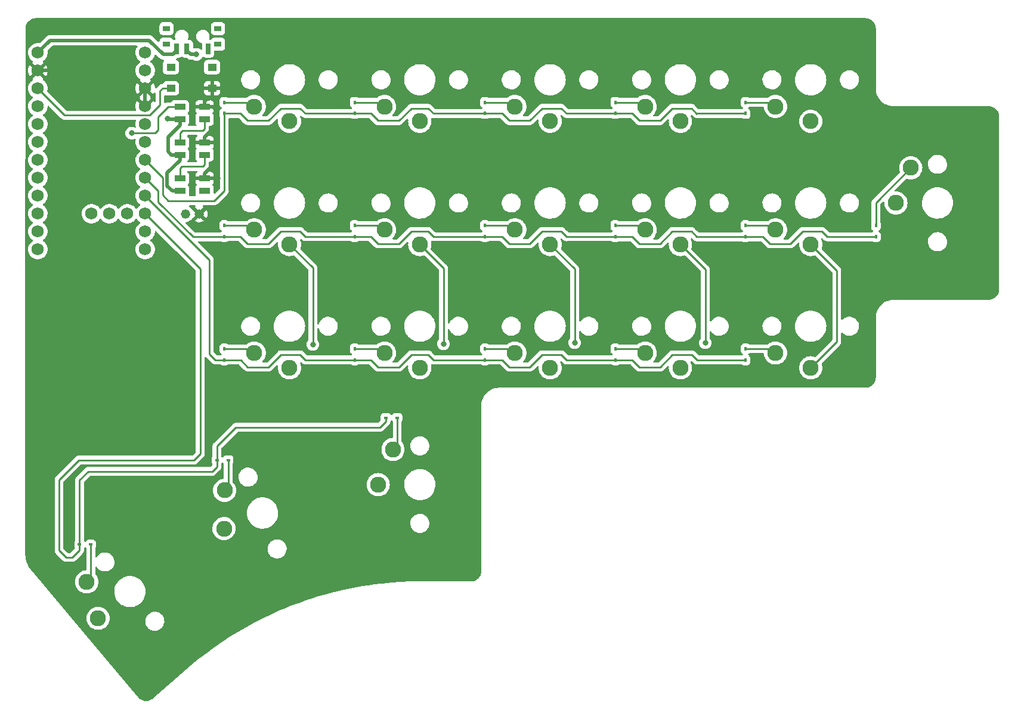
<source format=gbr>
%TF.GenerationSoftware,KiCad,Pcbnew,(6.0.7-1)-1*%
%TF.CreationDate,2022-09-19T22:00:20-07:00*%
%TF.ProjectId,karn-right,6b61726e-2d72-4696-9768-742e6b696361,rev?*%
%TF.SameCoordinates,Original*%
%TF.FileFunction,Copper,L1,Top*%
%TF.FilePolarity,Positive*%
%FSLAX46Y46*%
G04 Gerber Fmt 4.6, Leading zero omitted, Abs format (unit mm)*
G04 Created by KiCad (PCBNEW (6.0.7-1)-1) date 2022-09-19 22:00:20*
%MOMM*%
%LPD*%
G01*
G04 APERTURE LIST*
%TA.AperFunction,ComponentPad*%
%ADD10C,1.320800*%
%TD*%
%TA.AperFunction,SMDPad,CuDef*%
%ADD11R,1.256900X1.041400*%
%TD*%
%TA.AperFunction,ComponentPad*%
%ADD12C,2.282000*%
%TD*%
%TA.AperFunction,SMDPad,CuDef*%
%ADD13R,0.355600X0.504800*%
%TD*%
%TA.AperFunction,SMDPad,CuDef*%
%ADD14R,0.504800X0.355600*%
%TD*%
%TA.AperFunction,SMDPad,CuDef*%
%ADD15R,1.600000X0.850000*%
%TD*%
%TA.AperFunction,SMDPad,CuDef*%
%ADD16R,0.700000X1.500000*%
%TD*%
%TA.AperFunction,SMDPad,CuDef*%
%ADD17R,1.000000X0.800000*%
%TD*%
%TA.AperFunction,ComponentPad*%
%ADD18C,1.752600*%
%TD*%
%TA.AperFunction,ViaPad*%
%ADD19C,0.800000*%
%TD*%
%TA.AperFunction,Conductor*%
%ADD20C,0.500000*%
%TD*%
%TA.AperFunction,Conductor*%
%ADD21C,0.250000*%
%TD*%
G04 APERTURE END LIST*
D10*
%TO.P,J1,2,2*%
%TO.N,GND*%
X79200001Y-59052700D03*
%TO.P,J1,1,1*%
%TO.N,BT+*%
X77199999Y-59052700D03*
%TD*%
D11*
%TO.P,RSW1,4,4*%
%TO.N,unconnected-(RSW1-Pad4)*%
X81027149Y-38200000D03*
%TO.P,RSW1,3,3*%
%TO.N,GND*%
X81027149Y-41200000D03*
%TO.P,RSW1,2,2*%
%TO.N,reset*%
X75172851Y-41200000D03*
%TO.P,RSW1,1,1*%
%TO.N,unconnected-(RSW1-Pad1)*%
X75172851Y-38200000D03*
%TD*%
D12*
%TO.P,SW22,1,1*%
%TO.N,col2*%
X110500000Y-63400000D03*
%TO.P,SW22,2,2*%
%TO.N,Net-(D22-Pad2)*%
X105500000Y-61300000D03*
%TD*%
%TO.P,SW15,1,1*%
%TO.N,col5*%
X166000000Y-45900000D03*
%TO.P,SW15,2,2*%
%TO.N,Net-(D15-Pad2)*%
X161000000Y-43800000D03*
%TD*%
%TO.P,SW13,1,1*%
%TO.N,col3*%
X129000000Y-45900000D03*
%TO.P,SW13,2,2*%
%TO.N,Net-(D13-Pad2)*%
X124000000Y-43800000D03*
%TD*%
%TO.P,SW42,1,1*%
%TO.N,col2*%
X82713683Y-103733229D03*
%TO.P,SW42,2,2*%
%TO.N,Net-(D42-Pad2)*%
X82787736Y-98310636D03*
%TD*%
%TO.P,SW31,1,1*%
%TO.N,col1*%
X92000000Y-80900000D03*
%TO.P,SW31,2,2*%
%TO.N,Net-(D31-Pad2)*%
X87000000Y-78800000D03*
%TD*%
%TO.P,SW26,1,1*%
%TO.N,col6*%
X178100000Y-57500000D03*
%TO.P,SW26,2,2*%
%TO.N,Net-(D26-Pad2)*%
X180200000Y-52500000D03*
%TD*%
%TO.P,SW33,1,1*%
%TO.N,col3*%
X129000000Y-80900000D03*
%TO.P,SW33,2,2*%
%TO.N,Net-(D33-Pad2)*%
X124000000Y-78800000D03*
%TD*%
%TO.P,SW25,1,1*%
%TO.N,col5*%
X166000000Y-63400000D03*
%TO.P,SW25,2,2*%
%TO.N,Net-(D25-Pad2)*%
X161000000Y-61300000D03*
%TD*%
%TO.P,SW32,1,1*%
%TO.N,col2*%
X110500000Y-80900000D03*
%TO.P,SW32,2,2*%
%TO.N,Net-(D32-Pad2)*%
X105500000Y-78800000D03*
%TD*%
%TO.P,SW21,1,1*%
%TO.N,col1*%
X92000000Y-63400000D03*
%TO.P,SW21,2,2*%
%TO.N,Net-(D21-Pad2)*%
X87000000Y-61300000D03*
%TD*%
%TO.P,SW41,1,1*%
%TO.N,col1*%
X64829498Y-116475681D03*
%TO.P,SW41,2,2*%
%TO.N,Net-(D41-Pad2)*%
X63224253Y-111295605D03*
%TD*%
%TO.P,SW12,1,1*%
%TO.N,col2*%
X110500000Y-45900000D03*
%TO.P,SW12,2,2*%
%TO.N,Net-(D12-Pad2)*%
X105500000Y-43800000D03*
%TD*%
%TO.P,SW35,1,1*%
%TO.N,col5*%
X166000000Y-80900000D03*
%TO.P,SW35,2,2*%
%TO.N,Net-(D35-Pad2)*%
X161000000Y-78800000D03*
%TD*%
%TO.P,SW11,1,1*%
%TO.N,col1*%
X92000000Y-45900000D03*
%TO.P,SW11,2,2*%
%TO.N,Net-(D11-Pad2)*%
X87000000Y-43800000D03*
%TD*%
%TO.P,SW23,1,1*%
%TO.N,col3*%
X129000000Y-63400000D03*
%TO.P,SW23,2,2*%
%TO.N,Net-(D23-Pad2)*%
X124000000Y-61300000D03*
%TD*%
%TO.P,SW34,1,1*%
%TO.N,col4*%
X147500000Y-80900000D03*
%TO.P,SW34,2,2*%
%TO.N,Net-(D34-Pad2)*%
X142500000Y-78800000D03*
%TD*%
%TO.P,SW43,1,1*%
%TO.N,col3*%
X104600000Y-97500000D03*
%TO.P,SW43,2,2*%
%TO.N,Net-(D43-Pad2)*%
X106700000Y-92500000D03*
%TD*%
%TO.P,SW14,1,1*%
%TO.N,col4*%
X147500000Y-45900000D03*
%TO.P,SW14,2,2*%
%TO.N,Net-(D14-Pad2)*%
X142500000Y-43800000D03*
%TD*%
%TO.P,SW24,1,1*%
%TO.N,col4*%
X147500000Y-63400000D03*
%TO.P,SW24,2,2*%
%TO.N,Net-(D24-Pad2)*%
X142500000Y-61300000D03*
%TD*%
D13*
%TO.P,D24,1,K*%
%TO.N,row2*%
X138250000Y-62298500D03*
%TO.P,D24,2,A*%
%TO.N,Net-(D24-Pad2)*%
X138250000Y-60701500D03*
%TD*%
%TO.P,D22,1,K*%
%TO.N,row2*%
X101250000Y-62298500D03*
%TO.P,D22,2,A*%
%TO.N,Net-(D22-Pad2)*%
X101250000Y-60701500D03*
%TD*%
D14*
%TO.P,D41,1,K*%
%TO.N,row4*%
X62201500Y-106000000D03*
%TO.P,D41,2,A*%
%TO.N,Net-(D41-Pad2)*%
X63798500Y-106000000D03*
%TD*%
D13*
%TO.P,D11,1,K*%
%TO.N,row1*%
X82750000Y-44798500D03*
%TO.P,D11,2,A*%
%TO.N,Net-(D11-Pad2)*%
X82750000Y-43201500D03*
%TD*%
%TO.P,D31,1,K*%
%TO.N,row3*%
X82750000Y-79798500D03*
%TO.P,D31,2,A*%
%TO.N,Net-(D31-Pad2)*%
X82750000Y-78201500D03*
%TD*%
%TO.P,D13,1,K*%
%TO.N,row1*%
X119750000Y-44798500D03*
%TO.P,D13,2,A*%
%TO.N,Net-(D13-Pad2)*%
X119750000Y-43201500D03*
%TD*%
%TO.P,D33,1,K*%
%TO.N,row3*%
X119750000Y-79798500D03*
%TO.P,D33,2,A*%
%TO.N,Net-(D33-Pad2)*%
X119750000Y-78201500D03*
%TD*%
%TO.P,D14,1,K*%
%TO.N,row1*%
X138250000Y-44798500D03*
%TO.P,D14,2,A*%
%TO.N,Net-(D14-Pad2)*%
X138250000Y-43201500D03*
%TD*%
%TO.P,D21,1,K*%
%TO.N,row2*%
X82750000Y-62298500D03*
%TO.P,D21,2,A*%
%TO.N,Net-(D21-Pad2)*%
X82750000Y-60701500D03*
%TD*%
%TO.P,D32,1,K*%
%TO.N,row3*%
X101250000Y-79798500D03*
%TO.P,D32,2,A*%
%TO.N,Net-(D32-Pad2)*%
X101250000Y-78201500D03*
%TD*%
%TO.P,D23,1,K*%
%TO.N,row2*%
X119750000Y-62298500D03*
%TO.P,D23,2,A*%
%TO.N,Net-(D23-Pad2)*%
X119750000Y-60701500D03*
%TD*%
%TO.P,D12,1,K*%
%TO.N,row1*%
X101250000Y-44798500D03*
%TO.P,D12,2,A*%
%TO.N,Net-(D12-Pad2)*%
X101250000Y-43201500D03*
%TD*%
%TO.P,D26,1,K*%
%TO.N,row2*%
X175250000Y-62298500D03*
%TO.P,D26,2,A*%
%TO.N,Net-(D26-Pad2)*%
X175250000Y-60701500D03*
%TD*%
%TO.P,D34,1,K*%
%TO.N,row3*%
X138250000Y-79798500D03*
%TO.P,D34,2,A*%
%TO.N,Net-(D34-Pad2)*%
X138250000Y-78201500D03*
%TD*%
%TO.P,D35,1,K*%
%TO.N,row3*%
X156750000Y-79798500D03*
%TO.P,D35,2,A*%
%TO.N,Net-(D35-Pad2)*%
X156750000Y-78201500D03*
%TD*%
%TO.P,D15,1,K*%
%TO.N,row1*%
X156750000Y-44798500D03*
%TO.P,D15,2,A*%
%TO.N,Net-(D15-Pad2)*%
X156750000Y-43201500D03*
%TD*%
D14*
%TO.P,D42,1,K*%
%TO.N,row4*%
X81701500Y-94000000D03*
%TO.P,D42,2,A*%
%TO.N,Net-(D42-Pad2)*%
X83298500Y-94000000D03*
%TD*%
D13*
%TO.P,D25,1,K*%
%TO.N,row2*%
X156750000Y-62298500D03*
%TO.P,D25,2,A*%
%TO.N,Net-(D25-Pad2)*%
X156750000Y-60701500D03*
%TD*%
D14*
%TO.P,D43,1,K*%
%TO.N,row4*%
X105701500Y-88000000D03*
%TO.P,D43,2,A*%
%TO.N,Net-(D43-Pad2)*%
X107298500Y-88000000D03*
%TD*%
D15*
%TO.P,L3,4,VDD*%
%TO.N,VCC*%
X76450000Y-45587847D03*
%TO.P,L3,3,DIN*%
%TO.N,led*%
X76450000Y-43837847D03*
%TO.P,L3,2,VSS*%
%TO.N,GND*%
X79950000Y-43837847D03*
%TO.P,L3,1,DOUT*%
%TO.N,Net-(L2-Pad3)*%
X79950000Y-45587847D03*
%TD*%
D16*
%TO.P,SW_POWER1,3,C*%
%TO.N,raw*%
X75950000Y-35594914D03*
%TO.P,SW_POWER1,2,B*%
%TO.N,BT+*%
X77450000Y-35594914D03*
%TO.P,SW_POWER1,1,A*%
%TO.N,unconnected-(SW_POWER1-Pad1)*%
X80450000Y-35594914D03*
D17*
%TO.P,SW_POWER1,*%
%TO.N,*%
X74550000Y-32734914D03*
X81850000Y-34944914D03*
X74550000Y-34944914D03*
X81850000Y-32734914D03*
%TD*%
D15*
%TO.P,L2,4,VDD*%
%TO.N,VCC*%
X76450000Y-50653294D03*
%TO.P,L2,3,DIN*%
%TO.N,Net-(L2-Pad3)*%
X76450000Y-48903294D03*
%TO.P,L2,2,VSS*%
%TO.N,GND*%
X79950000Y-48903294D03*
%TO.P,L2,1,DOUT*%
%TO.N,Net-(L1-Pad3)*%
X79950000Y-50653294D03*
%TD*%
%TO.P,L1,4,VDD*%
%TO.N,VCC*%
X76450000Y-55762036D03*
%TO.P,L1,3,DIN*%
%TO.N,Net-(L1-Pad3)*%
X76450000Y-54012036D03*
%TO.P,L1,2,VSS*%
%TO.N,GND*%
X79950000Y-54012036D03*
%TO.P,L1,1,DOUT*%
%TO.N,unconnected-(L1-Pad1)*%
X79950000Y-55762036D03*
%TD*%
D18*
%TO.P,U1,33,P1.07*%
%TO.N,unconnected-(U1-Pad33)*%
X63900000Y-59019750D03*
%TO.P,U1,32,P1.02*%
%TO.N,unconnected-(U1-Pad32)*%
X66440000Y-59019750D03*
%TO.P,U1,31,P1.01*%
%TO.N,unconnected-(U1-Pad31)*%
X68980000Y-59019750D03*
%TO.P,U1,24,BATIN/P0.04*%
%TO.N,raw*%
X56280000Y-36159750D03*
%TO.P,U1,23,GND*%
%TO.N,GND*%
X56280000Y-38699750D03*
%TO.P,U1,22,RST*%
%TO.N,reset*%
X56280000Y-41239750D03*
%TO.P,U1,21,VCC*%
%TO.N,VCC*%
X56280000Y-43779750D03*
%TO.P,U1,20,AIN7/P0.31*%
%TO.N,col1*%
X56280000Y-46319750D03*
%TO.P,U1,19,AIN5/P0.29*%
%TO.N,col2*%
X56280000Y-48859750D03*
%TO.P,U1,18,AIN0/P0.02*%
%TO.N,col3*%
X56280000Y-51399750D03*
%TO.P,U1,17,P1.15*%
%TO.N,col4*%
X56280000Y-53939750D03*
%TO.P,U1,16,P1.13*%
%TO.N,col5*%
X56280000Y-56479750D03*
%TO.P,U1,15,P1.11*%
%TO.N,col6*%
X56280000Y-59019750D03*
%TO.P,U1,14,NFC2/P0.10*%
%TO.N,unconnected-(U1-Pad14)*%
X56280000Y-61559750D03*
%TO.P,U1,13,NFC1/P0.09*%
%TO.N,unconnected-(U1-Pad13)*%
X56280000Y-64099750D03*
%TO.P,U1,12,P1.06*%
%TO.N,unconnected-(U1-Pad12)*%
X71520000Y-64099750D03*
%TO.P,U1,11,P1.04*%
%TO.N,unconnected-(U1-Pad11)*%
X71520000Y-61559750D03*
%TO.P,U1,10,P0.11*%
%TO.N,row4*%
X71520000Y-59019750D03*
%TO.P,U1,9,P1.00*%
%TO.N,row3*%
X71520000Y-56479750D03*
%TO.P,U1,8,P0.24*%
%TO.N,row2*%
X71520000Y-53939750D03*
%TO.P,U1,7,P0.22*%
%TO.N,row1*%
X71520000Y-51399750D03*
%TO.P,U1,6,P0.20*%
%TO.N,unconnected-(U1-Pad6)*%
X71520000Y-48859750D03*
%TO.P,U1,5,P0.17*%
%TO.N,unconnected-(U1-Pad5)*%
X71520000Y-46319750D03*
%TO.P,U1,4,GND*%
%TO.N,GND*%
X71520000Y-43779750D03*
%TO.P,U1,3,GND*%
X71520000Y-41239750D03*
%TO.P,U1,2,RX1/P0.08*%
%TO.N,unconnected-(U1-Pad2)*%
X71520000Y-38699750D03*
%TO.P,U1,1,TX0/P0.06*%
%TO.N,led*%
X71520000Y-36159750D03*
%TD*%
D19*
%TO.N,led*%
X69599982Y-47579037D03*
%TO.N,GND*%
X81808804Y-54029687D03*
%TO.N,BT+*%
X78800000Y-36400000D03*
%TO.N,col4*%
X151029261Y-77346357D03*
%TO.N,col3*%
X132498087Y-77335002D03*
%TO.N,col2*%
X113860737Y-77507039D03*
%TO.N,col1*%
X95322303Y-77592999D03*
%TO.N,VCC*%
X74704102Y-45564598D03*
%TD*%
D20*
%TO.N,BT+*%
X77450000Y-35594914D02*
X77450000Y-35833845D01*
X77450000Y-35833845D02*
X78016155Y-36400000D01*
X78016155Y-36400000D02*
X78800000Y-36400000D01*
%TO.N,raw*%
X56280000Y-36159750D02*
X58039750Y-34400000D01*
X74080118Y-36380118D02*
X75478755Y-36380118D01*
X75478755Y-36380118D02*
X75950000Y-35908873D01*
X58039750Y-34400000D02*
X72100000Y-34400000D01*
X72100000Y-34400000D02*
X74080118Y-36380118D01*
X75950000Y-35908873D02*
X75950000Y-35594914D01*
D21*
%TO.N,row1*%
X81324282Y-57179078D02*
X74817846Y-57179078D01*
X82750000Y-44798500D02*
X82750000Y-55753360D01*
X74817846Y-57179078D02*
X73987238Y-56348470D01*
X82750000Y-55753360D02*
X81324282Y-57179078D01*
X73987238Y-53866988D02*
X71520000Y-51399750D01*
X73987238Y-56348470D02*
X73987238Y-53866988D01*
D20*
%TO.N,GND*%
X81791153Y-54012036D02*
X81808804Y-54029687D01*
X79950000Y-54012036D02*
X81791153Y-54012036D01*
D21*
%TO.N,led*%
X72926426Y-47579037D02*
X69599982Y-47579037D01*
X74770137Y-43837847D02*
X73465216Y-45142768D01*
X73465216Y-45142768D02*
X73348088Y-45259896D01*
X73348088Y-45259896D02*
X73348088Y-47157375D01*
X73348088Y-47157375D02*
X72926426Y-47579037D01*
X76450000Y-43837847D02*
X74770137Y-43837847D01*
D20*
%TO.N,GND*%
X79950000Y-43837847D02*
X79950000Y-43046783D01*
X81027149Y-42300872D02*
X81027149Y-41200000D01*
X79950000Y-43046783D02*
X80294500Y-42702283D01*
X80294500Y-42702283D02*
X80625738Y-42702283D01*
X80625738Y-42702283D02*
X81027149Y-42300872D01*
D21*
%TO.N,reset*%
X56280000Y-41239750D02*
X60078477Y-45038227D01*
X60078477Y-45038227D02*
X72161773Y-45038227D01*
X73979546Y-41200000D02*
X75172851Y-41200000D01*
X73606314Y-41573232D02*
X73979546Y-41200000D01*
X72161773Y-45038227D02*
X73606314Y-43593686D01*
X73606314Y-43593686D02*
X73606314Y-41573232D01*
%TO.N,row2*%
X82750000Y-62298500D02*
X78298500Y-62298500D01*
X78298500Y-62298500D02*
X73338323Y-57338323D01*
X73338323Y-57338323D02*
X73338323Y-55758073D01*
X73338323Y-55758073D02*
X71520000Y-53939750D01*
D20*
%TO.N,GND*%
X71520000Y-41239750D02*
X71520000Y-43779750D01*
X56280000Y-38699750D02*
X68980000Y-38699750D01*
X68980000Y-38699750D02*
X71520000Y-41239750D01*
X79950000Y-48903294D02*
X79950000Y-48190023D01*
X79950000Y-48190023D02*
X81561617Y-46578406D01*
X81561617Y-46578406D02*
X81561617Y-44302617D01*
X81561617Y-44302617D02*
X81096847Y-43837847D01*
X81096847Y-43837847D02*
X79950000Y-43837847D01*
X79950000Y-54012036D02*
X79950000Y-53327448D01*
X79950000Y-53327448D02*
X81516551Y-51760897D01*
X81516551Y-51760897D02*
X81516551Y-49192183D01*
X81516551Y-49192183D02*
X81227662Y-48903294D01*
X81227662Y-48903294D02*
X79950000Y-48903294D01*
D21*
%TO.N,col5*%
X166000000Y-63400000D02*
X169694428Y-67094428D01*
X169694428Y-77205572D02*
X166000000Y-80900000D01*
X169694428Y-67094428D02*
X169694428Y-77205572D01*
%TO.N,col4*%
X151029261Y-77346357D02*
X151029261Y-66929261D01*
X151029261Y-66929261D02*
X147500000Y-63400000D01*
%TO.N,col3*%
X132498087Y-77335002D02*
X132498087Y-66898087D01*
X132498087Y-66898087D02*
X129000000Y-63400000D01*
%TO.N,col2*%
X113860737Y-77507039D02*
X113860737Y-66760737D01*
X113860737Y-66760737D02*
X110500000Y-63400000D01*
%TO.N,col1*%
X95322303Y-66722303D02*
X95322303Y-77592999D01*
X92000000Y-63400000D02*
X95322303Y-66722303D01*
%TO.N,row4*%
X62201500Y-106000000D02*
X62201500Y-106797187D01*
X62201500Y-106797187D02*
X61152742Y-107845945D01*
X61152742Y-107845945D02*
X60284424Y-107845945D01*
X60284424Y-107845945D02*
X59292059Y-106853580D01*
X59292059Y-106853580D02*
X59292059Y-96805890D01*
X78457097Y-94014865D02*
X79325416Y-93146546D01*
X79325416Y-66825166D02*
X71520000Y-59019750D01*
X59292059Y-96805890D02*
X62083084Y-94014865D01*
X62083084Y-94014865D02*
X78457097Y-94014865D01*
X79325416Y-93146546D02*
X79325416Y-66825166D01*
X84381268Y-89360869D02*
X104840950Y-89360869D01*
X81701500Y-94000000D02*
X81701500Y-92040637D01*
X104840950Y-89360869D02*
X105701500Y-88500319D01*
X81701500Y-92040637D02*
X84381268Y-89360869D01*
X105701500Y-88500319D02*
X105701500Y-88000000D01*
X81701500Y-94000000D02*
X81701500Y-94948994D01*
X81041616Y-95608878D02*
X63445224Y-95608878D01*
X81701500Y-94948994D02*
X81041616Y-95608878D01*
X63445224Y-95608878D02*
X62201500Y-96852602D01*
X62201500Y-96852602D02*
X62201500Y-106000000D01*
%TO.N,row3*%
X80619942Y-65579692D02*
X80619942Y-78938416D01*
X71520000Y-56479750D02*
X80619942Y-65579692D01*
X80619942Y-78938416D02*
X81480026Y-79798500D01*
X81480026Y-79798500D02*
X82750000Y-79798500D01*
%TO.N,Net-(D26-Pad2)*%
X175250000Y-60701500D02*
X175250000Y-57450000D01*
X175250000Y-57450000D02*
X180200000Y-52500000D01*
%TO.N,row2*%
X167588512Y-61554046D02*
X164850601Y-61554046D01*
X160179255Y-63296352D02*
X159182067Y-62299164D01*
X164850601Y-61554046D02*
X163108295Y-63296352D01*
X159182067Y-62299164D02*
X156742533Y-62299164D01*
X175242533Y-62299164D02*
X168340180Y-62299164D01*
X163108295Y-63296352D02*
X160179255Y-63296352D01*
X168336905Y-62302439D02*
X167588512Y-61554046D01*
%TO.N,Net-(D41-Pad2)*%
X63798500Y-106000000D02*
X63798500Y-110721358D01*
X63798500Y-110721358D02*
X63224253Y-111295605D01*
%TO.N,Net-(D42-Pad2)*%
X83298500Y-94000000D02*
X83298500Y-97799872D01*
X83298500Y-97799872D02*
X82787736Y-98310636D01*
%TO.N,Net-(D43-Pad2)*%
X107298500Y-88000000D02*
X107298500Y-91901500D01*
X107298500Y-91901500D02*
X106700000Y-92500000D01*
%TO.N,Net-(D31-Pad2)*%
X82750000Y-78201500D02*
X86401500Y-78201500D01*
X86401500Y-78201500D02*
X87000000Y-78800000D01*
%TO.N,Net-(D32-Pad2)*%
X101250000Y-78201500D02*
X104901500Y-78201500D01*
X104901500Y-78201500D02*
X105500000Y-78800000D01*
%TO.N,Net-(D33-Pad2)*%
X119750000Y-78201500D02*
X123401500Y-78201500D01*
X123401500Y-78201500D02*
X124000000Y-78800000D01*
%TO.N,Net-(D34-Pad2)*%
X138250000Y-78201500D02*
X141901500Y-78201500D01*
X141901500Y-78201500D02*
X142500000Y-78800000D01*
%TO.N,Net-(D35-Pad2)*%
X156750000Y-78201500D02*
X160401500Y-78201500D01*
X160401500Y-78201500D02*
X161000000Y-78800000D01*
%TO.N,Net-(D25-Pad2)*%
X156750000Y-60701500D02*
X160401500Y-60701500D01*
X160401500Y-60701500D02*
X161000000Y-61300000D01*
%TO.N,Net-(D24-Pad2)*%
X138250000Y-60701500D02*
X141901500Y-60701500D01*
X141901500Y-60701500D02*
X142500000Y-61300000D01*
%TO.N,Net-(D23-Pad2)*%
X119750000Y-60701500D02*
X123401500Y-60701500D01*
X123401500Y-60701500D02*
X124000000Y-61300000D01*
%TO.N,Net-(D22-Pad2)*%
X101250000Y-60701500D02*
X104901500Y-60701500D01*
X104901500Y-60701500D02*
X105500000Y-61300000D01*
%TO.N,Net-(D21-Pad2)*%
X82750000Y-60701500D02*
X86401500Y-60701500D01*
X86401500Y-60701500D02*
X87000000Y-61300000D01*
%TO.N,row3*%
X104574469Y-80810388D02*
X103561225Y-79797144D01*
X86067389Y-80791057D02*
X89044542Y-80791057D01*
X149095946Y-79056979D02*
X146358035Y-79056979D01*
X111708590Y-79068082D02*
X109293928Y-79068082D01*
X141686689Y-80799285D02*
X140689501Y-79802097D01*
X123194457Y-80794332D02*
X122197269Y-79797144D01*
X89044542Y-80791057D02*
X90786848Y-79048751D01*
X127865803Y-79052026D02*
X126123497Y-80794332D01*
X131352107Y-79800419D02*
X130603714Y-79052026D01*
X146358035Y-79056979D02*
X144615729Y-80799285D01*
X85073476Y-79797144D02*
X86067389Y-80791057D01*
X112437652Y-79797144D02*
X111708590Y-79068082D01*
X138257735Y-79797144D02*
X131355382Y-79797144D01*
X82757735Y-79797144D02*
X85073476Y-79797144D01*
X130603714Y-79052026D02*
X127865803Y-79052026D01*
X94273152Y-79797144D02*
X101257735Y-79797144D01*
X140689501Y-79802097D02*
X138249967Y-79802097D01*
X122197269Y-79797144D02*
X119757735Y-79797144D01*
X126123497Y-80794332D02*
X123194457Y-80794332D01*
X93524759Y-79048751D02*
X94273152Y-79797144D01*
X156749967Y-79802097D02*
X149847614Y-79802097D01*
X144615729Y-80799285D02*
X141686689Y-80799285D01*
X119757735Y-79797144D02*
X112437652Y-79797144D01*
X107551622Y-80810388D02*
X104574469Y-80810388D01*
X109293928Y-79068082D02*
X107551622Y-80810388D01*
X149844339Y-79805372D02*
X149095946Y-79056979D01*
X103561225Y-79797144D02*
X101257735Y-79797144D01*
X90786848Y-79048751D02*
X93524759Y-79048751D01*
%TO.N,row2*%
X140681601Y-62297698D02*
X138242067Y-62297698D01*
X141678789Y-63294886D02*
X140681601Y-62297698D01*
X146350135Y-61552580D02*
X144607829Y-63294886D01*
X156742067Y-62297698D02*
X149839714Y-62297698D01*
X149088046Y-61552580D02*
X146350135Y-61552580D01*
X144607829Y-63294886D02*
X141678789Y-63294886D01*
X149836439Y-62300973D02*
X149088046Y-61552580D01*
X123186557Y-63289933D02*
X122189369Y-62292745D01*
X130595814Y-61547627D02*
X127857903Y-61547627D01*
X126115597Y-63289933D02*
X123186557Y-63289933D01*
X131344207Y-62296020D02*
X130595814Y-61547627D01*
X122189369Y-62292745D02*
X119749835Y-62292745D01*
X127857903Y-61547627D02*
X126115597Y-63289933D01*
X138249835Y-62292745D02*
X131347482Y-62292745D01*
X109286028Y-61563683D02*
X107543722Y-63305989D01*
X103553325Y-62292745D02*
X101249835Y-62292745D01*
X112429752Y-62292745D02*
X111700690Y-61563683D01*
X119749835Y-62292745D02*
X112429752Y-62292745D01*
X111700690Y-61563683D02*
X109286028Y-61563683D01*
X107543722Y-63305989D02*
X104566569Y-63305989D01*
X104566569Y-63305989D02*
X103553325Y-62292745D01*
X89036642Y-63286658D02*
X90778948Y-61544352D01*
X86059489Y-63286658D02*
X89036642Y-63286658D01*
X94265252Y-62292745D02*
X101249835Y-62292745D01*
X93516859Y-61544352D02*
X94265252Y-62292745D01*
X85065576Y-62292745D02*
X86059489Y-63286658D01*
X82749835Y-62292745D02*
X85065576Y-62292745D01*
X90778948Y-61544352D02*
X93516859Y-61544352D01*
%TO.N,row1*%
X141678954Y-45800641D02*
X140681766Y-44803453D01*
X149088211Y-44058335D02*
X146350300Y-44058335D01*
X144607994Y-45800641D02*
X141678954Y-45800641D01*
X149836604Y-44806728D02*
X149088211Y-44058335D01*
X140681766Y-44803453D02*
X138242232Y-44803453D01*
X146350300Y-44058335D02*
X144607994Y-45800641D01*
X156742232Y-44803453D02*
X149839879Y-44803453D01*
X119750000Y-44798500D02*
X112429917Y-44798500D01*
X112429917Y-44798500D02*
X111700855Y-44069438D01*
X111700855Y-44069438D02*
X109286193Y-44069438D01*
X109286193Y-44069438D02*
X107543887Y-45811744D01*
X107543887Y-45811744D02*
X104566734Y-45811744D01*
X104566734Y-45811744D02*
X103553490Y-44798500D01*
X103553490Y-44798500D02*
X101250000Y-44798500D01*
X138250000Y-44798500D02*
X131347647Y-44798500D01*
X131347647Y-44798500D02*
X131344372Y-44801775D01*
X131344372Y-44801775D02*
X130595979Y-44053382D01*
X130595979Y-44053382D02*
X127858068Y-44053382D01*
X127858068Y-44053382D02*
X126115762Y-45795688D01*
X126115762Y-45795688D02*
X123186722Y-45795688D01*
X123186722Y-45795688D02*
X122189534Y-44798500D01*
X122189534Y-44798500D02*
X119750000Y-44798500D01*
%TO.N,Net-(D15-Pad2)*%
X156750000Y-43201500D02*
X160401500Y-43201500D01*
X160401500Y-43201500D02*
X161000000Y-43800000D01*
%TO.N,Net-(D14-Pad2)*%
X138250000Y-43201500D02*
X141901500Y-43201500D01*
X141901500Y-43201500D02*
X142500000Y-43800000D01*
%TO.N,Net-(D13-Pad2)*%
X119750000Y-43201500D02*
X123401500Y-43201500D01*
X123401500Y-43201500D02*
X124000000Y-43800000D01*
%TO.N,row1*%
X82750000Y-44798500D02*
X85065741Y-44798500D01*
X86059654Y-45792413D02*
X89036807Y-45792413D01*
X89036807Y-45792413D02*
X90779113Y-44050107D01*
X93517024Y-44050107D02*
X94265417Y-44798500D01*
X90779113Y-44050107D02*
X93517024Y-44050107D01*
X85065741Y-44798500D02*
X86059654Y-45792413D01*
X94265417Y-44798500D02*
X101250000Y-44798500D01*
%TO.N,Net-(D12-Pad2)*%
X101250000Y-43201500D02*
X104901500Y-43201500D01*
X104901500Y-43201500D02*
X105500000Y-43800000D01*
%TO.N,Net-(D11-Pad2)*%
X82750000Y-43201500D02*
X86401500Y-43201500D01*
X86401500Y-43201500D02*
X87000000Y-43800000D01*
D20*
%TO.N,VCC*%
X74727351Y-45587847D02*
X74704102Y-45564598D01*
X76450000Y-45587847D02*
X74727351Y-45587847D01*
X76450000Y-50653294D02*
X76450000Y-51450286D01*
X76450000Y-51450286D02*
X74651953Y-53248333D01*
X74651953Y-53248333D02*
X74651953Y-55064839D01*
X74651953Y-55064839D02*
X75349150Y-55762036D01*
X75349150Y-55762036D02*
X76450000Y-55762036D01*
X76450000Y-45587847D02*
X76450000Y-46477229D01*
X76450000Y-46477229D02*
X74741289Y-48185940D01*
X74741289Y-48185940D02*
X74741289Y-50210897D01*
X74741289Y-50210897D02*
X75183686Y-50653294D01*
X75183686Y-50653294D02*
X76450000Y-50653294D01*
D21*
%TO.N,Net-(L1-Pad3)*%
X76450000Y-54012036D02*
X76450000Y-52576420D01*
X76450000Y-52576420D02*
X76709348Y-52317072D01*
X79950000Y-52050447D02*
X79950000Y-50653294D01*
X76709348Y-52317072D02*
X79683375Y-52317072D01*
X79683375Y-52317072D02*
X79950000Y-52050447D01*
%TO.N,Net-(L2-Pad3)*%
X76450000Y-48903294D02*
X76450000Y-47550859D01*
X76450000Y-47550859D02*
X76804940Y-47195919D01*
X76804940Y-47195919D02*
X79706846Y-47195919D01*
X79706846Y-47195919D02*
X79950000Y-46952765D01*
X79950000Y-46952765D02*
X79950000Y-45587847D01*
%TD*%
%TA.AperFunction,Conductor*%
%TO.N,GND*%
G36*
X173720643Y-31252000D02*
G01*
X173734950Y-31254228D01*
X173734953Y-31254228D01*
X173743823Y-31255609D01*
X173752725Y-31254445D01*
X173752727Y-31254445D01*
X173756031Y-31254013D01*
X173758637Y-31253672D01*
X173783959Y-31252929D01*
X173917436Y-31262475D01*
X173954410Y-31265120D01*
X173972205Y-31267678D01*
X174163657Y-31309326D01*
X174180902Y-31314390D01*
X174364474Y-31382860D01*
X174380826Y-31390327D01*
X174552783Y-31484222D01*
X174567907Y-31493942D01*
X174724753Y-31611356D01*
X174738339Y-31623129D01*
X174876871Y-31761661D01*
X174888644Y-31775247D01*
X175006058Y-31932093D01*
X175015778Y-31947217D01*
X175109673Y-32119174D01*
X175117140Y-32135526D01*
X175185610Y-32319098D01*
X175190676Y-32336348D01*
X175232322Y-32527796D01*
X175234880Y-32545590D01*
X175246570Y-32709030D01*
X175245865Y-32725978D01*
X175245882Y-32725978D01*
X175245772Y-32734951D01*
X175244391Y-32743823D01*
X175245555Y-32752725D01*
X175245555Y-32752728D01*
X175248436Y-32774756D01*
X175249500Y-32791093D01*
X175249500Y-41201259D01*
X175248000Y-41220643D01*
X175246072Y-41233028D01*
X175244391Y-41243823D01*
X175245199Y-41250000D01*
X175244930Y-41250000D01*
X175245419Y-41258088D01*
X175245419Y-41258090D01*
X175261970Y-41531699D01*
X175263195Y-41551953D01*
X175317723Y-41849502D01*
X175318855Y-41853134D01*
X175318855Y-41853135D01*
X175352723Y-41961821D01*
X175407719Y-42138310D01*
X175409281Y-42141780D01*
X175409283Y-42141786D01*
X175442234Y-42215000D01*
X175531871Y-42414164D01*
X175533840Y-42417421D01*
X175533842Y-42417425D01*
X175625070Y-42568334D01*
X175688368Y-42673042D01*
X175874928Y-42911169D01*
X176088831Y-43125072D01*
X176222890Y-43230100D01*
X176321947Y-43307706D01*
X176326958Y-43311632D01*
X176373350Y-43339677D01*
X176582575Y-43466158D01*
X176582579Y-43466160D01*
X176585836Y-43468129D01*
X176715555Y-43526511D01*
X176858214Y-43590717D01*
X176858220Y-43590719D01*
X176861690Y-43592281D01*
X176865326Y-43593414D01*
X177103273Y-43667561D01*
X177150498Y-43682277D01*
X177448047Y-43736805D01*
X177451839Y-43737034D01*
X177451844Y-43737035D01*
X177615696Y-43746946D01*
X177720069Y-43753259D01*
X177731715Y-43754587D01*
X177732846Y-43754688D01*
X177737646Y-43755496D01*
X177743864Y-43755572D01*
X177745141Y-43755588D01*
X177745146Y-43755588D01*
X177750000Y-43755647D01*
X177777051Y-43751773D01*
X177794913Y-43750500D01*
X191201259Y-43750500D01*
X191220643Y-43752000D01*
X191234950Y-43754228D01*
X191234953Y-43754228D01*
X191243823Y-43755609D01*
X191252725Y-43754445D01*
X191252727Y-43754445D01*
X191256031Y-43754013D01*
X191258637Y-43753672D01*
X191283959Y-43752929D01*
X191417436Y-43762475D01*
X191454410Y-43765120D01*
X191472205Y-43767678D01*
X191663657Y-43809326D01*
X191680902Y-43814390D01*
X191864474Y-43882860D01*
X191880826Y-43890327D01*
X192052783Y-43984222D01*
X192067907Y-43993942D01*
X192224753Y-44111356D01*
X192238339Y-44123129D01*
X192376871Y-44261661D01*
X192388644Y-44275247D01*
X192506058Y-44432093D01*
X192515778Y-44447217D01*
X192609673Y-44619174D01*
X192617140Y-44635526D01*
X192685610Y-44819098D01*
X192690674Y-44836343D01*
X192719016Y-44966629D01*
X192732322Y-45027796D01*
X192734880Y-45045590D01*
X192746086Y-45202259D01*
X192746570Y-45209030D01*
X192745865Y-45225978D01*
X192745882Y-45225978D01*
X192745772Y-45234951D01*
X192744391Y-45243823D01*
X192745555Y-45252725D01*
X192745555Y-45252728D01*
X192748436Y-45274756D01*
X192749500Y-45291093D01*
X192749500Y-69701259D01*
X192748000Y-69720643D01*
X192744391Y-69743823D01*
X192745555Y-69752725D01*
X192745555Y-69752727D01*
X192746328Y-69758635D01*
X192747071Y-69783961D01*
X192734880Y-69954410D01*
X192732322Y-69972204D01*
X192690676Y-70163652D01*
X192685610Y-70180902D01*
X192617140Y-70364474D01*
X192609673Y-70380826D01*
X192515778Y-70552783D01*
X192506058Y-70567907D01*
X192388644Y-70724753D01*
X192376871Y-70738339D01*
X192238339Y-70876871D01*
X192224753Y-70888644D01*
X192067907Y-71006058D01*
X192052783Y-71015778D01*
X191880826Y-71109673D01*
X191864474Y-71117140D01*
X191680902Y-71185610D01*
X191663657Y-71190674D01*
X191493073Y-71227782D01*
X191472204Y-71232322D01*
X191454410Y-71234880D01*
X191430663Y-71236578D01*
X191290967Y-71246570D01*
X191274022Y-71245865D01*
X191274022Y-71245882D01*
X191265049Y-71245772D01*
X191256177Y-71244391D01*
X191247275Y-71245555D01*
X191247272Y-71245555D01*
X191225244Y-71248436D01*
X191208907Y-71249500D01*
X177802576Y-71249500D01*
X177781671Y-71247754D01*
X177780690Y-71247589D01*
X177762354Y-71244504D01*
X177750000Y-71244353D01*
X177745172Y-71245044D01*
X177741816Y-71245263D01*
X177737877Y-71245663D01*
X177451845Y-71262965D01*
X177451841Y-71262966D01*
X177448047Y-71263195D01*
X177150498Y-71317723D01*
X176861690Y-71407719D01*
X176858220Y-71409281D01*
X176858214Y-71409283D01*
X176854024Y-71411169D01*
X176585836Y-71531871D01*
X176582579Y-71533840D01*
X176582575Y-71533842D01*
X176408856Y-71638859D01*
X176326958Y-71688368D01*
X176088831Y-71874928D01*
X175874928Y-72088831D01*
X175688368Y-72326958D01*
X175531871Y-72585836D01*
X175530307Y-72589312D01*
X175409513Y-72857705D01*
X175407719Y-72861690D01*
X175406586Y-72865326D01*
X175352189Y-73039894D01*
X175317723Y-73150498D01*
X175263195Y-73448047D01*
X175246380Y-73726031D01*
X175246241Y-73728321D01*
X175245803Y-73732382D01*
X175245792Y-73733288D01*
X175245921Y-73733601D01*
X175245883Y-73734237D01*
X175244391Y-73743823D01*
X175245015Y-73748595D01*
X175244930Y-73750000D01*
X175245199Y-73750000D01*
X175247657Y-73768794D01*
X175248436Y-73774755D01*
X175249500Y-73791092D01*
X175249500Y-82201259D01*
X175248000Y-82220643D01*
X175245813Y-82234692D01*
X175244391Y-82243823D01*
X175245555Y-82252725D01*
X175245555Y-82252727D01*
X175246328Y-82258635D01*
X175247071Y-82283961D01*
X175234880Y-82454410D01*
X175232322Y-82472204D01*
X175220554Y-82526304D01*
X175190676Y-82663652D01*
X175185610Y-82680902D01*
X175117140Y-82864474D01*
X175109673Y-82880826D01*
X175015778Y-83052783D01*
X175006058Y-83067907D01*
X174888644Y-83224753D01*
X174876871Y-83238339D01*
X174738339Y-83376871D01*
X174724753Y-83388644D01*
X174567907Y-83506058D01*
X174552783Y-83515778D01*
X174380826Y-83609673D01*
X174364474Y-83617140D01*
X174180902Y-83685610D01*
X174163657Y-83690674D01*
X173993073Y-83727782D01*
X173972204Y-83732322D01*
X173954410Y-83734880D01*
X173930663Y-83736578D01*
X173790967Y-83746570D01*
X173774022Y-83745865D01*
X173774022Y-83745882D01*
X173765049Y-83745772D01*
X173756177Y-83744391D01*
X173747275Y-83745555D01*
X173747272Y-83745555D01*
X173725244Y-83748436D01*
X173708907Y-83749500D01*
X121802576Y-83749500D01*
X121781671Y-83747754D01*
X121780690Y-83747589D01*
X121762354Y-83744504D01*
X121750000Y-83744353D01*
X121745172Y-83745044D01*
X121741816Y-83745263D01*
X121737877Y-83745663D01*
X121451845Y-83762965D01*
X121451841Y-83762966D01*
X121448047Y-83763195D01*
X121150498Y-83817723D01*
X120861690Y-83907719D01*
X120858220Y-83909281D01*
X120858214Y-83909283D01*
X120854024Y-83911169D01*
X120585836Y-84031871D01*
X120582579Y-84033840D01*
X120582575Y-84033842D01*
X120408856Y-84138859D01*
X120326958Y-84188368D01*
X120088831Y-84374928D01*
X119874928Y-84588831D01*
X119688368Y-84826958D01*
X119531871Y-85085836D01*
X119407719Y-85361690D01*
X119317723Y-85650498D01*
X119263195Y-85948047D01*
X119246380Y-86226031D01*
X119246241Y-86228321D01*
X119245803Y-86232382D01*
X119245792Y-86233288D01*
X119245921Y-86233601D01*
X119245883Y-86234237D01*
X119244391Y-86243823D01*
X119245015Y-86248595D01*
X119244930Y-86250000D01*
X119245199Y-86250000D01*
X119248436Y-86274755D01*
X119249500Y-86291092D01*
X119249500Y-109701259D01*
X119248000Y-109720643D01*
X119246308Y-109731512D01*
X119244391Y-109743823D01*
X119245555Y-109752725D01*
X119245555Y-109752727D01*
X119246328Y-109758635D01*
X119247071Y-109783961D01*
X119234880Y-109954410D01*
X119232322Y-109972204D01*
X119197714Y-110131300D01*
X119190676Y-110163652D01*
X119185610Y-110180902D01*
X119117140Y-110364474D01*
X119109673Y-110380826D01*
X119015778Y-110552783D01*
X119006058Y-110567907D01*
X118888644Y-110724753D01*
X118876871Y-110738339D01*
X118738339Y-110876871D01*
X118724753Y-110888644D01*
X118567907Y-111006058D01*
X118552783Y-111015778D01*
X118380826Y-111109673D01*
X118364474Y-111117140D01*
X118180902Y-111185610D01*
X118163657Y-111190674D01*
X117993073Y-111227782D01*
X117972204Y-111232322D01*
X117954410Y-111234880D01*
X117930663Y-111236578D01*
X117790967Y-111246570D01*
X117774022Y-111245865D01*
X117774022Y-111245882D01*
X117765049Y-111245772D01*
X117756177Y-111244391D01*
X117747275Y-111245555D01*
X117747272Y-111245555D01*
X117725244Y-111248436D01*
X117708907Y-111249500D01*
X110551943Y-111249500D01*
X110531289Y-111247795D01*
X110522850Y-111246393D01*
X110516149Y-111245279D01*
X110516147Y-111245279D01*
X110511340Y-111244480D01*
X110506465Y-111244430D01*
X110506462Y-111244430D01*
X110505415Y-111244420D01*
X110498986Y-111244354D01*
X110495095Y-111244919D01*
X110491425Y-111245070D01*
X109329343Y-111263010D01*
X109144495Y-111265864D01*
X109144490Y-111265864D01*
X109143657Y-111265877D01*
X107789378Y-111323192D01*
X107788572Y-111323248D01*
X107788569Y-111323248D01*
X107684316Y-111330469D01*
X106437126Y-111416860D01*
X105849876Y-111473420D01*
X105088714Y-111546730D01*
X105088679Y-111546734D01*
X105087878Y-111546811D01*
X105087068Y-111546911D01*
X105087032Y-111546915D01*
X103948289Y-111687550D01*
X103742607Y-111712952D01*
X102402283Y-111915163D01*
X101067874Y-112153299D01*
X101067061Y-112153467D01*
X101067044Y-112153470D01*
X100225079Y-112327179D01*
X99740341Y-112427187D01*
X99721214Y-112431672D01*
X98421461Y-112736438D01*
X98421432Y-112736445D01*
X98420644Y-112736630D01*
X98314258Y-112764610D01*
X97110527Y-113081196D01*
X97110515Y-113081199D01*
X97109733Y-113081405D01*
X97108970Y-113081628D01*
X97108933Y-113081638D01*
X95809426Y-113461008D01*
X95809397Y-113461017D01*
X95808554Y-113461263D01*
X95432018Y-113582252D01*
X94518883Y-113875661D01*
X94518857Y-113875670D01*
X94518047Y-113875930D01*
X94517269Y-113876203D01*
X94517237Y-113876214D01*
X93500591Y-114233280D01*
X93239142Y-114325106D01*
X92644213Y-114552183D01*
X91973505Y-114808184D01*
X91973479Y-114808194D01*
X91972762Y-114808468D01*
X91972022Y-114808773D01*
X91971998Y-114808783D01*
X91492594Y-115006676D01*
X90719821Y-115325668D01*
X89481222Y-115876331D01*
X88257859Y-116460060D01*
X88257177Y-116460408D01*
X88257147Y-116460423D01*
X87737043Y-116725970D01*
X87050615Y-117076436D01*
X85860360Y-117725012D01*
X84687954Y-118405321D01*
X84687223Y-118405772D01*
X84687206Y-118405782D01*
X83534908Y-119116460D01*
X83534875Y-119116481D01*
X83534241Y-119116872D01*
X82400055Y-119859151D01*
X81286214Y-120631624D01*
X81285540Y-120632119D01*
X81285506Y-120632143D01*
X80194205Y-121433230D01*
X80193520Y-121433733D01*
X79122764Y-122264900D01*
X79122109Y-122265437D01*
X79122093Y-122265450D01*
X78090370Y-123111683D01*
X78086211Y-123114837D01*
X78083873Y-123116219D01*
X78080123Y-123119302D01*
X78080119Y-123119305D01*
X78079423Y-123119878D01*
X78074330Y-123124065D01*
X78052804Y-123148207D01*
X78052591Y-123148446D01*
X78041364Y-123159550D01*
X72667339Y-127846407D01*
X72649698Y-127859280D01*
X72642483Y-127863641D01*
X72642481Y-127863642D01*
X72634795Y-127868288D01*
X72624687Y-127879300D01*
X72605770Y-127896141D01*
X72467357Y-127996369D01*
X72452093Y-128005840D01*
X72278659Y-128097000D01*
X72262197Y-128104204D01*
X72116087Y-128156074D01*
X72077558Y-128169752D01*
X72060231Y-128174542D01*
X71868154Y-128213144D01*
X71850321Y-128215420D01*
X71819350Y-128217142D01*
X71654698Y-128226294D01*
X71636727Y-128226008D01*
X71441547Y-128208931D01*
X71423795Y-128206091D01*
X71233039Y-128161412D01*
X71215873Y-128156074D01*
X71033412Y-128084701D01*
X71017179Y-128076974D01*
X70846737Y-127980362D01*
X70831772Y-127970406D01*
X70676806Y-127850514D01*
X70663409Y-127838527D01*
X70549341Y-127720780D01*
X70539038Y-127707410D01*
X70539017Y-127707427D01*
X70533332Y-127700481D01*
X70528690Y-127692800D01*
X70522082Y-127686734D01*
X70522078Y-127686729D01*
X70505595Y-127671599D01*
X70494320Y-127659817D01*
X61101050Y-116475681D01*
X63182922Y-116475681D01*
X63203194Y-116733262D01*
X63263511Y-116984501D01*
X63265404Y-116989072D01*
X63265405Y-116989074D01*
X63347688Y-117187721D01*
X63362388Y-117223211D01*
X63497390Y-117443514D01*
X63500601Y-117447274D01*
X63500605Y-117447279D01*
X63636530Y-117606426D01*
X63665193Y-117639986D01*
X63668955Y-117643199D01*
X63857900Y-117804574D01*
X63857905Y-117804578D01*
X63861665Y-117807789D01*
X64081968Y-117942791D01*
X64086538Y-117944684D01*
X64086542Y-117944686D01*
X64254434Y-118014229D01*
X64320678Y-118041668D01*
X64407750Y-118062572D01*
X64567104Y-118100830D01*
X64567110Y-118100831D01*
X64571917Y-118101985D01*
X64829498Y-118122257D01*
X65087079Y-118101985D01*
X65091886Y-118100831D01*
X65091892Y-118100830D01*
X65251246Y-118062572D01*
X65338318Y-118041668D01*
X65404562Y-118014229D01*
X65572454Y-117944686D01*
X65572458Y-117944684D01*
X65577028Y-117942791D01*
X65797331Y-117807789D01*
X65801091Y-117804578D01*
X65801096Y-117804574D01*
X65990041Y-117643199D01*
X65993803Y-117639986D01*
X66022466Y-117606426D01*
X66158391Y-117447279D01*
X66158395Y-117447274D01*
X66161606Y-117443514D01*
X66296608Y-117223211D01*
X66311309Y-117187721D01*
X66393591Y-116989074D01*
X66393592Y-116989072D01*
X66395485Y-116984501D01*
X66431956Y-116832588D01*
X71529712Y-116832588D01*
X71538316Y-117061768D01*
X71585411Y-117286221D01*
X71587368Y-117291177D01*
X71587370Y-117291183D01*
X71633009Y-117406746D01*
X71669651Y-117499530D01*
X71788627Y-117695597D01*
X71792124Y-117699627D01*
X71888225Y-117810373D01*
X71938937Y-117868814D01*
X71943068Y-117872201D01*
X72112155Y-118010845D01*
X72112161Y-118010849D01*
X72116283Y-118014229D01*
X72120919Y-118016868D01*
X72120922Y-118016870D01*
X72234572Y-118081563D01*
X72315595Y-118127684D01*
X72531173Y-118205935D01*
X72536422Y-118206884D01*
X72536425Y-118206885D01*
X72614975Y-118221089D01*
X72756854Y-118246745D01*
X72760993Y-118246940D01*
X72761000Y-118246941D01*
X72779391Y-118247808D01*
X72779400Y-118247808D01*
X72780880Y-118247878D01*
X72942076Y-118247878D01*
X73008535Y-118242239D01*
X73107701Y-118233825D01*
X73107705Y-118233824D01*
X73113012Y-118233374D01*
X73118167Y-118232036D01*
X73118173Y-118232035D01*
X73329826Y-118177100D01*
X73329825Y-118177100D01*
X73334997Y-118175758D01*
X73501331Y-118100830D01*
X73539241Y-118083753D01*
X73539244Y-118083752D01*
X73544102Y-118081563D01*
X73734346Y-117953483D01*
X73900290Y-117795180D01*
X74037190Y-117611181D01*
X74091638Y-117504091D01*
X74138712Y-117411502D01*
X74138712Y-117411501D01*
X74141130Y-117406746D01*
X74209139Y-117187721D01*
X74223889Y-117076436D01*
X74238572Y-116965653D01*
X74238572Y-116965648D01*
X74239272Y-116960368D01*
X74230668Y-116731188D01*
X74183573Y-116506735D01*
X74181616Y-116501779D01*
X74181614Y-116501773D01*
X74101292Y-116298387D01*
X74099333Y-116293426D01*
X73980357Y-116097359D01*
X73897656Y-116002054D01*
X73833547Y-115928175D01*
X73833545Y-115928173D01*
X73830047Y-115924142D01*
X73772172Y-115876687D01*
X73656829Y-115782111D01*
X73656823Y-115782107D01*
X73652701Y-115778727D01*
X73648065Y-115776088D01*
X73648062Y-115776086D01*
X73458032Y-115667915D01*
X73453389Y-115665272D01*
X73237811Y-115587021D01*
X73232562Y-115586072D01*
X73232559Y-115586071D01*
X73154009Y-115571867D01*
X73012130Y-115546211D01*
X73007991Y-115546016D01*
X73007984Y-115546015D01*
X72989593Y-115545148D01*
X72989584Y-115545148D01*
X72988104Y-115545078D01*
X72826908Y-115545078D01*
X72760449Y-115550717D01*
X72661283Y-115559131D01*
X72661279Y-115559132D01*
X72655972Y-115559582D01*
X72650817Y-115560920D01*
X72650811Y-115560921D01*
X72480220Y-115605198D01*
X72433987Y-115617198D01*
X72327267Y-115665272D01*
X72229743Y-115709203D01*
X72229740Y-115709204D01*
X72224882Y-115711393D01*
X72034638Y-115839473D01*
X71868694Y-115997776D01*
X71731794Y-116181775D01*
X71729378Y-116186526D01*
X71729376Y-116186530D01*
X71675028Y-116293426D01*
X71627854Y-116386210D01*
X71559845Y-116605235D01*
X71559144Y-116610521D01*
X71559144Y-116610523D01*
X71542239Y-116738075D01*
X71529712Y-116832588D01*
X66431956Y-116832588D01*
X66455802Y-116733262D01*
X66476074Y-116475681D01*
X66455802Y-116218100D01*
X66447082Y-116181775D01*
X66396640Y-115971673D01*
X66395485Y-115966861D01*
X66318959Y-115782111D01*
X66298503Y-115732725D01*
X66298501Y-115732721D01*
X66296608Y-115728151D01*
X66161606Y-115507848D01*
X66158395Y-115504088D01*
X66158391Y-115504083D01*
X65997016Y-115315138D01*
X65993803Y-115311376D01*
X65944514Y-115269279D01*
X65801096Y-115146788D01*
X65801091Y-115146784D01*
X65797331Y-115143573D01*
X65577028Y-115008571D01*
X65572458Y-115006678D01*
X65572454Y-115006676D01*
X65342891Y-114911588D01*
X65342889Y-114911587D01*
X65338318Y-114909694D01*
X65231157Y-114883967D01*
X65091892Y-114850532D01*
X65091886Y-114850531D01*
X65087079Y-114849377D01*
X64829498Y-114829105D01*
X64571917Y-114849377D01*
X64567110Y-114850531D01*
X64567104Y-114850532D01*
X64427839Y-114883967D01*
X64320678Y-114909694D01*
X64316107Y-114911587D01*
X64316105Y-114911588D01*
X64086542Y-115006676D01*
X64086538Y-115006678D01*
X64081968Y-115008571D01*
X63861665Y-115143573D01*
X63857905Y-115146784D01*
X63857900Y-115146788D01*
X63714482Y-115269279D01*
X63665193Y-115311376D01*
X63661980Y-115315138D01*
X63500605Y-115504083D01*
X63500601Y-115504088D01*
X63497390Y-115507848D01*
X63362388Y-115728151D01*
X63360495Y-115732721D01*
X63360493Y-115732725D01*
X63340037Y-115782111D01*
X63263511Y-115966861D01*
X63262356Y-115971673D01*
X63211915Y-116181775D01*
X63203194Y-116218100D01*
X63182922Y-116475681D01*
X61101050Y-116475681D01*
X56737461Y-111280156D01*
X55315379Y-109586948D01*
X55303812Y-109570726D01*
X55296993Y-109559358D01*
X55292375Y-109551659D01*
X55278477Y-109538814D01*
X55263322Y-109522046D01*
X55085164Y-109285298D01*
X55078153Y-109274950D01*
X55012626Y-109167074D01*
X54909295Y-108996963D01*
X54903348Y-108985979D01*
X54762864Y-108692624D01*
X54758031Y-108681096D01*
X54647310Y-108375278D01*
X54643643Y-108363328D01*
X54563768Y-108048041D01*
X54561303Y-108035787D01*
X54513062Y-107714139D01*
X54511823Y-107701700D01*
X54497689Y-107417117D01*
X54497486Y-107413031D01*
X54498831Y-107387396D01*
X54499104Y-107385644D01*
X54499104Y-107385643D01*
X54500485Y-107376774D01*
X54498062Y-107358243D01*
X54496448Y-107345896D01*
X54495385Y-107329535D01*
X54504153Y-64065996D01*
X54898893Y-64065996D01*
X54899190Y-64071148D01*
X54899190Y-64071152D01*
X54903594Y-64147530D01*
X54911926Y-64292020D01*
X54913063Y-64297066D01*
X54913064Y-64297072D01*
X54944604Y-64437023D01*
X54961699Y-64512881D01*
X54963641Y-64517663D01*
X54963642Y-64517667D01*
X55000453Y-64608321D01*
X55046876Y-64722646D01*
X55165169Y-64915683D01*
X55313402Y-65086808D01*
X55487593Y-65231424D01*
X55492045Y-65234026D01*
X55492050Y-65234029D01*
X55668113Y-65336912D01*
X55683065Y-65345649D01*
X55894568Y-65426414D01*
X55899634Y-65427445D01*
X55899635Y-65427445D01*
X55915944Y-65430763D01*
X56116423Y-65471551D01*
X56244102Y-65476233D01*
X56337506Y-65479658D01*
X56337510Y-65479658D01*
X56342670Y-65479847D01*
X56415469Y-65470521D01*
X56562114Y-65451735D01*
X56562115Y-65451735D01*
X56567234Y-65451079D01*
X56784084Y-65386021D01*
X56987397Y-65286419D01*
X56991602Y-65283419D01*
X56991608Y-65283416D01*
X57079098Y-65221010D01*
X57171712Y-65154949D01*
X57332080Y-64995140D01*
X57354390Y-64964093D01*
X57461175Y-64815485D01*
X57464193Y-64811285D01*
X57564504Y-64608321D01*
X57595033Y-64507839D01*
X57628815Y-64396651D01*
X57628816Y-64396645D01*
X57630319Y-64391699D01*
X57646067Y-64272084D01*
X57659433Y-64170558D01*
X57659433Y-64170554D01*
X57659870Y-64167237D01*
X57659952Y-64163885D01*
X57661437Y-64103115D01*
X57661437Y-64103111D01*
X57661519Y-64099750D01*
X57649460Y-63953070D01*
X57643392Y-63879263D01*
X57643391Y-63879257D01*
X57642968Y-63874112D01*
X57587814Y-63654534D01*
X57497537Y-63446912D01*
X57374563Y-63256823D01*
X57354295Y-63234548D01*
X57326328Y-63203813D01*
X57222194Y-63089371D01*
X57218143Y-63086172D01*
X57218139Y-63086168D01*
X57048576Y-62952255D01*
X57048572Y-62952253D01*
X57044521Y-62949053D01*
X57039997Y-62946556D01*
X57039993Y-62946553D01*
X57027343Y-62939570D01*
X56977372Y-62889138D01*
X56962599Y-62819696D01*
X56987714Y-62753290D01*
X57015067Y-62726682D01*
X57025666Y-62719122D01*
X57171712Y-62614949D01*
X57332080Y-62455140D01*
X57464193Y-62271285D01*
X57467984Y-62263616D01*
X57562210Y-62072962D01*
X57564504Y-62068321D01*
X57602581Y-61942995D01*
X57628815Y-61856651D01*
X57628816Y-61856645D01*
X57630319Y-61851699D01*
X57651661Y-61689593D01*
X57659433Y-61630558D01*
X57659433Y-61630554D01*
X57659870Y-61627237D01*
X57661519Y-61559750D01*
X57652858Y-61454400D01*
X57643392Y-61339263D01*
X57643391Y-61339257D01*
X57642968Y-61334112D01*
X57587814Y-61114534D01*
X57510449Y-60936607D01*
X57499602Y-60911661D01*
X57499602Y-60911660D01*
X57497537Y-60906912D01*
X57374563Y-60716823D01*
X57222194Y-60549371D01*
X57218143Y-60546172D01*
X57218139Y-60546168D01*
X57048576Y-60412255D01*
X57048572Y-60412253D01*
X57044521Y-60409053D01*
X57039997Y-60406556D01*
X57039993Y-60406553D01*
X57027343Y-60399570D01*
X56977372Y-60349138D01*
X56962599Y-60279696D01*
X56987714Y-60213290D01*
X57015067Y-60186682D01*
X57171712Y-60074949D01*
X57332080Y-59915140D01*
X57356765Y-59880788D01*
X57461175Y-59735485D01*
X57464193Y-59731285D01*
X57473202Y-59713058D01*
X57562210Y-59532962D01*
X57564504Y-59528321D01*
X57596962Y-59421490D01*
X57628815Y-59316651D01*
X57628816Y-59316645D01*
X57630319Y-59311699D01*
X57659870Y-59087237D01*
X57660480Y-59062280D01*
X57661437Y-59023115D01*
X57661437Y-59023111D01*
X57661519Y-59019750D01*
X57647678Y-58851400D01*
X57643392Y-58799263D01*
X57643391Y-58799257D01*
X57642968Y-58794112D01*
X57587814Y-58574534D01*
X57497537Y-58366912D01*
X57374563Y-58176823D01*
X57222194Y-58009371D01*
X57218143Y-58006172D01*
X57218139Y-58006168D01*
X57048576Y-57872255D01*
X57048572Y-57872253D01*
X57044521Y-57869053D01*
X57039997Y-57866556D01*
X57039993Y-57866553D01*
X57027343Y-57859570D01*
X56977372Y-57809138D01*
X56962599Y-57739696D01*
X56987714Y-57673290D01*
X57015067Y-57646682D01*
X57171712Y-57534949D01*
X57332080Y-57375140D01*
X57369534Y-57323018D01*
X57461175Y-57195485D01*
X57464193Y-57191285D01*
X57564504Y-56988321D01*
X57598234Y-56877302D01*
X57628815Y-56776651D01*
X57628816Y-56776645D01*
X57630319Y-56771699D01*
X57653237Y-56597619D01*
X57659433Y-56550558D01*
X57659433Y-56550554D01*
X57659870Y-56547237D01*
X57660431Y-56524277D01*
X57661437Y-56483115D01*
X57661437Y-56483111D01*
X57661519Y-56479750D01*
X57649764Y-56336774D01*
X57643392Y-56259263D01*
X57643391Y-56259257D01*
X57642968Y-56254112D01*
X57587814Y-56034534D01*
X57497537Y-55826912D01*
X57374563Y-55636823D01*
X57222194Y-55469371D01*
X57218143Y-55466172D01*
X57218139Y-55466168D01*
X57048576Y-55332255D01*
X57048572Y-55332253D01*
X57044521Y-55329053D01*
X57039997Y-55326556D01*
X57039993Y-55326553D01*
X57027343Y-55319570D01*
X56977372Y-55269138D01*
X56962599Y-55199696D01*
X56987714Y-55133290D01*
X57015067Y-55106682D01*
X57171712Y-54994949D01*
X57332080Y-54835140D01*
X57464193Y-54651285D01*
X57564504Y-54448321D01*
X57595033Y-54347839D01*
X57628815Y-54236651D01*
X57628816Y-54236645D01*
X57630319Y-54231699D01*
X57651983Y-54067142D01*
X57659433Y-54010558D01*
X57659433Y-54010554D01*
X57659870Y-54007237D01*
X57660804Y-53969005D01*
X57661437Y-53943115D01*
X57661437Y-53943111D01*
X57661519Y-53939750D01*
X57652405Y-53828893D01*
X57643392Y-53719263D01*
X57643391Y-53719257D01*
X57642968Y-53714112D01*
X57587814Y-53494534D01*
X57497537Y-53286912D01*
X57374563Y-53096823D01*
X57367043Y-53088558D01*
X57245024Y-52954461D01*
X57222194Y-52929371D01*
X57218143Y-52926172D01*
X57218139Y-52926168D01*
X57048576Y-52792255D01*
X57048572Y-52792253D01*
X57044521Y-52789053D01*
X57039997Y-52786556D01*
X57039993Y-52786553D01*
X57027343Y-52779570D01*
X56977372Y-52729138D01*
X56962599Y-52659696D01*
X56987714Y-52593290D01*
X57015067Y-52566682D01*
X57025666Y-52559122D01*
X57171712Y-52454949D01*
X57332080Y-52295140D01*
X57366419Y-52247353D01*
X57461175Y-52115485D01*
X57464193Y-52111285D01*
X57564504Y-51908321D01*
X57610466Y-51757044D01*
X57628815Y-51696651D01*
X57628816Y-51696645D01*
X57630319Y-51691699D01*
X57651322Y-51532167D01*
X57659433Y-51470558D01*
X57659433Y-51470554D01*
X57659870Y-51467237D01*
X57661369Y-51405912D01*
X57661437Y-51403109D01*
X57661437Y-51403108D01*
X57661519Y-51399750D01*
X57654363Y-51312714D01*
X57643392Y-51179263D01*
X57643391Y-51179257D01*
X57642968Y-51174112D01*
X57587814Y-50954534D01*
X57497537Y-50746912D01*
X57374563Y-50556823D01*
X57222194Y-50389371D01*
X57218143Y-50386172D01*
X57218139Y-50386168D01*
X57048576Y-50252255D01*
X57048572Y-50252253D01*
X57044521Y-50249053D01*
X57039997Y-50246556D01*
X57039993Y-50246553D01*
X57027343Y-50239570D01*
X56977372Y-50189138D01*
X56962599Y-50119696D01*
X56987714Y-50053290D01*
X57015067Y-50026682D01*
X57060845Y-49994029D01*
X57171712Y-49914949D01*
X57332080Y-49755140D01*
X57464193Y-49571285D01*
X57564504Y-49368321D01*
X57595033Y-49267839D01*
X57628815Y-49156651D01*
X57628816Y-49156645D01*
X57630319Y-49151699D01*
X57659870Y-48927237D01*
X57661519Y-48859750D01*
X57655371Y-48784971D01*
X57643392Y-48639263D01*
X57643391Y-48639257D01*
X57642968Y-48634112D01*
X57587814Y-48414534D01*
X57513609Y-48243874D01*
X57499602Y-48211661D01*
X57499602Y-48211660D01*
X57497537Y-48206912D01*
X57374563Y-48016823D01*
X57339050Y-47977794D01*
X57282855Y-47916037D01*
X57222194Y-47849371D01*
X57218143Y-47846172D01*
X57218139Y-47846168D01*
X57048576Y-47712255D01*
X57048572Y-47712253D01*
X57044521Y-47709053D01*
X57039997Y-47706556D01*
X57039993Y-47706553D01*
X57027343Y-47699570D01*
X56977372Y-47649138D01*
X56962599Y-47579696D01*
X56987714Y-47513290D01*
X57015067Y-47486682D01*
X57026803Y-47478311D01*
X57171712Y-47374949D01*
X57332080Y-47215140D01*
X57335233Y-47210753D01*
X57461175Y-47035485D01*
X57464193Y-47031285D01*
X57478671Y-47001992D01*
X57562210Y-46832962D01*
X57564504Y-46828321D01*
X57598472Y-46716520D01*
X57628815Y-46616651D01*
X57628816Y-46616645D01*
X57630319Y-46611699D01*
X57653278Y-46437306D01*
X57659433Y-46390558D01*
X57659433Y-46390554D01*
X57659870Y-46387237D01*
X57660186Y-46374306D01*
X57661437Y-46323115D01*
X57661437Y-46323111D01*
X57661519Y-46319750D01*
X57651881Y-46202518D01*
X57643392Y-46099263D01*
X57643391Y-46099257D01*
X57642968Y-46094112D01*
X57587814Y-45874534D01*
X57504849Y-45683729D01*
X57499602Y-45671661D01*
X57499602Y-45671660D01*
X57497537Y-45666912D01*
X57374563Y-45476823D01*
X57349405Y-45449174D01*
X57320460Y-45417364D01*
X57222194Y-45309371D01*
X57218143Y-45306172D01*
X57218139Y-45306168D01*
X57048576Y-45172255D01*
X57048572Y-45172253D01*
X57044521Y-45169053D01*
X57039997Y-45166556D01*
X57039993Y-45166553D01*
X57027343Y-45159570D01*
X56977372Y-45109138D01*
X56962599Y-45039696D01*
X56987714Y-44973290D01*
X57015067Y-44946682D01*
X57025666Y-44939122D01*
X57171712Y-44834949D01*
X57332080Y-44675140D01*
X57360546Y-44635526D01*
X57461175Y-44495485D01*
X57464193Y-44491285D01*
X57493448Y-44432093D01*
X57523430Y-44371427D01*
X57564504Y-44288321D01*
X57589851Y-44204895D01*
X57628815Y-44076651D01*
X57628816Y-44076645D01*
X57630319Y-44071699D01*
X57653076Y-43898841D01*
X57659433Y-43850558D01*
X57659433Y-43850554D01*
X57659870Y-43847237D01*
X57660357Y-43827326D01*
X57660871Y-43806284D01*
X57682531Y-43738672D01*
X57737307Y-43693505D01*
X57807807Y-43685121D01*
X57875928Y-43720268D01*
X59581233Y-45425573D01*
X59588623Y-45433694D01*
X59592691Y-45440104D01*
X59598470Y-45445531D01*
X59641701Y-45486128D01*
X59644543Y-45488883D01*
X59664007Y-45508347D01*
X59667137Y-45510775D01*
X59667239Y-45510865D01*
X59676121Y-45518452D01*
X59707895Y-45548289D01*
X59725314Y-45557865D01*
X59741838Y-45568720D01*
X59757541Y-45580901D01*
X59797557Y-45598218D01*
X59808202Y-45603433D01*
X59839434Y-45620603D01*
X59839436Y-45620604D01*
X59846385Y-45624424D01*
X59865636Y-45629367D01*
X59884340Y-45635771D01*
X59895305Y-45640516D01*
X59902582Y-45643665D01*
X59945625Y-45650482D01*
X59957247Y-45652890D01*
X59991773Y-45661755D01*
X59991782Y-45661756D01*
X59999458Y-45663727D01*
X60019333Y-45663727D01*
X60039043Y-45665278D01*
X60058673Y-45668387D01*
X60066565Y-45667641D01*
X60091562Y-45665278D01*
X60102057Y-45664286D01*
X60113914Y-45663727D01*
X70109142Y-45663727D01*
X70177263Y-45683729D01*
X70223756Y-45737385D01*
X70233860Y-45807659D01*
X70227395Y-45833226D01*
X70225627Y-45838033D01*
X70223454Y-45842714D01*
X70162951Y-46060879D01*
X70138893Y-46285996D01*
X70139190Y-46291148D01*
X70139190Y-46291152D01*
X70146688Y-46421188D01*
X70151926Y-46512020D01*
X70153063Y-46517066D01*
X70153064Y-46517072D01*
X70161606Y-46554973D01*
X70178651Y-46630608D01*
X70174115Y-46701457D01*
X70131993Y-46758609D01*
X70065660Y-46783915D01*
X70004486Y-46773414D01*
X69879785Y-46717893D01*
X69781770Y-46697059D01*
X69701085Y-46679909D01*
X69701081Y-46679909D01*
X69694628Y-46678537D01*
X69505336Y-46678537D01*
X69498883Y-46679909D01*
X69498879Y-46679909D01*
X69418194Y-46697059D01*
X69320179Y-46717893D01*
X69147252Y-46794886D01*
X69141911Y-46798766D01*
X69141910Y-46798767D01*
X68999450Y-46902270D01*
X68994111Y-46906149D01*
X68989698Y-46911051D01*
X68989696Y-46911052D01*
X68881438Y-47031285D01*
X68867449Y-47046821D01*
X68864146Y-47052542D01*
X68818686Y-47131282D01*
X68772803Y-47210753D01*
X68714308Y-47390781D01*
X68713618Y-47397342D01*
X68713618Y-47397344D01*
X68699891Y-47527957D01*
X68694522Y-47579037D01*
X68695212Y-47585602D01*
X68709631Y-47722789D01*
X68714308Y-47767293D01*
X68772803Y-47947321D01*
X68776106Y-47953043D01*
X68776107Y-47953044D01*
X68791564Y-47979816D01*
X68867449Y-48111253D01*
X68871867Y-48116160D01*
X68871868Y-48116161D01*
X68989314Y-48246597D01*
X68994111Y-48251925D01*
X69147252Y-48363188D01*
X69320179Y-48440181D01*
X69418194Y-48461015D01*
X69498879Y-48478165D01*
X69498883Y-48478165D01*
X69505336Y-48479537D01*
X69694628Y-48479537D01*
X69701081Y-48478165D01*
X69701085Y-48478165D01*
X69781770Y-48461015D01*
X69879785Y-48440181D01*
X70009622Y-48382373D01*
X70079988Y-48372938D01*
X70144286Y-48403044D01*
X70182099Y-48463133D01*
X70182289Y-48531149D01*
X70162951Y-48600879D01*
X70138893Y-48825996D01*
X70151926Y-49052020D01*
X70153063Y-49057066D01*
X70153064Y-49057072D01*
X70176659Y-49161769D01*
X70201699Y-49272881D01*
X70203641Y-49277663D01*
X70203642Y-49277667D01*
X70271954Y-49445898D01*
X70286876Y-49482646D01*
X70405169Y-49675683D01*
X70553402Y-49846808D01*
X70727593Y-49991424D01*
X70732045Y-49994026D01*
X70732050Y-49994029D01*
X70774992Y-50019122D01*
X70823715Y-50070761D01*
X70836786Y-50140544D01*
X70810054Y-50206316D01*
X70783416Y-50230179D01*
X70783821Y-50230718D01*
X70602773Y-50366653D01*
X70446358Y-50530332D01*
X70443444Y-50534604D01*
X70443443Y-50534605D01*
X70433468Y-50549228D01*
X70318776Y-50717360D01*
X70316600Y-50722049D01*
X70316596Y-50722055D01*
X70255617Y-50853424D01*
X70223454Y-50922714D01*
X70162951Y-51140879D01*
X70138893Y-51365996D01*
X70139190Y-51371148D01*
X70139190Y-51371152D01*
X70144537Y-51463885D01*
X70151926Y-51592020D01*
X70153063Y-51597066D01*
X70153064Y-51597072D01*
X70177086Y-51703664D01*
X70201699Y-51812881D01*
X70203641Y-51817663D01*
X70203642Y-51817667D01*
X70240453Y-51908321D01*
X70286876Y-52022646D01*
X70405169Y-52215683D01*
X70553402Y-52386808D01*
X70727593Y-52531424D01*
X70732045Y-52534026D01*
X70732050Y-52534029D01*
X70774992Y-52559122D01*
X70823715Y-52610761D01*
X70836786Y-52680544D01*
X70810054Y-52746316D01*
X70783416Y-52770179D01*
X70783821Y-52770718D01*
X70608463Y-52902381D01*
X70602773Y-52906653D01*
X70599201Y-52910391D01*
X70457155Y-53059034D01*
X70446358Y-53070332D01*
X70443444Y-53074604D01*
X70443443Y-53074605D01*
X70440169Y-53079405D01*
X70318776Y-53257360D01*
X70316600Y-53262049D01*
X70316596Y-53262055D01*
X70225633Y-53458019D01*
X70223454Y-53462714D01*
X70162951Y-53680879D01*
X70138893Y-53905996D01*
X70139190Y-53911148D01*
X70139190Y-53911152D01*
X70148009Y-54064091D01*
X70151926Y-54132020D01*
X70153063Y-54137066D01*
X70153064Y-54137072D01*
X70182128Y-54266036D01*
X70201699Y-54352881D01*
X70203641Y-54357663D01*
X70203642Y-54357667D01*
X70283625Y-54554640D01*
X70286876Y-54562646D01*
X70338351Y-54646646D01*
X70381725Y-54717425D01*
X70405169Y-54755683D01*
X70553402Y-54926808D01*
X70727593Y-55071424D01*
X70732045Y-55074026D01*
X70732050Y-55074029D01*
X70774992Y-55099122D01*
X70823715Y-55150761D01*
X70836786Y-55220544D01*
X70810054Y-55286316D01*
X70783416Y-55310179D01*
X70783821Y-55310718D01*
X70608864Y-55442080D01*
X70602773Y-55446653D01*
X70446358Y-55610332D01*
X70318776Y-55797360D01*
X70316600Y-55802049D01*
X70316596Y-55802055D01*
X70228240Y-55992403D01*
X70223454Y-56002714D01*
X70162951Y-56220879D01*
X70138893Y-56445996D01*
X70139190Y-56451148D01*
X70139190Y-56451152D01*
X70140292Y-56470255D01*
X70151926Y-56672020D01*
X70153063Y-56677066D01*
X70153064Y-56677072D01*
X70184604Y-56817023D01*
X70201699Y-56892881D01*
X70203641Y-56897663D01*
X70203642Y-56897667D01*
X70275099Y-57073643D01*
X70286876Y-57102646D01*
X70405169Y-57295683D01*
X70553402Y-57466808D01*
X70727593Y-57611424D01*
X70732045Y-57614026D01*
X70732050Y-57614029D01*
X70774992Y-57639122D01*
X70823715Y-57690761D01*
X70836786Y-57760544D01*
X70810054Y-57826316D01*
X70783416Y-57850179D01*
X70783821Y-57850718D01*
X70653575Y-57948510D01*
X70602773Y-57986653D01*
X70537165Y-58055308D01*
X70496281Y-58098091D01*
X70446358Y-58150332D01*
X70355357Y-58283735D01*
X70353607Y-58286300D01*
X70298696Y-58331302D01*
X70228171Y-58339473D01*
X70164424Y-58308219D01*
X70143727Y-58283735D01*
X70139506Y-58277209D01*
X70074563Y-58176823D01*
X69922194Y-58009371D01*
X69918143Y-58006172D01*
X69918139Y-58006168D01*
X69748576Y-57872255D01*
X69748572Y-57872253D01*
X69744521Y-57869053D01*
X69739993Y-57866553D01*
X69550843Y-57762138D01*
X69546316Y-57759639D01*
X69541447Y-57757915D01*
X69541443Y-57757913D01*
X69337778Y-57685791D01*
X69337774Y-57685790D01*
X69332903Y-57684065D01*
X69327810Y-57683158D01*
X69327807Y-57683157D01*
X69115101Y-57645268D01*
X69115095Y-57645267D01*
X69110012Y-57644362D01*
X69023059Y-57643300D01*
X68888799Y-57641659D01*
X68888797Y-57641659D01*
X68883630Y-57641596D01*
X68659836Y-57675842D01*
X68444640Y-57746179D01*
X68243821Y-57850718D01*
X68207171Y-57878236D01*
X68113575Y-57948510D01*
X68062773Y-57986653D01*
X67997165Y-58055308D01*
X67956281Y-58098091D01*
X67906358Y-58150332D01*
X67815357Y-58283735D01*
X67813607Y-58286300D01*
X67758696Y-58331302D01*
X67688171Y-58339473D01*
X67624424Y-58308219D01*
X67603727Y-58283735D01*
X67599506Y-58277209D01*
X67534563Y-58176823D01*
X67382194Y-58009371D01*
X67378143Y-58006172D01*
X67378139Y-58006168D01*
X67208576Y-57872255D01*
X67208572Y-57872253D01*
X67204521Y-57869053D01*
X67199993Y-57866553D01*
X67010843Y-57762138D01*
X67006316Y-57759639D01*
X67001447Y-57757915D01*
X67001443Y-57757913D01*
X66797778Y-57685791D01*
X66797774Y-57685790D01*
X66792903Y-57684065D01*
X66787810Y-57683158D01*
X66787807Y-57683157D01*
X66575101Y-57645268D01*
X66575095Y-57645267D01*
X66570012Y-57644362D01*
X66483059Y-57643300D01*
X66348799Y-57641659D01*
X66348797Y-57641659D01*
X66343630Y-57641596D01*
X66119836Y-57675842D01*
X65904640Y-57746179D01*
X65703821Y-57850718D01*
X65667171Y-57878236D01*
X65573575Y-57948510D01*
X65522773Y-57986653D01*
X65457165Y-58055308D01*
X65416281Y-58098091D01*
X65366358Y-58150332D01*
X65275357Y-58283735D01*
X65273607Y-58286300D01*
X65218696Y-58331302D01*
X65148171Y-58339473D01*
X65084424Y-58308219D01*
X65063727Y-58283735D01*
X65059506Y-58277209D01*
X64994563Y-58176823D01*
X64842194Y-58009371D01*
X64838143Y-58006172D01*
X64838139Y-58006168D01*
X64668576Y-57872255D01*
X64668572Y-57872253D01*
X64664521Y-57869053D01*
X64659993Y-57866553D01*
X64470843Y-57762138D01*
X64466316Y-57759639D01*
X64461447Y-57757915D01*
X64461443Y-57757913D01*
X64257778Y-57685791D01*
X64257774Y-57685790D01*
X64252903Y-57684065D01*
X64247810Y-57683158D01*
X64247807Y-57683157D01*
X64035101Y-57645268D01*
X64035095Y-57645267D01*
X64030012Y-57644362D01*
X63943059Y-57643300D01*
X63808799Y-57641659D01*
X63808797Y-57641659D01*
X63803630Y-57641596D01*
X63579836Y-57675842D01*
X63364640Y-57746179D01*
X63163821Y-57850718D01*
X63127171Y-57878236D01*
X63033575Y-57948510D01*
X62982773Y-57986653D01*
X62917165Y-58055308D01*
X62876281Y-58098091D01*
X62826358Y-58150332D01*
X62823447Y-58154600D01*
X62823443Y-58154605D01*
X62745643Y-58268655D01*
X62698776Y-58337360D01*
X62696600Y-58342049D01*
X62696596Y-58342055D01*
X62605633Y-58538019D01*
X62603454Y-58542714D01*
X62542951Y-58760879D01*
X62518893Y-58985996D01*
X62519190Y-58991148D01*
X62519190Y-58991152D01*
X62526258Y-59113717D01*
X62531926Y-59212020D01*
X62533063Y-59217066D01*
X62533064Y-59217072D01*
X62556466Y-59320912D01*
X62581699Y-59432881D01*
X62583641Y-59437663D01*
X62583642Y-59437667D01*
X62664932Y-59637859D01*
X62666876Y-59642646D01*
X62723768Y-59735485D01*
X62782467Y-59831273D01*
X62785169Y-59835683D01*
X62933402Y-60006808D01*
X63107593Y-60151424D01*
X63112045Y-60154026D01*
X63112050Y-60154029D01*
X63257115Y-60238798D01*
X63303065Y-60265649D01*
X63514568Y-60346414D01*
X63519634Y-60347445D01*
X63519635Y-60347445D01*
X63544875Y-60352580D01*
X63736423Y-60391551D01*
X63864102Y-60396233D01*
X63957506Y-60399658D01*
X63957510Y-60399658D01*
X63962670Y-60399847D01*
X64027429Y-60391551D01*
X64182114Y-60371735D01*
X64182115Y-60371735D01*
X64187234Y-60371079D01*
X64404084Y-60306021D01*
X64607397Y-60206419D01*
X64611602Y-60203419D01*
X64611608Y-60203416D01*
X64711053Y-60132482D01*
X64791712Y-60074949D01*
X64952080Y-59915140D01*
X64955096Y-59910943D01*
X65069058Y-59752348D01*
X65125053Y-59708700D01*
X65195757Y-59702254D01*
X65258721Y-59735057D01*
X65278813Y-59760039D01*
X65322466Y-59831273D01*
X65322469Y-59831278D01*
X65325169Y-59835683D01*
X65473402Y-60006808D01*
X65647593Y-60151424D01*
X65652045Y-60154026D01*
X65652050Y-60154029D01*
X65797115Y-60238798D01*
X65843065Y-60265649D01*
X66054568Y-60346414D01*
X66059634Y-60347445D01*
X66059635Y-60347445D01*
X66084875Y-60352580D01*
X66276423Y-60391551D01*
X66404102Y-60396233D01*
X66497506Y-60399658D01*
X66497510Y-60399658D01*
X66502670Y-60399847D01*
X66567429Y-60391551D01*
X66722114Y-60371735D01*
X66722115Y-60371735D01*
X66727234Y-60371079D01*
X66944084Y-60306021D01*
X67147397Y-60206419D01*
X67151602Y-60203419D01*
X67151608Y-60203416D01*
X67251053Y-60132482D01*
X67331712Y-60074949D01*
X67492080Y-59915140D01*
X67495096Y-59910943D01*
X67609058Y-59752348D01*
X67665053Y-59708700D01*
X67735757Y-59702254D01*
X67798721Y-59735057D01*
X67818813Y-59760039D01*
X67862466Y-59831273D01*
X67862469Y-59831278D01*
X67865169Y-59835683D01*
X68013402Y-60006808D01*
X68187593Y-60151424D01*
X68192045Y-60154026D01*
X68192050Y-60154029D01*
X68337115Y-60238798D01*
X68383065Y-60265649D01*
X68594568Y-60346414D01*
X68599634Y-60347445D01*
X68599635Y-60347445D01*
X68624875Y-60352580D01*
X68816423Y-60391551D01*
X68944102Y-60396233D01*
X69037506Y-60399658D01*
X69037510Y-60399658D01*
X69042670Y-60399847D01*
X69107429Y-60391551D01*
X69262114Y-60371735D01*
X69262115Y-60371735D01*
X69267234Y-60371079D01*
X69484084Y-60306021D01*
X69687397Y-60206419D01*
X69691602Y-60203419D01*
X69691608Y-60203416D01*
X69791053Y-60132482D01*
X69871712Y-60074949D01*
X70032080Y-59915140D01*
X70035096Y-59910943D01*
X70149058Y-59752348D01*
X70205053Y-59708700D01*
X70275757Y-59702254D01*
X70338721Y-59735057D01*
X70358813Y-59760039D01*
X70402466Y-59831273D01*
X70402469Y-59831278D01*
X70405169Y-59835683D01*
X70553402Y-60006808D01*
X70727593Y-60151424D01*
X70732045Y-60154026D01*
X70732050Y-60154029D01*
X70774992Y-60179122D01*
X70823715Y-60230761D01*
X70836786Y-60300544D01*
X70810054Y-60366316D01*
X70783416Y-60390179D01*
X70783821Y-60390718D01*
X70602773Y-60526653D01*
X70446358Y-60690332D01*
X70318776Y-60877360D01*
X70316600Y-60882049D01*
X70316596Y-60882055D01*
X70226089Y-61077037D01*
X70223454Y-61082714D01*
X70162951Y-61300879D01*
X70138893Y-61525996D01*
X70139190Y-61531148D01*
X70139190Y-61531152D01*
X70148258Y-61688404D01*
X70151926Y-61752020D01*
X70153063Y-61757066D01*
X70153064Y-61757072D01*
X70180679Y-61879608D01*
X70201699Y-61972881D01*
X70203641Y-61977663D01*
X70203642Y-61977667D01*
X70240453Y-62068321D01*
X70286876Y-62182646D01*
X70405169Y-62375683D01*
X70553402Y-62546808D01*
X70727593Y-62691424D01*
X70732045Y-62694026D01*
X70732050Y-62694029D01*
X70774992Y-62719122D01*
X70823715Y-62770761D01*
X70836786Y-62840544D01*
X70810054Y-62906316D01*
X70783416Y-62930179D01*
X70783821Y-62930718D01*
X70607700Y-63062954D01*
X70602773Y-63066653D01*
X70599201Y-63070391D01*
X70458363Y-63217770D01*
X70446358Y-63230332D01*
X70443444Y-63234604D01*
X70443443Y-63234605D01*
X70404807Y-63291243D01*
X70318776Y-63417360D01*
X70316600Y-63422049D01*
X70316596Y-63422055D01*
X70225633Y-63618019D01*
X70223454Y-63622714D01*
X70162951Y-63840879D01*
X70138893Y-64065996D01*
X70139190Y-64071148D01*
X70139190Y-64071152D01*
X70143594Y-64147530D01*
X70151926Y-64292020D01*
X70153063Y-64297066D01*
X70153064Y-64297072D01*
X70184604Y-64437023D01*
X70201699Y-64512881D01*
X70203641Y-64517663D01*
X70203642Y-64517667D01*
X70240453Y-64608321D01*
X70286876Y-64722646D01*
X70405169Y-64915683D01*
X70553402Y-65086808D01*
X70727593Y-65231424D01*
X70732045Y-65234026D01*
X70732050Y-65234029D01*
X70908113Y-65336912D01*
X70923065Y-65345649D01*
X71134568Y-65426414D01*
X71139634Y-65427445D01*
X71139635Y-65427445D01*
X71155944Y-65430763D01*
X71356423Y-65471551D01*
X71484102Y-65476233D01*
X71577506Y-65479658D01*
X71577510Y-65479658D01*
X71582670Y-65479847D01*
X71655469Y-65470521D01*
X71802114Y-65451735D01*
X71802115Y-65451735D01*
X71807234Y-65451079D01*
X72024084Y-65386021D01*
X72227397Y-65286419D01*
X72231602Y-65283419D01*
X72231608Y-65283416D01*
X72319098Y-65221010D01*
X72411712Y-65154949D01*
X72572080Y-64995140D01*
X72594390Y-64964093D01*
X72701175Y-64815485D01*
X72704193Y-64811285D01*
X72804504Y-64608321D01*
X72835033Y-64507839D01*
X72868815Y-64396651D01*
X72868816Y-64396645D01*
X72870319Y-64391699D01*
X72886067Y-64272084D01*
X72899433Y-64170558D01*
X72899433Y-64170554D01*
X72899870Y-64167237D01*
X72899952Y-64163885D01*
X72901437Y-64103115D01*
X72901437Y-64103111D01*
X72901519Y-64099750D01*
X72889460Y-63953070D01*
X72883392Y-63879263D01*
X72883391Y-63879257D01*
X72882968Y-63874112D01*
X72827814Y-63654534D01*
X72737537Y-63446912D01*
X72614563Y-63256823D01*
X72594295Y-63234548D01*
X72566328Y-63203813D01*
X72462194Y-63089371D01*
X72458143Y-63086172D01*
X72458139Y-63086168D01*
X72288576Y-62952255D01*
X72288572Y-62952253D01*
X72284521Y-62949053D01*
X72279997Y-62946556D01*
X72279993Y-62946553D01*
X72267343Y-62939570D01*
X72217372Y-62889138D01*
X72202599Y-62819696D01*
X72227714Y-62753290D01*
X72255067Y-62726682D01*
X72265666Y-62719122D01*
X72411712Y-62614949D01*
X72572080Y-62455140D01*
X72704193Y-62271285D01*
X72707984Y-62263616D01*
X72802210Y-62072962D01*
X72804504Y-62068321D01*
X72842581Y-61942995D01*
X72868815Y-61856651D01*
X72868816Y-61856645D01*
X72870319Y-61851699D01*
X72891661Y-61689593D01*
X72899433Y-61630558D01*
X72899433Y-61630554D01*
X72899870Y-61627237D01*
X72900871Y-61586284D01*
X72922531Y-61518672D01*
X72977307Y-61473505D01*
X73047807Y-61465121D01*
X73115928Y-61500268D01*
X75892745Y-64277086D01*
X78663011Y-67047352D01*
X78697037Y-67109664D01*
X78699916Y-67136447D01*
X78699916Y-92835265D01*
X78679914Y-92903386D01*
X78663011Y-92924360D01*
X78234911Y-93352460D01*
X78172599Y-93386486D01*
X78145816Y-93389365D01*
X62160782Y-93389365D01*
X62149821Y-93388848D01*
X62142416Y-93387193D01*
X62080557Y-93389137D01*
X62075260Y-93389303D01*
X62071303Y-93389365D01*
X62043734Y-93389365D01*
X62039799Y-93389862D01*
X62039689Y-93389869D01*
X62028018Y-93390787D01*
X61992380Y-93391907D01*
X61984456Y-93392156D01*
X61976843Y-93394368D01*
X61976836Y-93394369D01*
X61965366Y-93397701D01*
X61946010Y-93401710D01*
X61943950Y-93401970D01*
X61926292Y-93404201D01*
X61918926Y-93407118D01*
X61918920Y-93407119D01*
X61885767Y-93420246D01*
X61874534Y-93424092D01*
X61840304Y-93434036D01*
X61840297Y-93434039D01*
X61832694Y-93436248D01*
X61825878Y-93440279D01*
X61825875Y-93440280D01*
X61815588Y-93446364D01*
X61797836Y-93455060D01*
X61790419Y-93457997D01*
X61779352Y-93462379D01*
X61772937Y-93467040D01*
X61772933Y-93467042D01*
X61744097Y-93487992D01*
X61734178Y-93494508D01*
X61703486Y-93512659D01*
X61703481Y-93512663D01*
X61696663Y-93516695D01*
X61682610Y-93530748D01*
X61667577Y-93543588D01*
X61651497Y-93555271D01*
X61646444Y-93561379D01*
X61623719Y-93588849D01*
X61615729Y-93597629D01*
X58904710Y-96308648D01*
X58896590Y-96316037D01*
X58890182Y-96320104D01*
X58884756Y-96325882D01*
X58844174Y-96369097D01*
X58841419Y-96371939D01*
X58821939Y-96391419D01*
X58819511Y-96394549D01*
X58819439Y-96394631D01*
X58811830Y-96403539D01*
X58781997Y-96435308D01*
X58778178Y-96442255D01*
X58772424Y-96452722D01*
X58761567Y-96469251D01*
X58749386Y-96484954D01*
X58746238Y-96492229D01*
X58732079Y-96524948D01*
X58726857Y-96535608D01*
X58705862Y-96573798D01*
X58700918Y-96593054D01*
X58694519Y-96611743D01*
X58686621Y-96629994D01*
X58680375Y-96669434D01*
X58679803Y-96673044D01*
X58677399Y-96684653D01*
X58666559Y-96726871D01*
X58666559Y-96746746D01*
X58665008Y-96766456D01*
X58661899Y-96786086D01*
X58662645Y-96793978D01*
X58666000Y-96829469D01*
X58666559Y-96841327D01*
X58666559Y-106775877D01*
X58666042Y-106786837D01*
X58664386Y-106794247D01*
X58664635Y-106802173D01*
X58664635Y-106802174D01*
X58666497Y-106861421D01*
X58666559Y-106865379D01*
X58666559Y-106892930D01*
X58667055Y-106896853D01*
X58667062Y-106896968D01*
X58667982Y-106908648D01*
X58669350Y-106952207D01*
X58674895Y-106971292D01*
X58678903Y-106990642D01*
X58681395Y-107010372D01*
X58697443Y-107050903D01*
X58701278Y-107062104D01*
X58713441Y-107103970D01*
X58722129Y-107118660D01*
X58723557Y-107121074D01*
X58732254Y-107138825D01*
X58739573Y-107157312D01*
X58762863Y-107189368D01*
X58765188Y-107192568D01*
X58771705Y-107202490D01*
X58789849Y-107233170D01*
X58789852Y-107233174D01*
X58793889Y-107240000D01*
X58807939Y-107254050D01*
X58820780Y-107269084D01*
X58832465Y-107285167D01*
X58838573Y-107290220D01*
X58866043Y-107312945D01*
X58874824Y-107320935D01*
X59787186Y-108233298D01*
X59794572Y-108241415D01*
X59798638Y-108247822D01*
X59804413Y-108253245D01*
X59804417Y-108253250D01*
X59847647Y-108293846D01*
X59850489Y-108296601D01*
X59869953Y-108316065D01*
X59873083Y-108318493D01*
X59873165Y-108318565D01*
X59882073Y-108326174D01*
X59913842Y-108356007D01*
X59920789Y-108359826D01*
X59931256Y-108365580D01*
X59947785Y-108376437D01*
X59963488Y-108388618D01*
X59992905Y-108401348D01*
X60003482Y-108405925D01*
X60014142Y-108411147D01*
X60052332Y-108432142D01*
X60071588Y-108437086D01*
X60090277Y-108443485D01*
X60108528Y-108451383D01*
X60151583Y-108458202D01*
X60163187Y-108460605D01*
X60205405Y-108471445D01*
X60225280Y-108471445D01*
X60244990Y-108472996D01*
X60264620Y-108476105D01*
X60272512Y-108475359D01*
X60308003Y-108472004D01*
X60319861Y-108471445D01*
X61075039Y-108471445D01*
X61085999Y-108471962D01*
X61093409Y-108473618D01*
X61101335Y-108473369D01*
X61101336Y-108473369D01*
X61160583Y-108471507D01*
X61164541Y-108471445D01*
X61192092Y-108471445D01*
X61196015Y-108470949D01*
X61196130Y-108470942D01*
X61207810Y-108470022D01*
X61251369Y-108468654D01*
X61270458Y-108463108D01*
X61289804Y-108459101D01*
X61309534Y-108456609D01*
X61350065Y-108440561D01*
X61361266Y-108436726D01*
X61403132Y-108424563D01*
X61420241Y-108414445D01*
X61437987Y-108405750D01*
X61456474Y-108398431D01*
X61491733Y-108372814D01*
X61501652Y-108366299D01*
X61532332Y-108348155D01*
X61532336Y-108348152D01*
X61539162Y-108344115D01*
X61553212Y-108330065D01*
X61568246Y-108317224D01*
X61577915Y-108310199D01*
X61584329Y-108305539D01*
X61612112Y-108271955D01*
X61620101Y-108263176D01*
X62588846Y-107294431D01*
X62596967Y-107287041D01*
X62603377Y-107282973D01*
X62649401Y-107233963D01*
X62652156Y-107231121D01*
X62671620Y-107211657D01*
X62674046Y-107208529D01*
X62674117Y-107208449D01*
X62681723Y-107199544D01*
X62687959Y-107192904D01*
X62711562Y-107167769D01*
X62721141Y-107150345D01*
X62731992Y-107133827D01*
X62744173Y-107118123D01*
X62747347Y-107110790D01*
X62761484Y-107078121D01*
X62766706Y-107067462D01*
X62783878Y-107036226D01*
X62787697Y-107029279D01*
X62790781Y-107017266D01*
X62792640Y-107010029D01*
X62799044Y-106991325D01*
X62803789Y-106980361D01*
X62803791Y-106980353D01*
X62806938Y-106973082D01*
X62813755Y-106930039D01*
X62816163Y-106918417D01*
X62825028Y-106883891D01*
X62825029Y-106883882D01*
X62827000Y-106876206D01*
X62827000Y-106856331D01*
X62828551Y-106836621D01*
X62830420Y-106824820D01*
X62831660Y-106816991D01*
X62827559Y-106773607D01*
X62827000Y-106761750D01*
X62827000Y-106556569D01*
X62847002Y-106488448D01*
X62852174Y-106481003D01*
X62897426Y-106420624D01*
X62899679Y-106422313D01*
X62939734Y-106382344D01*
X63009125Y-106367328D01*
X63075618Y-106392211D01*
X63101158Y-106421685D01*
X63102574Y-106420624D01*
X63147826Y-106481003D01*
X63172674Y-106547510D01*
X63173000Y-106556569D01*
X63173000Y-109536589D01*
X63152998Y-109604710D01*
X63099342Y-109651203D01*
X63056886Y-109662201D01*
X63027078Y-109664547D01*
X62966672Y-109669301D01*
X62961865Y-109670455D01*
X62961859Y-109670456D01*
X62844828Y-109698553D01*
X62715433Y-109729618D01*
X62710862Y-109731511D01*
X62710860Y-109731512D01*
X62481297Y-109826600D01*
X62481293Y-109826602D01*
X62476723Y-109828495D01*
X62256420Y-109963497D01*
X62252660Y-109966708D01*
X62252655Y-109966712D01*
X62246225Y-109972204D01*
X62059948Y-110131300D01*
X62056735Y-110135062D01*
X61895360Y-110324007D01*
X61895356Y-110324012D01*
X61892145Y-110327772D01*
X61757143Y-110548075D01*
X61755250Y-110552645D01*
X61755248Y-110552649D01*
X61664868Y-110770846D01*
X61658266Y-110786785D01*
X61657111Y-110791597D01*
X61603290Y-111015778D01*
X61597949Y-111038024D01*
X61577677Y-111295605D01*
X61597949Y-111553186D01*
X61599103Y-111557993D01*
X61599104Y-111557999D01*
X61610143Y-111603978D01*
X61658266Y-111804425D01*
X61660159Y-111808996D01*
X61660160Y-111808998D01*
X61685428Y-111869999D01*
X61757143Y-112043135D01*
X61892145Y-112263438D01*
X61895356Y-112267198D01*
X61895360Y-112267203D01*
X61946585Y-112327179D01*
X62059948Y-112459910D01*
X62063710Y-112463123D01*
X62252655Y-112624498D01*
X62252660Y-112624502D01*
X62256420Y-112627713D01*
X62476723Y-112762715D01*
X62481293Y-112764608D01*
X62481297Y-112764610D01*
X62710860Y-112859698D01*
X62715433Y-112861592D01*
X62802505Y-112882496D01*
X62961859Y-112920754D01*
X62961865Y-112920755D01*
X62966672Y-112921909D01*
X63224253Y-112942181D01*
X63481834Y-112921909D01*
X63486641Y-112920755D01*
X63486647Y-112920754D01*
X63646001Y-112882496D01*
X63733073Y-112861592D01*
X63737646Y-112859698D01*
X63967209Y-112764610D01*
X63967213Y-112764608D01*
X63971783Y-112762715D01*
X64025618Y-112729725D01*
X67129690Y-112729725D01*
X67130053Y-112733873D01*
X67130053Y-112733878D01*
X67132350Y-112760129D01*
X67155335Y-113022856D01*
X67219524Y-113310020D01*
X67321128Y-113586172D01*
X67458363Y-113846460D01*
X67628817Y-114086312D01*
X67631661Y-114089361D01*
X67631666Y-114089368D01*
X67768829Y-114236457D01*
X67829495Y-114301513D01*
X68056872Y-114488283D01*
X68060429Y-114490489D01*
X68060434Y-114490492D01*
X68203513Y-114579205D01*
X68306953Y-114643340D01*
X68575345Y-114763960D01*
X68724644Y-114808468D01*
X68853333Y-114846832D01*
X68853335Y-114846832D01*
X68857332Y-114848024D01*
X68861452Y-114848677D01*
X68861454Y-114848677D01*
X69144479Y-114893504D01*
X69144485Y-114893505D01*
X69147960Y-114894055D01*
X69172543Y-114895171D01*
X69238573Y-114898170D01*
X69238594Y-114898170D01*
X69239993Y-114898234D01*
X69423792Y-114898234D01*
X69642763Y-114883690D01*
X69646857Y-114882865D01*
X69646861Y-114882864D01*
X69856880Y-114840516D01*
X69931209Y-114825529D01*
X70209428Y-114729731D01*
X70213170Y-114727857D01*
X70213175Y-114727855D01*
X70468789Y-114599852D01*
X70468791Y-114599851D01*
X70472533Y-114597977D01*
X70715902Y-114432584D01*
X70836110Y-114325106D01*
X70932142Y-114239244D01*
X70932143Y-114239243D01*
X70935259Y-114236457D01*
X70940215Y-114230675D01*
X71124025Y-114016220D01*
X71124030Y-114016213D01*
X71126749Y-114013041D01*
X71129023Y-114009539D01*
X71129027Y-114009534D01*
X71284737Y-113769760D01*
X71284739Y-113769757D01*
X71287009Y-113766261D01*
X71413224Y-113500455D01*
X71503175Y-113220290D01*
X71555282Y-112930690D01*
X71563027Y-112760129D01*
X71568441Y-112640913D01*
X71568441Y-112640908D01*
X71568630Y-112636743D01*
X71542985Y-112343612D01*
X71478796Y-112056448D01*
X71475451Y-112047355D01*
X71408730Y-111866013D01*
X71377192Y-111780296D01*
X71341630Y-111712846D01*
X71254848Y-111548252D01*
X71239957Y-111520008D01*
X71069503Y-111280156D01*
X71066659Y-111277107D01*
X71066654Y-111277100D01*
X70871675Y-111068011D01*
X70871673Y-111068009D01*
X70868825Y-111064955D01*
X70641448Y-110878185D01*
X70637891Y-110875979D01*
X70637886Y-110875976D01*
X70461506Y-110766616D01*
X70391367Y-110723128D01*
X70122975Y-110602508D01*
X69940383Y-110548075D01*
X69844987Y-110519636D01*
X69844985Y-110519636D01*
X69840988Y-110518444D01*
X69836868Y-110517791D01*
X69836866Y-110517791D01*
X69553841Y-110472964D01*
X69553835Y-110472963D01*
X69550360Y-110472413D01*
X69525777Y-110471297D01*
X69459747Y-110468298D01*
X69459726Y-110468298D01*
X69458327Y-110468234D01*
X69274528Y-110468234D01*
X69055557Y-110482778D01*
X69051463Y-110483603D01*
X69051459Y-110483604D01*
X68872762Y-110519636D01*
X68767111Y-110540939D01*
X68488892Y-110636737D01*
X68485150Y-110638611D01*
X68485145Y-110638613D01*
X68229531Y-110766616D01*
X68225787Y-110768491D01*
X67982418Y-110933884D01*
X67979302Y-110936670D01*
X67832405Y-111068011D01*
X67763061Y-111130011D01*
X67760338Y-111133188D01*
X67574295Y-111350248D01*
X67574290Y-111350255D01*
X67571571Y-111353427D01*
X67569297Y-111356929D01*
X67569293Y-111356934D01*
X67438721Y-111557999D01*
X67411311Y-111600207D01*
X67285096Y-111866013D01*
X67195145Y-112146178D01*
X67143038Y-112435778D01*
X67129690Y-112729725D01*
X64025618Y-112729725D01*
X64192086Y-112627713D01*
X64195846Y-112624502D01*
X64195851Y-112624498D01*
X64384796Y-112463123D01*
X64388558Y-112459910D01*
X64501921Y-112327179D01*
X64553146Y-112267203D01*
X64553150Y-112267198D01*
X64556361Y-112263438D01*
X64691363Y-112043135D01*
X64763079Y-111869999D01*
X64788346Y-111808998D01*
X64788347Y-111808996D01*
X64790240Y-111804425D01*
X64838363Y-111603978D01*
X64849402Y-111557999D01*
X64849403Y-111557993D01*
X64850557Y-111553186D01*
X64870829Y-111295605D01*
X64850557Y-111038024D01*
X64845217Y-111015778D01*
X64791395Y-110791597D01*
X64790240Y-110786785D01*
X64783638Y-110770846D01*
X64693258Y-110552649D01*
X64693256Y-110552645D01*
X64691363Y-110548075D01*
X64556361Y-110327772D01*
X64553149Y-110324012D01*
X64553146Y-110324007D01*
X64454189Y-110208144D01*
X64425158Y-110143355D01*
X64424000Y-110126314D01*
X64424000Y-109235195D01*
X64444002Y-109167074D01*
X64497658Y-109120581D01*
X64567932Y-109110477D01*
X64632512Y-109139971D01*
X64657719Y-109169830D01*
X64715194Y-109264546D01*
X64717963Y-109269109D01*
X64721460Y-109273139D01*
X64804377Y-109368692D01*
X64868273Y-109442326D01*
X64872404Y-109445713D01*
X65041491Y-109584357D01*
X65041497Y-109584361D01*
X65045619Y-109587741D01*
X65050255Y-109590380D01*
X65050258Y-109590382D01*
X65214922Y-109684114D01*
X65244931Y-109701196D01*
X65460509Y-109779447D01*
X65465758Y-109780396D01*
X65465761Y-109780397D01*
X65544311Y-109794601D01*
X65686190Y-109820257D01*
X65690329Y-109820452D01*
X65690336Y-109820453D01*
X65708727Y-109821320D01*
X65708736Y-109821320D01*
X65710216Y-109821390D01*
X65871412Y-109821390D01*
X65937871Y-109815751D01*
X66037037Y-109807337D01*
X66037041Y-109807336D01*
X66042348Y-109806886D01*
X66047503Y-109805548D01*
X66047509Y-109805547D01*
X66228251Y-109758635D01*
X66264333Y-109749270D01*
X66410404Y-109683470D01*
X66468577Y-109657265D01*
X66468580Y-109657264D01*
X66473438Y-109655075D01*
X66663682Y-109526995D01*
X66829626Y-109368692D01*
X66966526Y-109184693D01*
X66999123Y-109120581D01*
X67068048Y-108985014D01*
X67068048Y-108985013D01*
X67070466Y-108980258D01*
X67138475Y-108761233D01*
X67139176Y-108755945D01*
X67167908Y-108539165D01*
X67167908Y-108539160D01*
X67168608Y-108533880D01*
X67164789Y-108432142D01*
X67162205Y-108363328D01*
X67160004Y-108304700D01*
X67112909Y-108080247D01*
X67110952Y-108075291D01*
X67110950Y-108075285D01*
X67030628Y-107871899D01*
X67028669Y-107866938D01*
X66909693Y-107670871D01*
X66843766Y-107594897D01*
X66762883Y-107501687D01*
X66762881Y-107501685D01*
X66759383Y-107497654D01*
X66671641Y-107425710D01*
X66586165Y-107355623D01*
X66586159Y-107355619D01*
X66582037Y-107352239D01*
X66577401Y-107349600D01*
X66577398Y-107349598D01*
X66387368Y-107241427D01*
X66382725Y-107238784D01*
X66167147Y-107160533D01*
X66161898Y-107159584D01*
X66161895Y-107159583D01*
X66062784Y-107141661D01*
X65941466Y-107119723D01*
X65937327Y-107119528D01*
X65937320Y-107119527D01*
X65918929Y-107118660D01*
X65918920Y-107118660D01*
X65917440Y-107118590D01*
X65756244Y-107118590D01*
X65689785Y-107124229D01*
X65590619Y-107132643D01*
X65590615Y-107132644D01*
X65585308Y-107133094D01*
X65580153Y-107134432D01*
X65580147Y-107134433D01*
X65429457Y-107173545D01*
X65363323Y-107190710D01*
X65222714Y-107254050D01*
X65159079Y-107282715D01*
X65159076Y-107282716D01*
X65154218Y-107284905D01*
X65149794Y-107287884D01*
X65149793Y-107287884D01*
X65118782Y-107308762D01*
X64963974Y-107412985D01*
X64960117Y-107416664D01*
X64960115Y-107416666D01*
X64954859Y-107421680D01*
X64798030Y-107571288D01*
X64794847Y-107575566D01*
X64674790Y-107736928D01*
X64661130Y-107755287D01*
X64658710Y-107760047D01*
X64657086Y-107762666D01*
X64604189Y-107810020D01*
X64534087Y-107821259D01*
X64469038Y-107792814D01*
X64429694Y-107733717D01*
X64424000Y-107696268D01*
X64424000Y-106558671D01*
X88889624Y-106558671D01*
X88898228Y-106787851D01*
X88945323Y-107012304D01*
X88947280Y-107017260D01*
X88947282Y-107017266D01*
X88991650Y-107129612D01*
X89029563Y-107225613D01*
X89148539Y-107421680D01*
X89152036Y-107425710D01*
X89275170Y-107567609D01*
X89298849Y-107594897D01*
X89302980Y-107598284D01*
X89472067Y-107736928D01*
X89472073Y-107736932D01*
X89476195Y-107740312D01*
X89480831Y-107742951D01*
X89480834Y-107742953D01*
X89645498Y-107836685D01*
X89675507Y-107853767D01*
X89891085Y-107932018D01*
X89896334Y-107932967D01*
X89896337Y-107932968D01*
X89974887Y-107947172D01*
X90116766Y-107972828D01*
X90120905Y-107973023D01*
X90120912Y-107973024D01*
X90139303Y-107973891D01*
X90139312Y-107973891D01*
X90140792Y-107973961D01*
X90301988Y-107973961D01*
X90368447Y-107968322D01*
X90467613Y-107959908D01*
X90467617Y-107959907D01*
X90472924Y-107959457D01*
X90478079Y-107958119D01*
X90478085Y-107958118D01*
X90689738Y-107903183D01*
X90689737Y-107903183D01*
X90694909Y-107901841D01*
X90840980Y-107836041D01*
X90899153Y-107809836D01*
X90899156Y-107809835D01*
X90904014Y-107807646D01*
X91094258Y-107679566D01*
X91098590Y-107675434D01*
X91256345Y-107524942D01*
X91260202Y-107521263D01*
X91397102Y-107337264D01*
X91407541Y-107316733D01*
X91498624Y-107137585D01*
X91498624Y-107137584D01*
X91501042Y-107132829D01*
X91569051Y-106913804D01*
X91570521Y-106902711D01*
X91598484Y-106691736D01*
X91598484Y-106691731D01*
X91599184Y-106686451D01*
X91590580Y-106457271D01*
X91543485Y-106232818D01*
X91541528Y-106227862D01*
X91541526Y-106227856D01*
X91461204Y-106024470D01*
X91459245Y-106019509D01*
X91340269Y-105823442D01*
X91336772Y-105819412D01*
X91193459Y-105654258D01*
X91193457Y-105654256D01*
X91189959Y-105650225D01*
X91148174Y-105615963D01*
X91016741Y-105508194D01*
X91016735Y-105508190D01*
X91012613Y-105504810D01*
X91007977Y-105502171D01*
X91007974Y-105502169D01*
X90817944Y-105393998D01*
X90813301Y-105391355D01*
X90597723Y-105313104D01*
X90592474Y-105312155D01*
X90592471Y-105312154D01*
X90510448Y-105297322D01*
X90372042Y-105272294D01*
X90367903Y-105272099D01*
X90367896Y-105272098D01*
X90349505Y-105271231D01*
X90349496Y-105271231D01*
X90348016Y-105271161D01*
X90186820Y-105271161D01*
X90120361Y-105276800D01*
X90021195Y-105285214D01*
X90021191Y-105285215D01*
X90015884Y-105285665D01*
X90010729Y-105287003D01*
X90010723Y-105287004D01*
X89840749Y-105331121D01*
X89793899Y-105343281D01*
X89687179Y-105391355D01*
X89589655Y-105435286D01*
X89589652Y-105435287D01*
X89584794Y-105437476D01*
X89394550Y-105565556D01*
X89390693Y-105569235D01*
X89390691Y-105569237D01*
X89381831Y-105577689D01*
X89228606Y-105723859D01*
X89091706Y-105907858D01*
X89089290Y-105912609D01*
X89089288Y-105912613D01*
X89034940Y-106019509D01*
X88987766Y-106112293D01*
X88919757Y-106331318D01*
X88919056Y-106336604D01*
X88919056Y-106336606D01*
X88892351Y-106538097D01*
X88889624Y-106558671D01*
X64424000Y-106558671D01*
X64424000Y-106556569D01*
X64444002Y-106488448D01*
X64449174Y-106481003D01*
X64489044Y-106427806D01*
X64489046Y-106427803D01*
X64494426Y-106420624D01*
X64497577Y-106412219D01*
X64541979Y-106293775D01*
X64541979Y-106293773D01*
X64544751Y-106286380D01*
X64551400Y-106225177D01*
X64551399Y-105774824D01*
X64546328Y-105728137D01*
X64545605Y-105721478D01*
X64545604Y-105721474D01*
X64544751Y-105713620D01*
X64494426Y-105579376D01*
X64489046Y-105572197D01*
X64489044Y-105572194D01*
X64413828Y-105471835D01*
X64408446Y-105464654D01*
X64392216Y-105452490D01*
X64300906Y-105384056D01*
X64300903Y-105384054D01*
X64293724Y-105378674D01*
X64195732Y-105341939D01*
X64166875Y-105331121D01*
X64166873Y-105331121D01*
X64159480Y-105328349D01*
X64151630Y-105327496D01*
X64151629Y-105327496D01*
X64101674Y-105322069D01*
X64101673Y-105322069D01*
X64098277Y-105321700D01*
X63798544Y-105321700D01*
X63498724Y-105321701D01*
X63495330Y-105322070D01*
X63495324Y-105322070D01*
X63445378Y-105327495D01*
X63445374Y-105327496D01*
X63437520Y-105328349D01*
X63303276Y-105378674D01*
X63296097Y-105384054D01*
X63296094Y-105384056D01*
X63204784Y-105452490D01*
X63188554Y-105464654D01*
X63183172Y-105471835D01*
X63155922Y-105508194D01*
X63102574Y-105579376D01*
X63100323Y-105577689D01*
X63060251Y-105617664D01*
X62990859Y-105632671D01*
X62924369Y-105607779D01*
X62898841Y-105578315D01*
X62897426Y-105579376D01*
X62852174Y-105518997D01*
X62827326Y-105452490D01*
X62827000Y-105443431D01*
X62827000Y-103733229D01*
X81067107Y-103733229D01*
X81087379Y-103990810D01*
X81147696Y-104242049D01*
X81149589Y-104246620D01*
X81149590Y-104246622D01*
X81192991Y-104351400D01*
X81246573Y-104480759D01*
X81381575Y-104701062D01*
X81384786Y-104704822D01*
X81384790Y-104704827D01*
X81533431Y-104878863D01*
X81549378Y-104897534D01*
X81553140Y-104900747D01*
X81742085Y-105062122D01*
X81742090Y-105062126D01*
X81745850Y-105065337D01*
X81966153Y-105200339D01*
X81970723Y-105202232D01*
X81970727Y-105202234D01*
X82200290Y-105297322D01*
X82204863Y-105299216D01*
X82258754Y-105312154D01*
X82451289Y-105358378D01*
X82451295Y-105358379D01*
X82456102Y-105359533D01*
X82713683Y-105379805D01*
X82971264Y-105359533D01*
X82976071Y-105358379D01*
X82976077Y-105358378D01*
X83168612Y-105312154D01*
X83222503Y-105299216D01*
X83227076Y-105297322D01*
X83456639Y-105202234D01*
X83456643Y-105202232D01*
X83461213Y-105200339D01*
X83681516Y-105065337D01*
X83685276Y-105062126D01*
X83685281Y-105062122D01*
X83874226Y-104900747D01*
X83877988Y-104897534D01*
X83893935Y-104878863D01*
X84042576Y-104704827D01*
X84042580Y-104704822D01*
X84045791Y-104701062D01*
X84180793Y-104480759D01*
X84234376Y-104351400D01*
X84277776Y-104246622D01*
X84277777Y-104246620D01*
X84279670Y-104242049D01*
X84339987Y-103990810D01*
X84360259Y-103733229D01*
X84339987Y-103475648D01*
X84330334Y-103435438D01*
X84291756Y-103274751D01*
X84279670Y-103224409D01*
X84277776Y-103219836D01*
X84182688Y-102990273D01*
X84182686Y-102990269D01*
X84180793Y-102985699D01*
X84045791Y-102765396D01*
X84042580Y-102761636D01*
X84042576Y-102761631D01*
X83881201Y-102572686D01*
X83877988Y-102568924D01*
X83706042Y-102422068D01*
X83685281Y-102404336D01*
X83685276Y-102404332D01*
X83681516Y-102401121D01*
X83461213Y-102266119D01*
X83456643Y-102264226D01*
X83456639Y-102264224D01*
X83227076Y-102169136D01*
X83227074Y-102169135D01*
X83222503Y-102167242D01*
X83132974Y-102145748D01*
X82976077Y-102108080D01*
X82976071Y-102108079D01*
X82971264Y-102106925D01*
X82713683Y-102086653D01*
X82456102Y-102106925D01*
X82451295Y-102108079D01*
X82451289Y-102108080D01*
X82294392Y-102145748D01*
X82204863Y-102167242D01*
X82200292Y-102169135D01*
X82200290Y-102169136D01*
X81970727Y-102264224D01*
X81970723Y-102264226D01*
X81966153Y-102266119D01*
X81745850Y-102401121D01*
X81742090Y-102404332D01*
X81742085Y-102404336D01*
X81721324Y-102422068D01*
X81549378Y-102568924D01*
X81546165Y-102572686D01*
X81384790Y-102761631D01*
X81384786Y-102761636D01*
X81381575Y-102765396D01*
X81246573Y-102985699D01*
X81244680Y-102990269D01*
X81244678Y-102990273D01*
X81149590Y-103219836D01*
X81147696Y-103224409D01*
X81135610Y-103274751D01*
X81097033Y-103435438D01*
X81087379Y-103475648D01*
X81067107Y-103733229D01*
X62827000Y-103733229D01*
X62827000Y-101569541D01*
X85964598Y-101569541D01*
X85964961Y-101573689D01*
X85964961Y-101573694D01*
X85971614Y-101649733D01*
X85990243Y-101862672D01*
X86054432Y-102149836D01*
X86156036Y-102425988D01*
X86157983Y-102429681D01*
X86157984Y-102429683D01*
X86192331Y-102494827D01*
X86293271Y-102686276D01*
X86463725Y-102926128D01*
X86466569Y-102929177D01*
X86466574Y-102929184D01*
X86603737Y-103076273D01*
X86664403Y-103141329D01*
X86891780Y-103328099D01*
X86895337Y-103330305D01*
X86895342Y-103330308D01*
X86982784Y-103384524D01*
X87141861Y-103483156D01*
X87410253Y-103603776D01*
X87581363Y-103654786D01*
X87688241Y-103686648D01*
X87688243Y-103686648D01*
X87692240Y-103687840D01*
X87696360Y-103688493D01*
X87696362Y-103688493D01*
X87979387Y-103733320D01*
X87979393Y-103733321D01*
X87982868Y-103733871D01*
X88007451Y-103734987D01*
X88073481Y-103737986D01*
X88073502Y-103737986D01*
X88074901Y-103738050D01*
X88258700Y-103738050D01*
X88477671Y-103723506D01*
X88481765Y-103722681D01*
X88481769Y-103722680D01*
X88691788Y-103680332D01*
X88766117Y-103665345D01*
X89044336Y-103569547D01*
X89048078Y-103567673D01*
X89048083Y-103567671D01*
X89303697Y-103439668D01*
X89303699Y-103439667D01*
X89307441Y-103437793D01*
X89515589Y-103296336D01*
X89547351Y-103274751D01*
X89547354Y-103274749D01*
X89550810Y-103272400D01*
X89609600Y-103219836D01*
X89767050Y-103079060D01*
X89767051Y-103079059D01*
X89770167Y-103076273D01*
X89890301Y-102936110D01*
X109145220Y-102936110D01*
X109153824Y-103165290D01*
X109200919Y-103389743D01*
X109202876Y-103394699D01*
X109202878Y-103394705D01*
X109248517Y-103510268D01*
X109285159Y-103603052D01*
X109404135Y-103799119D01*
X109407632Y-103803149D01*
X109490549Y-103898702D01*
X109554445Y-103972336D01*
X109596230Y-104006598D01*
X109727663Y-104114367D01*
X109727669Y-104114371D01*
X109731791Y-104117751D01*
X109736427Y-104120390D01*
X109736430Y-104120392D01*
X109850080Y-104185085D01*
X109931103Y-104231206D01*
X110146681Y-104309457D01*
X110151930Y-104310406D01*
X110151933Y-104310407D01*
X110230483Y-104324611D01*
X110372362Y-104350267D01*
X110376501Y-104350462D01*
X110376508Y-104350463D01*
X110394899Y-104351330D01*
X110394908Y-104351330D01*
X110396388Y-104351400D01*
X110557584Y-104351400D01*
X110624043Y-104345761D01*
X110723209Y-104337347D01*
X110723213Y-104337346D01*
X110728520Y-104336896D01*
X110733675Y-104335558D01*
X110733681Y-104335557D01*
X110945334Y-104280622D01*
X110945333Y-104280622D01*
X110950505Y-104279280D01*
X111096576Y-104213480D01*
X111154749Y-104187275D01*
X111154752Y-104187274D01*
X111159610Y-104185085D01*
X111349854Y-104057005D01*
X111515798Y-103898702D01*
X111652698Y-103714703D01*
X111678486Y-103663983D01*
X111754220Y-103515024D01*
X111754220Y-103515023D01*
X111756638Y-103510268D01*
X111824647Y-103291243D01*
X111826833Y-103274751D01*
X111854080Y-103069175D01*
X111854080Y-103069170D01*
X111854780Y-103063890D01*
X111846176Y-102834710D01*
X111799081Y-102610257D01*
X111797124Y-102605301D01*
X111797122Y-102605295D01*
X111724761Y-102422068D01*
X111714841Y-102396948D01*
X111595865Y-102200881D01*
X111554979Y-102153764D01*
X111449055Y-102031697D01*
X111449053Y-102031695D01*
X111445555Y-102027664D01*
X111403770Y-101993402D01*
X111272337Y-101885633D01*
X111272331Y-101885629D01*
X111268209Y-101882249D01*
X111263573Y-101879610D01*
X111263570Y-101879608D01*
X111073540Y-101771437D01*
X111068897Y-101768794D01*
X110853319Y-101690543D01*
X110848070Y-101689594D01*
X110848067Y-101689593D01*
X110769517Y-101675389D01*
X110627638Y-101649733D01*
X110623499Y-101649538D01*
X110623492Y-101649537D01*
X110605101Y-101648670D01*
X110605092Y-101648670D01*
X110603612Y-101648600D01*
X110442416Y-101648600D01*
X110375957Y-101654239D01*
X110276791Y-101662653D01*
X110276787Y-101662654D01*
X110271480Y-101663104D01*
X110266325Y-101664442D01*
X110266319Y-101664443D01*
X110095728Y-101708720D01*
X110049495Y-101720720D01*
X109903424Y-101786520D01*
X109845251Y-101812725D01*
X109845248Y-101812726D01*
X109840390Y-101814915D01*
X109650146Y-101942995D01*
X109484202Y-102101298D01*
X109347302Y-102285297D01*
X109344886Y-102290048D01*
X109344884Y-102290052D01*
X109277764Y-102422068D01*
X109243362Y-102489732D01*
X109175353Y-102708757D01*
X109174652Y-102714043D01*
X109174652Y-102714045D01*
X109146138Y-102929184D01*
X109145220Y-102936110D01*
X89890301Y-102936110D01*
X89894831Y-102930825D01*
X89958933Y-102856036D01*
X89958938Y-102856029D01*
X89961657Y-102852857D01*
X89963931Y-102849355D01*
X89963935Y-102849350D01*
X90119645Y-102609576D01*
X90119647Y-102609573D01*
X90121917Y-102606077D01*
X90137773Y-102572686D01*
X90179420Y-102484976D01*
X90248132Y-102340271D01*
X90338083Y-102060106D01*
X90390190Y-101770506D01*
X90403538Y-101476559D01*
X90377893Y-101183428D01*
X90313704Y-100896264D01*
X90212100Y-100620112D01*
X90074865Y-100359824D01*
X89904411Y-100119972D01*
X89901567Y-100116923D01*
X89901562Y-100116916D01*
X89706583Y-99907827D01*
X89706581Y-99907825D01*
X89703733Y-99904771D01*
X89476356Y-99718001D01*
X89472799Y-99715795D01*
X89472794Y-99715792D01*
X89254954Y-99580726D01*
X89226275Y-99562944D01*
X88957883Y-99442324D01*
X88748583Y-99379929D01*
X88679895Y-99359452D01*
X88679893Y-99359452D01*
X88675896Y-99358260D01*
X88671776Y-99357607D01*
X88671774Y-99357607D01*
X88388749Y-99312780D01*
X88388743Y-99312779D01*
X88385268Y-99312229D01*
X88360685Y-99311113D01*
X88294655Y-99308114D01*
X88294634Y-99308114D01*
X88293235Y-99308050D01*
X88109436Y-99308050D01*
X87890465Y-99322594D01*
X87886371Y-99323419D01*
X87886367Y-99323420D01*
X87707670Y-99359452D01*
X87602019Y-99380755D01*
X87510150Y-99412388D01*
X87328482Y-99474941D01*
X87323800Y-99476553D01*
X87320058Y-99478427D01*
X87320053Y-99478429D01*
X87113388Y-99581920D01*
X87060695Y-99608307D01*
X87009468Y-99643121D01*
X86903701Y-99715000D01*
X86817326Y-99773700D01*
X86814210Y-99776486D01*
X86667313Y-99907827D01*
X86597969Y-99969827D01*
X86595246Y-99973004D01*
X86409203Y-100190064D01*
X86409198Y-100190071D01*
X86406479Y-100193243D01*
X86404205Y-100196745D01*
X86404201Y-100196750D01*
X86295902Y-100363517D01*
X86246219Y-100440023D01*
X86120004Y-100705829D01*
X86030053Y-100985994D01*
X85977946Y-101275594D01*
X85964598Y-101569541D01*
X62827000Y-101569541D01*
X62827000Y-97163883D01*
X62847002Y-97095762D01*
X62863905Y-97074787D01*
X63667411Y-96271282D01*
X63729723Y-96237257D01*
X63756506Y-96234378D01*
X80963913Y-96234378D01*
X80974873Y-96234895D01*
X80982283Y-96236551D01*
X80990209Y-96236302D01*
X80990210Y-96236302D01*
X81049457Y-96234440D01*
X81053415Y-96234378D01*
X81080966Y-96234378D01*
X81084889Y-96233882D01*
X81085004Y-96233875D01*
X81096684Y-96232955D01*
X81140243Y-96231587D01*
X81159332Y-96226041D01*
X81178678Y-96222034D01*
X81198408Y-96219542D01*
X81238939Y-96203494D01*
X81250140Y-96199659D01*
X81292006Y-96187496D01*
X81309115Y-96177378D01*
X81326861Y-96168683D01*
X81345348Y-96161364D01*
X81380607Y-96135747D01*
X81390526Y-96129232D01*
X81421206Y-96111088D01*
X81421210Y-96111085D01*
X81428036Y-96107048D01*
X81442086Y-96092998D01*
X81457120Y-96080157D01*
X81466789Y-96073132D01*
X81473203Y-96068472D01*
X81500980Y-96034895D01*
X81508970Y-96026114D01*
X82088853Y-95446232D01*
X82096970Y-95438846D01*
X82103377Y-95434780D01*
X82108800Y-95429005D01*
X82108805Y-95429001D01*
X82149401Y-95385771D01*
X82152156Y-95382929D01*
X82171620Y-95363465D01*
X82174048Y-95360335D01*
X82174120Y-95360253D01*
X82181729Y-95351345D01*
X82211562Y-95319576D01*
X82221136Y-95302161D01*
X82231993Y-95285632D01*
X82232376Y-95285139D01*
X82244173Y-95269930D01*
X82261480Y-95229936D01*
X82266702Y-95219276D01*
X82281514Y-95192333D01*
X82287697Y-95181086D01*
X82292641Y-95161830D01*
X82299040Y-95143141D01*
X82306938Y-95124890D01*
X82313757Y-95081835D01*
X82316160Y-95070231D01*
X82327000Y-95028013D01*
X82327000Y-95008138D01*
X82328551Y-94988428D01*
X82330420Y-94976627D01*
X82331660Y-94968798D01*
X82327559Y-94925414D01*
X82327000Y-94913557D01*
X82327000Y-94556569D01*
X82347002Y-94488448D01*
X82352174Y-94481003D01*
X82397426Y-94420624D01*
X82399679Y-94422313D01*
X82439734Y-94382344D01*
X82509125Y-94367328D01*
X82575618Y-94392211D01*
X82601158Y-94421685D01*
X82602574Y-94420624D01*
X82647826Y-94481003D01*
X82672674Y-94547510D01*
X82673000Y-94556569D01*
X82673000Y-96556616D01*
X82652998Y-96624737D01*
X82599342Y-96671230D01*
X82556887Y-96682228D01*
X82547536Y-96682964D01*
X82530155Y-96684332D01*
X82525348Y-96685486D01*
X82525342Y-96685487D01*
X82382603Y-96719756D01*
X82278916Y-96744649D01*
X82274345Y-96746542D01*
X82274343Y-96746543D01*
X82044780Y-96841631D01*
X82044776Y-96841633D01*
X82040206Y-96843526D01*
X81819903Y-96978528D01*
X81816143Y-96981739D01*
X81816138Y-96981743D01*
X81716297Y-97067016D01*
X81623431Y-97146331D01*
X81620218Y-97150093D01*
X81458843Y-97339038D01*
X81458839Y-97339043D01*
X81455628Y-97342803D01*
X81320626Y-97563106D01*
X81318733Y-97567676D01*
X81318731Y-97567680D01*
X81238703Y-97760886D01*
X81221749Y-97801816D01*
X81200845Y-97888888D01*
X81172052Y-98008820D01*
X81161432Y-98053055D01*
X81141160Y-98310636D01*
X81161432Y-98568217D01*
X81162586Y-98573024D01*
X81162587Y-98573030D01*
X81185059Y-98666631D01*
X81221749Y-98819456D01*
X81223642Y-98824027D01*
X81223643Y-98824029D01*
X81318579Y-99053223D01*
X81320626Y-99058166D01*
X81323212Y-99062386D01*
X81337184Y-99085187D01*
X81455628Y-99278469D01*
X81458839Y-99282229D01*
X81458843Y-99282234D01*
X81544152Y-99382117D01*
X81623431Y-99474941D01*
X81627193Y-99478154D01*
X81816138Y-99639529D01*
X81816143Y-99639533D01*
X81819903Y-99642744D01*
X82040206Y-99777746D01*
X82044776Y-99779639D01*
X82044780Y-99779641D01*
X82274343Y-99874729D01*
X82278916Y-99876623D01*
X82365988Y-99897527D01*
X82525342Y-99935785D01*
X82525348Y-99935786D01*
X82530155Y-99936940D01*
X82787736Y-99957212D01*
X83045317Y-99936940D01*
X83050124Y-99935786D01*
X83050130Y-99935785D01*
X83209484Y-99897527D01*
X83296556Y-99876623D01*
X83301129Y-99874729D01*
X83530692Y-99779641D01*
X83530696Y-99779639D01*
X83535266Y-99777746D01*
X83755569Y-99642744D01*
X83759329Y-99639533D01*
X83759334Y-99639529D01*
X83948279Y-99478154D01*
X83952041Y-99474941D01*
X84031320Y-99382117D01*
X84116629Y-99282234D01*
X84116633Y-99282229D01*
X84119844Y-99278469D01*
X84238288Y-99085187D01*
X84252260Y-99062386D01*
X84254846Y-99058166D01*
X84256894Y-99053223D01*
X84351829Y-98824029D01*
X84351830Y-98824027D01*
X84353723Y-98819456D01*
X84390413Y-98666631D01*
X84412885Y-98573030D01*
X84412886Y-98573024D01*
X84414040Y-98568217D01*
X84434312Y-98310636D01*
X84414040Y-98053055D01*
X84403421Y-98008820D01*
X84374627Y-97888888D01*
X84353723Y-97801816D01*
X84336769Y-97760886D01*
X84256741Y-97567680D01*
X84256739Y-97567676D01*
X84254846Y-97563106D01*
X84119844Y-97342803D01*
X84116633Y-97339043D01*
X84116629Y-97339038D01*
X83954189Y-97148846D01*
X83925158Y-97084057D01*
X83924000Y-97067016D01*
X83924000Y-96359649D01*
X84768952Y-96359649D01*
X84777556Y-96588829D01*
X84824651Y-96813282D01*
X84826608Y-96818238D01*
X84826610Y-96818244D01*
X84885378Y-96967053D01*
X84908891Y-97026591D01*
X85027867Y-97222658D01*
X85031364Y-97226688D01*
X85114281Y-97322241D01*
X85178177Y-97395875D01*
X85182308Y-97399262D01*
X85351395Y-97537906D01*
X85351401Y-97537910D01*
X85355523Y-97541290D01*
X85360159Y-97543929D01*
X85360162Y-97543931D01*
X85473812Y-97608624D01*
X85554835Y-97654745D01*
X85770413Y-97732996D01*
X85775662Y-97733945D01*
X85775665Y-97733946D01*
X85827306Y-97743284D01*
X85996094Y-97773806D01*
X86000233Y-97774001D01*
X86000240Y-97774002D01*
X86018631Y-97774869D01*
X86018640Y-97774869D01*
X86020120Y-97774939D01*
X86181316Y-97774939D01*
X86247775Y-97769300D01*
X86346941Y-97760886D01*
X86346945Y-97760885D01*
X86352252Y-97760435D01*
X86357407Y-97759097D01*
X86357413Y-97759096D01*
X86569066Y-97704161D01*
X86569065Y-97704161D01*
X86574237Y-97702819D01*
X86720308Y-97637019D01*
X86778481Y-97610814D01*
X86778484Y-97610813D01*
X86783342Y-97608624D01*
X86944687Y-97500000D01*
X102953424Y-97500000D01*
X102973696Y-97757581D01*
X102974850Y-97762388D01*
X102974851Y-97762394D01*
X102985471Y-97806628D01*
X103034013Y-98008820D01*
X103132890Y-98247530D01*
X103267892Y-98467833D01*
X103271103Y-98471593D01*
X103271107Y-98471598D01*
X103349414Y-98563283D01*
X103435695Y-98664305D01*
X103439457Y-98667518D01*
X103628402Y-98828893D01*
X103628407Y-98828897D01*
X103632167Y-98832108D01*
X103852470Y-98967110D01*
X103857040Y-98969003D01*
X103857044Y-98969005D01*
X104067093Y-99056010D01*
X104091180Y-99065987D01*
X104178252Y-99086891D01*
X104337606Y-99125149D01*
X104337612Y-99125150D01*
X104342419Y-99126304D01*
X104600000Y-99146576D01*
X104857581Y-99126304D01*
X104862388Y-99125150D01*
X104862394Y-99125149D01*
X105021748Y-99086891D01*
X105108820Y-99065987D01*
X105132907Y-99056010D01*
X105342956Y-98969005D01*
X105342960Y-98969003D01*
X105347530Y-98967110D01*
X105567833Y-98832108D01*
X105571593Y-98828897D01*
X105571598Y-98828893D01*
X105760543Y-98667518D01*
X105764305Y-98664305D01*
X105850586Y-98563283D01*
X105928893Y-98471598D01*
X105928897Y-98471593D01*
X105932108Y-98467833D01*
X106067110Y-98247530D01*
X106165987Y-98008820D01*
X106214529Y-97806628D01*
X106225149Y-97762394D01*
X106225150Y-97762388D01*
X106226304Y-97757581D01*
X106242917Y-97546491D01*
X108280530Y-97546491D01*
X108280893Y-97550639D01*
X108280893Y-97550644D01*
X108290001Y-97654745D01*
X108306175Y-97839622D01*
X108370364Y-98126786D01*
X108471968Y-98402938D01*
X108609203Y-98663226D01*
X108779657Y-98903078D01*
X108782501Y-98906127D01*
X108782506Y-98906134D01*
X108931572Y-99065987D01*
X108980335Y-99118279D01*
X109207712Y-99305049D01*
X109211269Y-99307255D01*
X109211274Y-99307258D01*
X109235562Y-99322317D01*
X109457793Y-99460106D01*
X109726185Y-99580726D01*
X109897295Y-99631736D01*
X110004173Y-99663598D01*
X110004175Y-99663598D01*
X110008172Y-99664790D01*
X110012292Y-99665443D01*
X110012294Y-99665443D01*
X110295319Y-99710270D01*
X110295325Y-99710271D01*
X110298800Y-99710821D01*
X110323383Y-99711937D01*
X110389413Y-99714936D01*
X110389434Y-99714936D01*
X110390833Y-99715000D01*
X110574632Y-99715000D01*
X110793603Y-99700456D01*
X110797697Y-99699631D01*
X110797701Y-99699630D01*
X111067007Y-99645328D01*
X111082049Y-99642295D01*
X111360268Y-99546497D01*
X111364010Y-99544623D01*
X111364015Y-99544621D01*
X111619629Y-99416618D01*
X111619631Y-99416617D01*
X111623373Y-99414743D01*
X111757751Y-99323420D01*
X111863283Y-99251701D01*
X111863286Y-99251699D01*
X111866742Y-99249350D01*
X112013338Y-99118279D01*
X112082982Y-99056010D01*
X112082983Y-99056009D01*
X112086099Y-99053223D01*
X112091055Y-99047441D01*
X112274865Y-98832986D01*
X112274870Y-98832979D01*
X112277589Y-98829807D01*
X112279863Y-98826305D01*
X112279867Y-98826300D01*
X112435577Y-98586526D01*
X112435579Y-98586523D01*
X112437849Y-98583027D01*
X112444882Y-98568217D01*
X112494550Y-98463616D01*
X112564064Y-98317221D01*
X112585085Y-98251750D01*
X112648878Y-98053055D01*
X112654015Y-98037056D01*
X112706122Y-97747456D01*
X112718107Y-97483524D01*
X112719281Y-97457679D01*
X112719281Y-97457674D01*
X112719470Y-97453509D01*
X112693825Y-97160378D01*
X112629636Y-96873214D01*
X112619665Y-96846112D01*
X112573218Y-96719875D01*
X112528032Y-96597062D01*
X112525913Y-96593042D01*
X112392744Y-96340467D01*
X112390797Y-96336774D01*
X112220343Y-96096922D01*
X112217499Y-96093873D01*
X112217494Y-96093866D01*
X112022515Y-95884777D01*
X112022513Y-95884775D01*
X112019665Y-95881721D01*
X111792288Y-95694951D01*
X111788731Y-95692745D01*
X111788726Y-95692742D01*
X111612346Y-95583382D01*
X111542207Y-95539894D01*
X111273815Y-95419274D01*
X111086906Y-95363554D01*
X110995827Y-95336402D01*
X110995825Y-95336402D01*
X110991828Y-95335210D01*
X110987708Y-95334557D01*
X110987706Y-95334557D01*
X110704681Y-95289730D01*
X110704675Y-95289729D01*
X110701200Y-95289179D01*
X110676617Y-95288063D01*
X110610587Y-95285064D01*
X110610566Y-95285064D01*
X110609167Y-95285000D01*
X110425368Y-95285000D01*
X110206397Y-95299544D01*
X110202303Y-95300369D01*
X110202299Y-95300370D01*
X110023602Y-95336402D01*
X109917951Y-95357705D01*
X109844695Y-95382929D01*
X109646412Y-95451203D01*
X109639732Y-95453503D01*
X109635990Y-95455377D01*
X109635985Y-95455379D01*
X109497282Y-95524837D01*
X109376627Y-95585257D01*
X109373162Y-95587612D01*
X109194786Y-95708836D01*
X109133258Y-95750650D01*
X109130142Y-95753436D01*
X108951376Y-95913271D01*
X108913901Y-95946777D01*
X108911178Y-95949954D01*
X108725135Y-96167014D01*
X108725130Y-96167021D01*
X108722411Y-96170193D01*
X108720137Y-96173695D01*
X108720133Y-96173700D01*
X108591396Y-96371939D01*
X108562151Y-96416973D01*
X108560363Y-96420739D01*
X108560360Y-96420744D01*
X108526186Y-96492714D01*
X108435936Y-96682779D01*
X108434657Y-96686762D01*
X108434656Y-96686765D01*
X108413561Y-96752470D01*
X108345985Y-96962944D01*
X108293878Y-97252544D01*
X108289588Y-97347020D01*
X108280920Y-97537906D01*
X108280530Y-97546491D01*
X106242917Y-97546491D01*
X106246576Y-97500000D01*
X106226304Y-97242419D01*
X106222528Y-97226688D01*
X106167142Y-96995992D01*
X106165987Y-96991180D01*
X106162078Y-96981743D01*
X106069005Y-96757044D01*
X106069003Y-96757040D01*
X106067110Y-96752470D01*
X106061610Y-96743494D01*
X105996855Y-96637824D01*
X105932108Y-96532167D01*
X105928897Y-96528407D01*
X105928893Y-96528402D01*
X105767518Y-96339457D01*
X105764305Y-96335695D01*
X105679869Y-96263580D01*
X105571598Y-96171107D01*
X105571593Y-96171103D01*
X105567833Y-96167892D01*
X105347530Y-96032890D01*
X105342960Y-96030997D01*
X105342956Y-96030995D01*
X105113393Y-95935907D01*
X105113391Y-95935906D01*
X105108820Y-95934013D01*
X105002613Y-95908515D01*
X104862394Y-95874851D01*
X104862388Y-95874850D01*
X104857581Y-95873696D01*
X104600000Y-95853424D01*
X104342419Y-95873696D01*
X104337612Y-95874850D01*
X104337606Y-95874851D01*
X104197387Y-95908515D01*
X104091180Y-95934013D01*
X104086609Y-95935906D01*
X104086607Y-95935907D01*
X103857044Y-96030995D01*
X103857040Y-96030997D01*
X103852470Y-96032890D01*
X103632167Y-96167892D01*
X103628407Y-96171103D01*
X103628402Y-96171107D01*
X103520131Y-96263580D01*
X103435695Y-96335695D01*
X103432482Y-96339457D01*
X103271107Y-96528402D01*
X103271103Y-96528407D01*
X103267892Y-96532167D01*
X103203145Y-96637824D01*
X103138391Y-96743494D01*
X103132890Y-96752470D01*
X103130997Y-96757040D01*
X103130995Y-96757044D01*
X103037922Y-96981743D01*
X103034013Y-96991180D01*
X103032858Y-96995992D01*
X102977473Y-97226688D01*
X102973696Y-97242419D01*
X102953424Y-97500000D01*
X86944687Y-97500000D01*
X86973586Y-97480544D01*
X87006280Y-97449356D01*
X87113555Y-97347020D01*
X87139530Y-97322241D01*
X87276430Y-97138242D01*
X87313679Y-97064980D01*
X87377952Y-96938563D01*
X87377952Y-96938562D01*
X87380370Y-96933807D01*
X87448379Y-96714782D01*
X87453911Y-96673044D01*
X87477812Y-96492714D01*
X87477812Y-96492709D01*
X87478512Y-96487429D01*
X87476339Y-96429533D01*
X87472856Y-96336774D01*
X87469908Y-96258249D01*
X87422813Y-96033796D01*
X87420856Y-96028840D01*
X87420854Y-96028834D01*
X87340532Y-95825448D01*
X87338573Y-95820487D01*
X87219597Y-95624420D01*
X87136896Y-95529115D01*
X87072787Y-95455236D01*
X87072785Y-95455234D01*
X87069287Y-95451203D01*
X86986021Y-95382929D01*
X86896069Y-95309172D01*
X86896063Y-95309168D01*
X86891941Y-95305788D01*
X86887305Y-95303149D01*
X86887302Y-95303147D01*
X86697272Y-95194976D01*
X86692629Y-95192333D01*
X86477051Y-95114082D01*
X86471802Y-95113133D01*
X86471799Y-95113132D01*
X86393249Y-95098928D01*
X86251370Y-95073272D01*
X86247231Y-95073077D01*
X86247224Y-95073076D01*
X86228833Y-95072209D01*
X86228824Y-95072209D01*
X86227344Y-95072139D01*
X86066148Y-95072139D01*
X85999689Y-95077778D01*
X85900523Y-95086192D01*
X85900519Y-95086193D01*
X85895212Y-95086643D01*
X85890057Y-95087981D01*
X85890051Y-95087982D01*
X85721326Y-95131775D01*
X85673227Y-95144259D01*
X85568041Y-95191642D01*
X85468983Y-95236264D01*
X85468980Y-95236265D01*
X85464122Y-95238454D01*
X85273878Y-95366534D01*
X85270021Y-95370213D01*
X85270019Y-95370215D01*
X85208396Y-95429001D01*
X85107934Y-95524837D01*
X84971034Y-95708836D01*
X84968618Y-95713587D01*
X84968616Y-95713591D01*
X84914268Y-95820487D01*
X84867094Y-95913271D01*
X84799085Y-96132296D01*
X84798384Y-96137582D01*
X84798384Y-96137584D01*
X84771984Y-96336774D01*
X84768952Y-96359649D01*
X83924000Y-96359649D01*
X83924000Y-94556569D01*
X83944002Y-94488448D01*
X83949174Y-94481003D01*
X83989044Y-94427806D01*
X83989046Y-94427803D01*
X83994426Y-94420624D01*
X83997577Y-94412219D01*
X84041979Y-94293775D01*
X84041979Y-94293773D01*
X84044751Y-94286380D01*
X84051400Y-94225177D01*
X84051399Y-93774824D01*
X84044751Y-93713620D01*
X83994426Y-93579376D01*
X83989046Y-93572197D01*
X83989044Y-93572194D01*
X83913828Y-93471835D01*
X83908446Y-93464654D01*
X83884042Y-93446364D01*
X83800906Y-93384056D01*
X83800903Y-93384054D01*
X83793724Y-93378674D01*
X83704339Y-93345166D01*
X83666875Y-93331121D01*
X83666873Y-93331121D01*
X83659480Y-93328349D01*
X83651630Y-93327496D01*
X83651629Y-93327496D01*
X83601674Y-93322069D01*
X83601673Y-93322069D01*
X83598277Y-93321700D01*
X83298544Y-93321700D01*
X82998724Y-93321701D01*
X82995330Y-93322070D01*
X82995324Y-93322070D01*
X82945378Y-93327495D01*
X82945374Y-93327496D01*
X82937520Y-93328349D01*
X82803276Y-93378674D01*
X82796097Y-93384054D01*
X82796094Y-93384056D01*
X82712958Y-93446364D01*
X82688554Y-93464654D01*
X82683172Y-93471835D01*
X82662277Y-93499715D01*
X82602574Y-93579376D01*
X82600323Y-93577689D01*
X82560251Y-93617664D01*
X82490859Y-93632671D01*
X82424369Y-93607779D01*
X82398841Y-93578315D01*
X82397426Y-93579376D01*
X82352174Y-93518997D01*
X82327326Y-93452490D01*
X82327000Y-93443431D01*
X82327000Y-92351917D01*
X82347002Y-92283796D01*
X82363905Y-92262822D01*
X84603454Y-90023274D01*
X84665766Y-89989248D01*
X84692549Y-89986369D01*
X104763247Y-89986369D01*
X104774207Y-89986886D01*
X104781617Y-89988542D01*
X104789543Y-89988293D01*
X104789544Y-89988293D01*
X104848791Y-89986431D01*
X104852749Y-89986369D01*
X104880300Y-89986369D01*
X104884223Y-89985873D01*
X104884338Y-89985866D01*
X104896018Y-89984946D01*
X104939577Y-89983578D01*
X104958666Y-89978032D01*
X104978012Y-89974025D01*
X104997742Y-89971533D01*
X105038273Y-89955485D01*
X105049474Y-89951650D01*
X105091340Y-89939487D01*
X105108449Y-89929369D01*
X105126195Y-89920674D01*
X105144682Y-89913355D01*
X105179941Y-89887738D01*
X105189860Y-89881223D01*
X105220540Y-89863079D01*
X105220544Y-89863076D01*
X105227370Y-89859039D01*
X105241420Y-89844989D01*
X105256454Y-89832148D01*
X105266123Y-89825123D01*
X105272537Y-89820463D01*
X105300319Y-89786881D01*
X105308308Y-89778102D01*
X106088847Y-88997563D01*
X106096969Y-88990172D01*
X106103377Y-88986105D01*
X106108800Y-88980330D01*
X106108805Y-88980326D01*
X106149401Y-88937096D01*
X106152156Y-88934254D01*
X106171620Y-88914790D01*
X106174048Y-88911660D01*
X106174120Y-88911578D01*
X106181729Y-88902670D01*
X106211562Y-88870901D01*
X106221136Y-88853486D01*
X106231993Y-88836957D01*
X106239314Y-88827519D01*
X106244173Y-88821255D01*
X106261479Y-88781262D01*
X106266700Y-88770606D01*
X106283876Y-88739364D01*
X106283880Y-88739355D01*
X106287697Y-88732411D01*
X106292640Y-88713158D01*
X106299044Y-88694455D01*
X106303787Y-88683494D01*
X106306937Y-88676215D01*
X106313754Y-88633171D01*
X106316162Y-88621548D01*
X106325029Y-88587015D01*
X106325029Y-88587014D01*
X106327000Y-88579338D01*
X106327000Y-88559463D01*
X106328550Y-88539761D01*
X106329131Y-88536091D01*
X106352755Y-88480228D01*
X106397426Y-88420624D01*
X106399677Y-88422311D01*
X106439749Y-88382336D01*
X106509141Y-88367329D01*
X106575631Y-88392221D01*
X106601159Y-88421685D01*
X106602574Y-88420624D01*
X106647826Y-88481003D01*
X106672674Y-88547510D01*
X106673000Y-88556569D01*
X106673000Y-90739075D01*
X106652998Y-90807196D01*
X106599342Y-90853689D01*
X106556886Y-90864687D01*
X106502230Y-90868989D01*
X106442419Y-90873696D01*
X106437612Y-90874850D01*
X106437606Y-90874851D01*
X106278252Y-90913109D01*
X106191180Y-90934013D01*
X106186609Y-90935906D01*
X106186607Y-90935907D01*
X105957044Y-91030995D01*
X105957040Y-91030997D01*
X105952470Y-91032890D01*
X105732167Y-91167892D01*
X105728407Y-91171103D01*
X105728402Y-91171107D01*
X105688199Y-91205444D01*
X105535695Y-91335695D01*
X105532482Y-91339457D01*
X105371107Y-91528402D01*
X105371103Y-91528407D01*
X105367892Y-91532167D01*
X105232890Y-91752470D01*
X105230997Y-91757040D01*
X105230995Y-91757044D01*
X105138025Y-91981493D01*
X105134013Y-91991180D01*
X105073696Y-92242419D01*
X105053424Y-92500000D01*
X105073696Y-92757581D01*
X105074850Y-92762388D01*
X105074851Y-92762394D01*
X105083668Y-92799119D01*
X105134013Y-93008820D01*
X105135906Y-93013391D01*
X105135907Y-93013393D01*
X105225034Y-93228563D01*
X105232890Y-93247530D01*
X105367892Y-93467833D01*
X105371103Y-93471593D01*
X105371107Y-93471598D01*
X105465309Y-93581894D01*
X105535695Y-93664305D01*
X105539457Y-93667518D01*
X105728402Y-93828893D01*
X105728407Y-93828897D01*
X105732167Y-93832108D01*
X105952470Y-93967110D01*
X105957040Y-93969003D01*
X105957044Y-93969005D01*
X106186607Y-94064093D01*
X106191180Y-94065987D01*
X106278252Y-94086891D01*
X106437606Y-94125149D01*
X106437612Y-94125150D01*
X106442419Y-94126304D01*
X106700000Y-94146576D01*
X106957581Y-94126304D01*
X106962388Y-94125150D01*
X106962394Y-94125149D01*
X107121748Y-94086891D01*
X107208820Y-94065987D01*
X107213393Y-94064093D01*
X107442956Y-93969005D01*
X107442960Y-93969003D01*
X107447530Y-93967110D01*
X107667833Y-93832108D01*
X107671593Y-93828897D01*
X107671598Y-93828893D01*
X107860543Y-93667518D01*
X107864305Y-93664305D01*
X107934691Y-93581894D01*
X108028893Y-93471598D01*
X108028897Y-93471593D01*
X108032108Y-93467833D01*
X108167110Y-93247530D01*
X108174967Y-93228563D01*
X108264093Y-93013393D01*
X108264094Y-93013391D01*
X108265987Y-93008820D01*
X108316332Y-92799119D01*
X108325149Y-92762394D01*
X108325150Y-92762388D01*
X108326304Y-92757581D01*
X108346576Y-92500000D01*
X108326304Y-92242419D01*
X108265987Y-91991180D01*
X108261975Y-91981493D01*
X108243177Y-91936110D01*
X109145220Y-91936110D01*
X109153824Y-92165290D01*
X109200919Y-92389743D01*
X109202876Y-92394699D01*
X109202878Y-92394705D01*
X109248517Y-92510268D01*
X109285159Y-92603052D01*
X109404135Y-92799119D01*
X109407632Y-92803149D01*
X109512814Y-92924360D01*
X109554445Y-92972336D01*
X109558576Y-92975723D01*
X109727663Y-93114367D01*
X109727669Y-93114371D01*
X109731791Y-93117751D01*
X109736427Y-93120390D01*
X109736430Y-93120392D01*
X109850080Y-93185085D01*
X109931103Y-93231206D01*
X110146681Y-93309457D01*
X110151930Y-93310406D01*
X110151933Y-93310407D01*
X110214385Y-93321700D01*
X110372362Y-93350267D01*
X110376501Y-93350462D01*
X110376508Y-93350463D01*
X110394899Y-93351330D01*
X110394908Y-93351330D01*
X110396388Y-93351400D01*
X110557584Y-93351400D01*
X110624043Y-93345761D01*
X110723209Y-93337347D01*
X110723213Y-93337346D01*
X110728520Y-93336896D01*
X110733675Y-93335558D01*
X110733681Y-93335557D01*
X110945334Y-93280622D01*
X110945333Y-93280622D01*
X110950505Y-93279280D01*
X111135884Y-93195773D01*
X111154749Y-93187275D01*
X111154752Y-93187274D01*
X111159610Y-93185085D01*
X111349854Y-93057005D01*
X111515798Y-92898702D01*
X111652698Y-92714703D01*
X111707146Y-92607613D01*
X111754220Y-92515024D01*
X111754220Y-92515023D01*
X111756638Y-92510268D01*
X111824647Y-92291243D01*
X111842047Y-92159959D01*
X111854080Y-92069175D01*
X111854080Y-92069170D01*
X111854780Y-92063890D01*
X111846176Y-91834710D01*
X111799081Y-91610257D01*
X111797124Y-91605301D01*
X111797122Y-91605295D01*
X111732213Y-91440936D01*
X111714841Y-91396948D01*
X111595865Y-91200881D01*
X111592368Y-91196851D01*
X111449055Y-91031697D01*
X111449053Y-91031695D01*
X111445555Y-91027664D01*
X111403770Y-90993402D01*
X111272337Y-90885633D01*
X111272331Y-90885629D01*
X111268209Y-90882249D01*
X111263573Y-90879610D01*
X111263570Y-90879608D01*
X111073540Y-90771437D01*
X111068897Y-90768794D01*
X110853319Y-90690543D01*
X110848070Y-90689594D01*
X110848067Y-90689593D01*
X110769517Y-90675389D01*
X110627638Y-90649733D01*
X110623499Y-90649538D01*
X110623492Y-90649537D01*
X110605101Y-90648670D01*
X110605092Y-90648670D01*
X110603612Y-90648600D01*
X110442416Y-90648600D01*
X110375957Y-90654239D01*
X110276791Y-90662653D01*
X110276787Y-90662654D01*
X110271480Y-90663104D01*
X110266325Y-90664442D01*
X110266319Y-90664443D01*
X110095728Y-90708720D01*
X110049495Y-90720720D01*
X109942775Y-90768794D01*
X109845251Y-90812725D01*
X109845248Y-90812726D01*
X109840390Y-90814915D01*
X109650146Y-90942995D01*
X109484202Y-91101298D01*
X109347302Y-91285297D01*
X109344886Y-91290048D01*
X109344884Y-91290052D01*
X109290536Y-91396948D01*
X109243362Y-91489732D01*
X109175353Y-91708757D01*
X109174652Y-91714043D01*
X109174652Y-91714045D01*
X109159577Y-91827789D01*
X109145220Y-91936110D01*
X108243177Y-91936110D01*
X108169005Y-91757044D01*
X108169003Y-91757040D01*
X108167110Y-91752470D01*
X108032108Y-91532167D01*
X107954189Y-91440935D01*
X107925158Y-91376146D01*
X107924000Y-91359105D01*
X107924000Y-88556569D01*
X107944002Y-88488448D01*
X107949174Y-88481003D01*
X107989044Y-88427806D01*
X107989046Y-88427803D01*
X107994426Y-88420624D01*
X108044751Y-88286380D01*
X108051400Y-88225177D01*
X108051399Y-87774824D01*
X108044751Y-87713620D01*
X107994426Y-87579376D01*
X107989046Y-87572197D01*
X107989044Y-87572194D01*
X107913828Y-87471835D01*
X107908446Y-87464654D01*
X107901265Y-87459272D01*
X107800906Y-87384056D01*
X107800903Y-87384054D01*
X107793724Y-87378674D01*
X107704339Y-87345166D01*
X107666875Y-87331121D01*
X107666873Y-87331121D01*
X107659480Y-87328349D01*
X107651630Y-87327496D01*
X107651629Y-87327496D01*
X107601674Y-87322069D01*
X107601673Y-87322069D01*
X107598277Y-87321700D01*
X107298544Y-87321700D01*
X106998724Y-87321701D01*
X106995330Y-87322070D01*
X106995324Y-87322070D01*
X106945378Y-87327495D01*
X106945374Y-87327496D01*
X106937520Y-87328349D01*
X106803276Y-87378674D01*
X106796097Y-87384054D01*
X106796094Y-87384056D01*
X106695735Y-87459272D01*
X106688554Y-87464654D01*
X106602574Y-87579376D01*
X106600321Y-87577688D01*
X106560266Y-87617657D01*
X106490875Y-87632673D01*
X106424382Y-87607790D01*
X106398842Y-87578315D01*
X106397426Y-87579376D01*
X106316828Y-87471835D01*
X106311446Y-87464654D01*
X106304265Y-87459272D01*
X106203906Y-87384056D01*
X106203903Y-87384054D01*
X106196724Y-87378674D01*
X106107339Y-87345166D01*
X106069875Y-87331121D01*
X106069873Y-87331121D01*
X106062480Y-87328349D01*
X106054630Y-87327496D01*
X106054629Y-87327496D01*
X106004674Y-87322069D01*
X106004673Y-87322069D01*
X106001277Y-87321700D01*
X105701544Y-87321700D01*
X105401724Y-87321701D01*
X105398330Y-87322070D01*
X105398324Y-87322070D01*
X105348378Y-87327495D01*
X105348374Y-87327496D01*
X105340520Y-87328349D01*
X105206276Y-87378674D01*
X105199097Y-87384054D01*
X105199094Y-87384056D01*
X105098735Y-87459272D01*
X105091554Y-87464654D01*
X105086172Y-87471835D01*
X105010956Y-87572194D01*
X105010954Y-87572197D01*
X105005574Y-87579376D01*
X104955249Y-87713620D01*
X104948600Y-87774823D01*
X104948601Y-88225176D01*
X104948970Y-88228570D01*
X104948970Y-88228576D01*
X104955249Y-88286380D01*
X104953875Y-88286529D01*
X104950604Y-88349075D01*
X104920822Y-88396406D01*
X104618764Y-88698464D01*
X104556452Y-88732490D01*
X104529669Y-88735369D01*
X84458966Y-88735369D01*
X84448005Y-88734852D01*
X84440600Y-88733197D01*
X84378741Y-88735141D01*
X84373444Y-88735307D01*
X84369487Y-88735369D01*
X84341918Y-88735369D01*
X84337983Y-88735866D01*
X84337873Y-88735873D01*
X84326202Y-88736791D01*
X84295134Y-88737767D01*
X84282641Y-88738160D01*
X84263552Y-88743706D01*
X84244206Y-88747713D01*
X84224476Y-88750205D01*
X84183945Y-88766253D01*
X84172744Y-88770088D01*
X84130878Y-88782251D01*
X84113765Y-88792371D01*
X84096020Y-88801064D01*
X84077536Y-88808383D01*
X84042271Y-88834005D01*
X84032363Y-88840512D01*
X84001670Y-88858663D01*
X84001665Y-88858667D01*
X83994847Y-88862699D01*
X83980794Y-88876752D01*
X83965761Y-88889592D01*
X83949681Y-88901275D01*
X83944628Y-88907383D01*
X83921903Y-88934853D01*
X83913913Y-88943633D01*
X81314151Y-91543395D01*
X81306031Y-91550784D01*
X81299623Y-91554851D01*
X81294197Y-91560629D01*
X81253615Y-91603844D01*
X81250860Y-91606686D01*
X81231380Y-91626166D01*
X81228952Y-91629296D01*
X81228880Y-91629378D01*
X81221271Y-91638286D01*
X81191438Y-91670055D01*
X81187619Y-91677002D01*
X81181865Y-91687469D01*
X81171008Y-91703998D01*
X81158827Y-91719701D01*
X81155679Y-91726976D01*
X81141520Y-91759695D01*
X81136298Y-91770355D01*
X81115303Y-91808545D01*
X81110359Y-91827801D01*
X81103960Y-91846490D01*
X81096062Y-91864741D01*
X81094822Y-91872571D01*
X81089244Y-91907791D01*
X81086840Y-91919400D01*
X81076000Y-91961618D01*
X81076000Y-91981493D01*
X81074449Y-92001203D01*
X81071340Y-92020833D01*
X81072086Y-92028725D01*
X81075441Y-92064216D01*
X81076000Y-92076074D01*
X81076000Y-93443431D01*
X81055998Y-93511552D01*
X81050826Y-93518997D01*
X81010956Y-93572194D01*
X81010954Y-93572197D01*
X81005574Y-93579376D01*
X81002424Y-93587780D01*
X81002423Y-93587781D01*
X80972532Y-93667518D01*
X80955249Y-93713620D01*
X80948600Y-93774823D01*
X80948601Y-94225176D01*
X80955249Y-94286380D01*
X81005574Y-94420624D01*
X81010954Y-94427803D01*
X81010956Y-94427806D01*
X81050826Y-94481003D01*
X81075674Y-94547510D01*
X81076000Y-94556569D01*
X81076000Y-94637713D01*
X81055998Y-94705834D01*
X81039095Y-94726809D01*
X80819429Y-94946474D01*
X80757117Y-94980499D01*
X80730334Y-94983378D01*
X63522922Y-94983378D01*
X63511961Y-94982861D01*
X63504556Y-94981206D01*
X63442697Y-94983150D01*
X63437400Y-94983316D01*
X63433443Y-94983378D01*
X63405874Y-94983378D01*
X63401939Y-94983875D01*
X63401829Y-94983882D01*
X63390158Y-94984800D01*
X63354520Y-94985920D01*
X63346596Y-94986169D01*
X63338983Y-94988381D01*
X63338976Y-94988382D01*
X63327506Y-94991714D01*
X63308150Y-94995723D01*
X63306090Y-94995983D01*
X63288432Y-94998214D01*
X63281066Y-95001131D01*
X63281060Y-95001132D01*
X63247907Y-95014259D01*
X63236674Y-95018105D01*
X63202444Y-95028049D01*
X63202437Y-95028052D01*
X63194834Y-95030261D01*
X63188018Y-95034292D01*
X63188015Y-95034293D01*
X63177728Y-95040377D01*
X63159976Y-95049073D01*
X63152559Y-95052010D01*
X63141492Y-95056392D01*
X63135077Y-95061053D01*
X63135073Y-95061055D01*
X63106237Y-95082005D01*
X63096318Y-95088521D01*
X63065626Y-95106672D01*
X63065621Y-95106676D01*
X63058803Y-95110708D01*
X63044750Y-95124761D01*
X63029717Y-95137601D01*
X63013637Y-95149284D01*
X63008584Y-95155392D01*
X62985859Y-95182862D01*
X62977869Y-95191642D01*
X61814151Y-96355360D01*
X61806031Y-96362749D01*
X61799623Y-96366816D01*
X61794197Y-96372594D01*
X61753615Y-96415809D01*
X61750860Y-96418651D01*
X61731380Y-96438131D01*
X61728952Y-96441261D01*
X61728880Y-96441343D01*
X61721271Y-96450251D01*
X61691438Y-96482020D01*
X61687619Y-96488967D01*
X61681865Y-96499434D01*
X61671008Y-96515963D01*
X61658827Y-96531666D01*
X61655679Y-96538941D01*
X61641520Y-96571660D01*
X61636298Y-96582320D01*
X61615303Y-96620510D01*
X61610359Y-96639766D01*
X61603960Y-96658455D01*
X61596062Y-96676706D01*
X61589333Y-96719196D01*
X61589244Y-96719756D01*
X61586840Y-96731365D01*
X61576000Y-96773583D01*
X61576000Y-96793458D01*
X61574449Y-96813168D01*
X61571340Y-96832798D01*
X61575161Y-96873214D01*
X61575441Y-96876181D01*
X61576000Y-96888039D01*
X61576000Y-105443431D01*
X61555998Y-105511552D01*
X61550826Y-105518997D01*
X61510956Y-105572194D01*
X61510954Y-105572197D01*
X61505574Y-105579376D01*
X61455249Y-105713620D01*
X61448600Y-105774823D01*
X61448601Y-106225176D01*
X61455249Y-106286380D01*
X61505574Y-106420624D01*
X61510955Y-106427804D01*
X61510958Y-106427809D01*
X61520555Y-106440614D01*
X61545402Y-106507120D01*
X61530349Y-106576503D01*
X61508823Y-106605274D01*
X61217128Y-106896968D01*
X60930555Y-107183541D01*
X60868243Y-107217566D01*
X60841460Y-107220445D01*
X60595705Y-107220445D01*
X60527584Y-107200443D01*
X60506609Y-107183540D01*
X59954463Y-106631393D01*
X59920438Y-106569081D01*
X59917559Y-106542298D01*
X59917559Y-97117170D01*
X59937561Y-97049049D01*
X59954464Y-97028075D01*
X62305270Y-94677270D01*
X62367582Y-94643244D01*
X62394365Y-94640365D01*
X78379394Y-94640365D01*
X78390354Y-94640882D01*
X78397764Y-94642538D01*
X78405690Y-94642289D01*
X78405691Y-94642289D01*
X78464938Y-94640427D01*
X78468896Y-94640365D01*
X78496447Y-94640365D01*
X78500370Y-94639869D01*
X78500485Y-94639862D01*
X78512165Y-94638942D01*
X78555724Y-94637574D01*
X78574813Y-94632028D01*
X78594159Y-94628021D01*
X78613889Y-94625529D01*
X78654420Y-94609481D01*
X78665621Y-94605646D01*
X78707487Y-94593483D01*
X78724596Y-94583365D01*
X78742342Y-94574670D01*
X78760829Y-94567351D01*
X78796088Y-94541734D01*
X78806007Y-94535219D01*
X78836687Y-94517075D01*
X78836691Y-94517072D01*
X78843517Y-94513035D01*
X78857567Y-94498985D01*
X78872601Y-94486144D01*
X78882270Y-94479119D01*
X78888684Y-94474459D01*
X78916467Y-94440875D01*
X78924456Y-94432096D01*
X79712762Y-93643790D01*
X79720883Y-93636400D01*
X79727293Y-93632332D01*
X79773317Y-93583322D01*
X79776072Y-93580480D01*
X79795536Y-93561016D01*
X79797964Y-93557886D01*
X79798054Y-93557784D01*
X79805642Y-93548900D01*
X79830050Y-93522908D01*
X79835478Y-93517128D01*
X79845054Y-93499709D01*
X79855909Y-93483185D01*
X79863232Y-93473745D01*
X79863233Y-93473744D01*
X79868090Y-93467482D01*
X79885407Y-93427466D01*
X79890622Y-93416821D01*
X79907792Y-93385589D01*
X79907793Y-93385587D01*
X79911613Y-93378638D01*
X79916556Y-93359387D01*
X79922960Y-93340683D01*
X79927705Y-93329718D01*
X79927705Y-93329717D01*
X79930854Y-93322441D01*
X79937671Y-93279398D01*
X79940079Y-93267776D01*
X79948944Y-93233250D01*
X79948945Y-93233241D01*
X79950916Y-93225565D01*
X79950916Y-93205690D01*
X79952467Y-93185980D01*
X79954336Y-93174179D01*
X79955576Y-93166350D01*
X79951475Y-93122966D01*
X79950916Y-93111109D01*
X79950916Y-79463769D01*
X79970918Y-79395648D01*
X80024574Y-79349155D01*
X80094848Y-79339051D01*
X80159220Y-79368450D01*
X80160348Y-79370003D01*
X80164649Y-79373561D01*
X80164652Y-79373564D01*
X80193930Y-79397785D01*
X80202709Y-79405774D01*
X80982782Y-80185847D01*
X80990173Y-80193969D01*
X80994240Y-80200377D01*
X81000015Y-80205800D01*
X81000019Y-80205805D01*
X81043249Y-80246401D01*
X81046091Y-80249156D01*
X81065555Y-80268620D01*
X81068685Y-80271048D01*
X81068767Y-80271120D01*
X81077675Y-80278729D01*
X81109444Y-80308562D01*
X81124390Y-80316778D01*
X81126858Y-80318135D01*
X81143387Y-80328992D01*
X81159090Y-80341173D01*
X81199083Y-80358479D01*
X81209739Y-80363700D01*
X81240981Y-80380876D01*
X81240990Y-80380880D01*
X81247934Y-80384697D01*
X81255610Y-80386668D01*
X81255613Y-80386669D01*
X81267186Y-80389640D01*
X81285891Y-80396044D01*
X81304130Y-80403937D01*
X81347174Y-80410754D01*
X81358797Y-80413162D01*
X81393330Y-80422029D01*
X81393331Y-80422029D01*
X81401007Y-80424000D01*
X81420882Y-80424000D01*
X81440592Y-80425551D01*
X81460222Y-80428660D01*
X81503606Y-80424559D01*
X81515463Y-80424000D01*
X82193431Y-80424000D01*
X82261552Y-80444002D01*
X82268997Y-80449174D01*
X82322194Y-80489044D01*
X82322197Y-80489046D01*
X82329376Y-80494426D01*
X82337780Y-80497576D01*
X82337781Y-80497577D01*
X82456225Y-80541979D01*
X82456227Y-80541979D01*
X82463620Y-80544751D01*
X82471470Y-80545604D01*
X82471471Y-80545604D01*
X82521417Y-80551030D01*
X82524823Y-80551400D01*
X82749934Y-80551400D01*
X82975176Y-80551399D01*
X82978570Y-80551030D01*
X82978576Y-80551030D01*
X83028522Y-80545605D01*
X83028526Y-80545604D01*
X83036380Y-80544751D01*
X83170624Y-80494426D01*
X83177803Y-80489046D01*
X83177806Y-80489044D01*
X83232813Y-80447818D01*
X83299319Y-80422970D01*
X83308378Y-80422644D01*
X84762195Y-80422644D01*
X84830316Y-80442646D01*
X84851291Y-80459549D01*
X85570151Y-81178410D01*
X85577537Y-81186527D01*
X85581603Y-81192934D01*
X85587378Y-81198357D01*
X85587382Y-81198362D01*
X85630612Y-81238958D01*
X85633454Y-81241713D01*
X85652918Y-81261177D01*
X85656048Y-81263605D01*
X85656130Y-81263677D01*
X85665038Y-81271286D01*
X85696807Y-81301119D01*
X85703754Y-81304938D01*
X85714221Y-81310692D01*
X85730750Y-81321549D01*
X85746453Y-81333730D01*
X85786446Y-81351036D01*
X85797102Y-81356257D01*
X85828344Y-81373433D01*
X85828353Y-81373437D01*
X85835297Y-81377254D01*
X85842973Y-81379225D01*
X85842976Y-81379226D01*
X85854549Y-81382197D01*
X85873253Y-81388601D01*
X85874189Y-81389006D01*
X85891493Y-81396494D01*
X85934537Y-81403311D01*
X85946160Y-81405719D01*
X85980693Y-81414586D01*
X85980694Y-81414586D01*
X85988370Y-81416557D01*
X86008245Y-81416557D01*
X86027955Y-81418108D01*
X86047585Y-81421217D01*
X86090969Y-81417116D01*
X86102826Y-81416557D01*
X88966839Y-81416557D01*
X88977799Y-81417074D01*
X88985209Y-81418730D01*
X88993135Y-81418481D01*
X88993136Y-81418481D01*
X89052383Y-81416619D01*
X89056341Y-81416557D01*
X89083892Y-81416557D01*
X89087815Y-81416061D01*
X89087930Y-81416054D01*
X89099610Y-81415134D01*
X89143169Y-81413766D01*
X89162258Y-81408220D01*
X89181604Y-81404213D01*
X89201334Y-81401721D01*
X89241865Y-81385673D01*
X89253066Y-81381838D01*
X89294932Y-81369675D01*
X89312041Y-81359557D01*
X89329787Y-81350862D01*
X89348274Y-81343543D01*
X89383533Y-81317926D01*
X89393452Y-81311411D01*
X89424132Y-81293267D01*
X89424136Y-81293264D01*
X89430962Y-81289227D01*
X89445012Y-81275177D01*
X89460046Y-81262336D01*
X89469715Y-81255311D01*
X89476129Y-81250651D01*
X89503912Y-81217067D01*
X89511901Y-81208288D01*
X90157472Y-80562717D01*
X90219784Y-80528691D01*
X90290599Y-80533756D01*
X90347435Y-80576303D01*
X90372246Y-80642823D01*
X90372179Y-80661694D01*
X90353424Y-80900000D01*
X90373696Y-81157581D01*
X90374850Y-81162388D01*
X90374851Y-81162394D01*
X90408943Y-81304394D01*
X90434013Y-81408820D01*
X90435906Y-81413391D01*
X90435907Y-81413393D01*
X90446642Y-81439308D01*
X90532890Y-81647530D01*
X90667892Y-81867833D01*
X90671103Y-81871593D01*
X90671107Y-81871598D01*
X90819748Y-82045634D01*
X90835695Y-82064305D01*
X90839457Y-82067518D01*
X91028402Y-82228893D01*
X91028407Y-82228897D01*
X91032167Y-82232108D01*
X91252470Y-82367110D01*
X91257040Y-82369003D01*
X91257044Y-82369005D01*
X91486607Y-82464093D01*
X91491180Y-82465987D01*
X91578252Y-82486891D01*
X91737606Y-82525149D01*
X91737612Y-82525150D01*
X91742419Y-82526304D01*
X92000000Y-82546576D01*
X92257581Y-82526304D01*
X92262388Y-82525150D01*
X92262394Y-82525149D01*
X92421748Y-82486891D01*
X92508820Y-82465987D01*
X92513393Y-82464093D01*
X92742956Y-82369005D01*
X92742960Y-82369003D01*
X92747530Y-82367110D01*
X92967833Y-82232108D01*
X92971593Y-82228897D01*
X92971598Y-82228893D01*
X93160543Y-82067518D01*
X93164305Y-82064305D01*
X93180252Y-82045634D01*
X93328893Y-81871598D01*
X93328897Y-81871593D01*
X93332108Y-81867833D01*
X93467110Y-81647530D01*
X93553359Y-81439308D01*
X93564093Y-81413393D01*
X93564094Y-81413391D01*
X93565987Y-81408820D01*
X93591057Y-81304394D01*
X93625149Y-81162394D01*
X93625150Y-81162388D01*
X93626304Y-81157581D01*
X93646576Y-80900000D01*
X93626304Y-80642419D01*
X93617314Y-80604970D01*
X93579910Y-80449174D01*
X93565987Y-80391180D01*
X93563557Y-80385312D01*
X93513807Y-80265206D01*
X93506218Y-80194616D01*
X93537997Y-80131129D01*
X93599055Y-80094902D01*
X93670007Y-80097436D01*
X93719311Y-80127893D01*
X93775908Y-80184490D01*
X93783298Y-80192611D01*
X93787366Y-80199021D01*
X93793145Y-80204448D01*
X93836376Y-80245045D01*
X93839218Y-80247800D01*
X93858682Y-80267264D01*
X93861812Y-80269692D01*
X93861914Y-80269782D01*
X93870796Y-80277369D01*
X93902570Y-80307206D01*
X93919989Y-80316782D01*
X93936513Y-80327637D01*
X93952216Y-80339818D01*
X93992232Y-80357135D01*
X94002877Y-80362350D01*
X94034109Y-80379520D01*
X94034111Y-80379521D01*
X94041060Y-80383341D01*
X94060311Y-80388284D01*
X94079015Y-80394688D01*
X94082149Y-80396044D01*
X94097257Y-80402582D01*
X94140300Y-80409399D01*
X94151922Y-80411807D01*
X94186448Y-80420672D01*
X94186457Y-80420673D01*
X94194133Y-80422644D01*
X94214008Y-80422644D01*
X94233718Y-80424195D01*
X94253348Y-80427304D01*
X94261240Y-80426558D01*
X94274421Y-80425312D01*
X94296732Y-80423203D01*
X94308589Y-80422644D01*
X100691622Y-80422644D01*
X100759743Y-80442646D01*
X100767187Y-80447818D01*
X100822194Y-80489044D01*
X100822197Y-80489046D01*
X100829376Y-80494426D01*
X100918761Y-80527934D01*
X100956225Y-80541979D01*
X100956227Y-80541979D01*
X100963620Y-80544751D01*
X100971470Y-80545604D01*
X100971471Y-80545604D01*
X101021417Y-80551030D01*
X101024823Y-80551400D01*
X101249934Y-80551400D01*
X101475176Y-80551399D01*
X101478570Y-80551030D01*
X101478576Y-80551030D01*
X101528522Y-80545605D01*
X101528526Y-80545604D01*
X101536380Y-80544751D01*
X101670624Y-80494426D01*
X101677803Y-80489046D01*
X101677806Y-80489044D01*
X101732813Y-80447818D01*
X101799319Y-80422970D01*
X101808378Y-80422644D01*
X103249944Y-80422644D01*
X103318065Y-80442646D01*
X103339040Y-80459549D01*
X104077231Y-81197741D01*
X104084617Y-81205858D01*
X104088683Y-81212265D01*
X104094458Y-81217688D01*
X104094462Y-81217693D01*
X104137692Y-81258289D01*
X104140534Y-81261044D01*
X104159998Y-81280508D01*
X104163128Y-81282936D01*
X104163210Y-81283008D01*
X104172118Y-81290617D01*
X104203887Y-81320450D01*
X104220863Y-81329782D01*
X104221301Y-81330023D01*
X104237830Y-81340880D01*
X104253533Y-81353061D01*
X104293526Y-81370367D01*
X104304182Y-81375588D01*
X104335424Y-81392764D01*
X104335433Y-81392768D01*
X104342377Y-81396585D01*
X104350053Y-81398556D01*
X104350056Y-81398557D01*
X104361629Y-81401528D01*
X104380334Y-81407932D01*
X104398573Y-81415825D01*
X104441617Y-81422642D01*
X104453240Y-81425050D01*
X104487773Y-81433917D01*
X104487774Y-81433917D01*
X104495450Y-81435888D01*
X104515325Y-81435888D01*
X104535035Y-81437439D01*
X104554665Y-81440548D01*
X104598049Y-81436447D01*
X104609906Y-81435888D01*
X107473919Y-81435888D01*
X107484879Y-81436405D01*
X107492289Y-81438061D01*
X107500215Y-81437812D01*
X107500216Y-81437812D01*
X107559463Y-81435950D01*
X107563421Y-81435888D01*
X107590972Y-81435888D01*
X107594895Y-81435392D01*
X107595010Y-81435385D01*
X107606690Y-81434465D01*
X107650249Y-81433097D01*
X107669338Y-81427551D01*
X107688684Y-81423544D01*
X107708414Y-81421052D01*
X107748945Y-81405004D01*
X107760146Y-81401169D01*
X107802012Y-81389006D01*
X107819121Y-81378888D01*
X107836867Y-81370193D01*
X107855354Y-81362874D01*
X107890613Y-81337257D01*
X107900532Y-81330742D01*
X107931212Y-81312598D01*
X107931216Y-81312595D01*
X107938042Y-81308558D01*
X107952092Y-81294508D01*
X107967126Y-81281667D01*
X107976795Y-81274642D01*
X107983209Y-81269982D01*
X108010992Y-81236398D01*
X108018981Y-81227619D01*
X108655216Y-80591384D01*
X108717528Y-80557358D01*
X108788343Y-80562423D01*
X108845179Y-80604970D01*
X108869990Y-80671490D01*
X108869923Y-80690359D01*
X108853424Y-80900000D01*
X108873696Y-81157581D01*
X108874850Y-81162388D01*
X108874851Y-81162394D01*
X108908943Y-81304394D01*
X108934013Y-81408820D01*
X108935906Y-81413391D01*
X108935907Y-81413393D01*
X108946642Y-81439308D01*
X109032890Y-81647530D01*
X109167892Y-81867833D01*
X109171103Y-81871593D01*
X109171107Y-81871598D01*
X109319748Y-82045634D01*
X109335695Y-82064305D01*
X109339457Y-82067518D01*
X109528402Y-82228893D01*
X109528407Y-82228897D01*
X109532167Y-82232108D01*
X109752470Y-82367110D01*
X109757040Y-82369003D01*
X109757044Y-82369005D01*
X109986607Y-82464093D01*
X109991180Y-82465987D01*
X110078252Y-82486891D01*
X110237606Y-82525149D01*
X110237612Y-82525150D01*
X110242419Y-82526304D01*
X110500000Y-82546576D01*
X110757581Y-82526304D01*
X110762388Y-82525150D01*
X110762394Y-82525149D01*
X110921748Y-82486891D01*
X111008820Y-82465987D01*
X111013393Y-82464093D01*
X111242956Y-82369005D01*
X111242960Y-82369003D01*
X111247530Y-82367110D01*
X111467833Y-82232108D01*
X111471593Y-82228897D01*
X111471598Y-82228893D01*
X111660543Y-82067518D01*
X111664305Y-82064305D01*
X111680252Y-82045634D01*
X111828893Y-81871598D01*
X111828897Y-81871593D01*
X111832108Y-81867833D01*
X111967110Y-81647530D01*
X112053359Y-81439308D01*
X112064093Y-81413393D01*
X112064094Y-81413391D01*
X112065987Y-81408820D01*
X112091057Y-81304394D01*
X112125149Y-81162394D01*
X112125150Y-81162388D01*
X112126304Y-81157581D01*
X112146576Y-80900000D01*
X112126304Y-80642419D01*
X112117314Y-80604970D01*
X112104624Y-80552114D01*
X112108171Y-80481206D01*
X112149491Y-80423472D01*
X112215465Y-80397242D01*
X112259004Y-80401390D01*
X112261756Y-80402581D01*
X112304800Y-80409398D01*
X112316423Y-80411806D01*
X112350956Y-80420673D01*
X112350957Y-80420673D01*
X112358633Y-80422644D01*
X112378508Y-80422644D01*
X112398218Y-80424195D01*
X112417848Y-80427304D01*
X112461232Y-80423203D01*
X112473089Y-80422644D01*
X119191622Y-80422644D01*
X119259743Y-80442646D01*
X119267187Y-80447818D01*
X119322194Y-80489044D01*
X119322197Y-80489046D01*
X119329376Y-80494426D01*
X119418761Y-80527934D01*
X119456225Y-80541979D01*
X119456227Y-80541979D01*
X119463620Y-80544751D01*
X119471470Y-80545604D01*
X119471471Y-80545604D01*
X119521417Y-80551030D01*
X119524823Y-80551400D01*
X119749934Y-80551400D01*
X119975176Y-80551399D01*
X119978570Y-80551030D01*
X119978576Y-80551030D01*
X120028522Y-80545605D01*
X120028526Y-80545604D01*
X120036380Y-80544751D01*
X120170624Y-80494426D01*
X120177803Y-80489046D01*
X120177806Y-80489044D01*
X120232813Y-80447818D01*
X120299319Y-80422970D01*
X120308378Y-80422644D01*
X121885989Y-80422644D01*
X121954110Y-80442646D01*
X121975084Y-80459549D01*
X122697213Y-81181678D01*
X122704603Y-81189799D01*
X122708671Y-81196209D01*
X122714450Y-81201636D01*
X122757681Y-81242233D01*
X122760523Y-81244988D01*
X122779987Y-81264452D01*
X122783115Y-81266878D01*
X122783195Y-81266949D01*
X122792097Y-81274552D01*
X122823875Y-81304394D01*
X122841299Y-81313973D01*
X122857817Y-81324824D01*
X122873521Y-81337005D01*
X122880794Y-81340152D01*
X122880795Y-81340153D01*
X122913523Y-81354316D01*
X122924178Y-81359536D01*
X122962365Y-81380529D01*
X122970046Y-81382501D01*
X122981615Y-81385472D01*
X123000319Y-81391876D01*
X123011283Y-81396621D01*
X123011291Y-81396623D01*
X123018562Y-81399770D01*
X123026389Y-81401010D01*
X123026390Y-81401010D01*
X123045231Y-81403994D01*
X123061605Y-81406587D01*
X123073227Y-81408995D01*
X123107753Y-81417860D01*
X123107762Y-81417861D01*
X123115438Y-81419832D01*
X123135313Y-81419832D01*
X123155023Y-81421383D01*
X123174653Y-81424492D01*
X123182545Y-81423746D01*
X123218036Y-81420391D01*
X123229894Y-81419832D01*
X126045794Y-81419832D01*
X126056754Y-81420349D01*
X126064164Y-81422005D01*
X126072090Y-81421756D01*
X126072091Y-81421756D01*
X126131338Y-81419894D01*
X126135296Y-81419832D01*
X126162847Y-81419832D01*
X126166770Y-81419336D01*
X126166885Y-81419329D01*
X126178565Y-81418409D01*
X126222124Y-81417041D01*
X126241213Y-81411495D01*
X126260559Y-81407488D01*
X126280289Y-81404996D01*
X126320820Y-81388948D01*
X126332021Y-81385113D01*
X126373887Y-81372950D01*
X126390996Y-81362832D01*
X126408742Y-81354137D01*
X126427229Y-81346818D01*
X126462488Y-81321201D01*
X126472407Y-81314686D01*
X126503087Y-81296542D01*
X126503091Y-81296539D01*
X126509917Y-81292502D01*
X126523967Y-81278452D01*
X126539001Y-81265611D01*
X126548670Y-81258586D01*
X126555084Y-81253926D01*
X126582867Y-81220342D01*
X126590856Y-81211563D01*
X127150447Y-80651972D01*
X127212759Y-80617946D01*
X127283574Y-80623011D01*
X127340410Y-80665558D01*
X127365221Y-80732078D01*
X127365154Y-80750953D01*
X127353424Y-80900000D01*
X127373696Y-81157581D01*
X127374850Y-81162388D01*
X127374851Y-81162394D01*
X127408943Y-81304394D01*
X127434013Y-81408820D01*
X127435906Y-81413391D01*
X127435907Y-81413393D01*
X127446642Y-81439308D01*
X127532890Y-81647530D01*
X127667892Y-81867833D01*
X127671103Y-81871593D01*
X127671107Y-81871598D01*
X127819748Y-82045634D01*
X127835695Y-82064305D01*
X127839457Y-82067518D01*
X128028402Y-82228893D01*
X128028407Y-82228897D01*
X128032167Y-82232108D01*
X128252470Y-82367110D01*
X128257040Y-82369003D01*
X128257044Y-82369005D01*
X128486607Y-82464093D01*
X128491180Y-82465987D01*
X128578252Y-82486891D01*
X128737606Y-82525149D01*
X128737612Y-82525150D01*
X128742419Y-82526304D01*
X129000000Y-82546576D01*
X129257581Y-82526304D01*
X129262388Y-82525150D01*
X129262394Y-82525149D01*
X129421748Y-82486891D01*
X129508820Y-82465987D01*
X129513393Y-82464093D01*
X129742956Y-82369005D01*
X129742960Y-82369003D01*
X129747530Y-82367110D01*
X129967833Y-82232108D01*
X129971593Y-82228897D01*
X129971598Y-82228893D01*
X130160543Y-82067518D01*
X130164305Y-82064305D01*
X130180252Y-82045634D01*
X130328893Y-81871598D01*
X130328897Y-81871593D01*
X130332108Y-81867833D01*
X130467110Y-81647530D01*
X130553359Y-81439308D01*
X130564093Y-81413393D01*
X130564094Y-81413391D01*
X130565987Y-81408820D01*
X130591057Y-81304394D01*
X130625149Y-81162394D01*
X130625150Y-81162388D01*
X130626304Y-81157581D01*
X130646576Y-80900000D01*
X130626304Y-80642419D01*
X130617314Y-80604970D01*
X130579910Y-80449174D01*
X130565987Y-80391180D01*
X130564042Y-80386485D01*
X130469005Y-80157044D01*
X130469003Y-80157040D01*
X130467110Y-80152470D01*
X130464524Y-80148250D01*
X130462275Y-80143836D01*
X130463696Y-80143112D01*
X130446989Y-80081358D01*
X130468443Y-80013681D01*
X130523080Y-79968345D01*
X130593554Y-79959746D01*
X130662055Y-79994957D01*
X130937637Y-80270539D01*
X130940764Y-80272965D01*
X130940769Y-80272969D01*
X130978523Y-80302255D01*
X130978525Y-80302256D01*
X130984293Y-80306730D01*
X130984583Y-80307002D01*
X130985031Y-80307583D01*
X130985167Y-80307408D01*
X131011246Y-80327637D01*
X131031171Y-80343093D01*
X131038444Y-80346240D01*
X131038447Y-80346242D01*
X131084076Y-80365987D01*
X131119999Y-80381532D01*
X131123290Y-80383341D01*
X131124445Y-80383638D01*
X131125303Y-80384307D01*
X131125478Y-80383903D01*
X131168939Y-80402710D01*
X131168941Y-80402710D01*
X131176212Y-80405857D01*
X131184041Y-80407097D01*
X131261090Y-80419300D01*
X131266203Y-80420359D01*
X131268687Y-80420673D01*
X131276363Y-80422644D01*
X131280047Y-80422644D01*
X131282064Y-80423524D01*
X131282203Y-80422644D01*
X131332303Y-80430579D01*
X131340195Y-80429833D01*
X131410332Y-80423203D01*
X131422190Y-80422644D01*
X137691622Y-80422644D01*
X137759743Y-80442646D01*
X137767187Y-80447818D01*
X137822194Y-80489044D01*
X137822197Y-80489046D01*
X137829376Y-80494426D01*
X137918761Y-80527934D01*
X137956225Y-80541979D01*
X137956227Y-80541979D01*
X137963620Y-80544751D01*
X137971470Y-80545604D01*
X137971471Y-80545604D01*
X138021417Y-80551030D01*
X138024823Y-80551400D01*
X138249934Y-80551400D01*
X138475176Y-80551399D01*
X138478570Y-80551030D01*
X138478576Y-80551030D01*
X138528522Y-80545605D01*
X138528526Y-80545604D01*
X138536380Y-80544751D01*
X138670624Y-80494426D01*
X138677803Y-80489046D01*
X138677806Y-80489044D01*
X138726204Y-80452771D01*
X138792710Y-80427923D01*
X138801769Y-80427597D01*
X140378221Y-80427597D01*
X140446342Y-80447599D01*
X140467316Y-80464502D01*
X141189445Y-81186631D01*
X141196835Y-81194752D01*
X141200903Y-81201162D01*
X141206682Y-81206589D01*
X141249913Y-81247186D01*
X141252755Y-81249941D01*
X141272219Y-81269405D01*
X141275347Y-81271831D01*
X141275427Y-81271902D01*
X141284329Y-81279505D01*
X141316107Y-81309347D01*
X141333531Y-81318926D01*
X141350049Y-81329777D01*
X141365753Y-81341958D01*
X141373026Y-81345105D01*
X141373027Y-81345106D01*
X141405755Y-81359269D01*
X141416410Y-81364489D01*
X141454597Y-81385482D01*
X141462278Y-81387454D01*
X141473847Y-81390425D01*
X141492551Y-81396829D01*
X141503515Y-81401574D01*
X141503523Y-81401576D01*
X141510794Y-81404723D01*
X141518621Y-81405963D01*
X141518622Y-81405963D01*
X141532879Y-81408221D01*
X141553837Y-81411540D01*
X141565459Y-81413948D01*
X141599985Y-81422813D01*
X141599994Y-81422814D01*
X141607670Y-81424785D01*
X141627545Y-81424785D01*
X141647255Y-81426336D01*
X141666885Y-81429445D01*
X141674777Y-81428699D01*
X141710268Y-81425344D01*
X141722126Y-81424785D01*
X144538026Y-81424785D01*
X144548986Y-81425302D01*
X144556396Y-81426958D01*
X144564322Y-81426709D01*
X144564323Y-81426709D01*
X144623570Y-81424847D01*
X144627528Y-81424785D01*
X144655079Y-81424785D01*
X144659002Y-81424289D01*
X144659117Y-81424282D01*
X144670797Y-81423362D01*
X144714356Y-81421994D01*
X144733445Y-81416448D01*
X144752791Y-81412441D01*
X144772521Y-81409949D01*
X144813052Y-81393901D01*
X144824253Y-81390066D01*
X144866119Y-81377903D01*
X144883228Y-81367785D01*
X144900974Y-81359090D01*
X144919461Y-81351771D01*
X144954720Y-81326154D01*
X144964639Y-81319639D01*
X144995319Y-81301495D01*
X144995323Y-81301492D01*
X145002149Y-81297455D01*
X145016199Y-81283405D01*
X145031233Y-81270564D01*
X145040902Y-81263539D01*
X145047316Y-81258879D01*
X145075099Y-81225295D01*
X145083088Y-81216516D01*
X145650688Y-80648916D01*
X145713000Y-80614890D01*
X145783815Y-80619955D01*
X145840651Y-80662502D01*
X145865462Y-80729022D01*
X145865395Y-80747893D01*
X145853424Y-80900000D01*
X145873696Y-81157581D01*
X145874850Y-81162388D01*
X145874851Y-81162394D01*
X145908943Y-81304394D01*
X145934013Y-81408820D01*
X145935906Y-81413391D01*
X145935907Y-81413393D01*
X145946642Y-81439308D01*
X146032890Y-81647530D01*
X146167892Y-81867833D01*
X146171103Y-81871593D01*
X146171107Y-81871598D01*
X146319748Y-82045634D01*
X146335695Y-82064305D01*
X146339457Y-82067518D01*
X146528402Y-82228893D01*
X146528407Y-82228897D01*
X146532167Y-82232108D01*
X146752470Y-82367110D01*
X146757040Y-82369003D01*
X146757044Y-82369005D01*
X146986607Y-82464093D01*
X146991180Y-82465987D01*
X147078252Y-82486891D01*
X147237606Y-82525149D01*
X147237612Y-82525150D01*
X147242419Y-82526304D01*
X147500000Y-82546576D01*
X147757581Y-82526304D01*
X147762388Y-82525150D01*
X147762394Y-82525149D01*
X147921748Y-82486891D01*
X148008820Y-82465987D01*
X148013393Y-82464093D01*
X148242956Y-82369005D01*
X148242960Y-82369003D01*
X148247530Y-82367110D01*
X148467833Y-82232108D01*
X148471593Y-82228897D01*
X148471598Y-82228893D01*
X148660543Y-82067518D01*
X148664305Y-82064305D01*
X148680252Y-82045634D01*
X148828893Y-81871598D01*
X148828897Y-81871593D01*
X148832108Y-81867833D01*
X148967110Y-81647530D01*
X149053359Y-81439308D01*
X149064093Y-81413393D01*
X149064094Y-81413391D01*
X149065987Y-81408820D01*
X149091057Y-81304394D01*
X149125149Y-81162394D01*
X149125150Y-81162388D01*
X149126304Y-81157581D01*
X149146576Y-80900000D01*
X149126304Y-80642419D01*
X149117314Y-80604970D01*
X149079910Y-80449174D01*
X149065987Y-80391180D01*
X149063557Y-80385312D01*
X148969288Y-80157728D01*
X148961699Y-80087138D01*
X148993478Y-80023651D01*
X149054536Y-79987424D01*
X149125488Y-79989958D01*
X149174792Y-80020415D01*
X149429869Y-80275492D01*
X149432996Y-80277918D01*
X149433001Y-80277922D01*
X149470755Y-80307208D01*
X149470757Y-80307209D01*
X149476525Y-80311683D01*
X149476815Y-80311955D01*
X149477263Y-80312536D01*
X149477399Y-80312361D01*
X149514543Y-80341173D01*
X149523403Y-80348046D01*
X149530676Y-80351193D01*
X149530679Y-80351195D01*
X149591800Y-80377644D01*
X149612231Y-80386485D01*
X149615522Y-80388294D01*
X149616677Y-80388591D01*
X149617535Y-80389260D01*
X149617710Y-80388856D01*
X149661171Y-80407663D01*
X149661173Y-80407663D01*
X149668444Y-80410810D01*
X149676273Y-80412050D01*
X149753322Y-80424253D01*
X149758435Y-80425312D01*
X149760919Y-80425626D01*
X149768595Y-80427597D01*
X149772279Y-80427597D01*
X149774296Y-80428477D01*
X149774435Y-80427597D01*
X149824535Y-80435532D01*
X149832427Y-80434786D01*
X149902564Y-80428156D01*
X149914422Y-80427597D01*
X156198231Y-80427597D01*
X156266352Y-80447599D01*
X156273796Y-80452771D01*
X156322194Y-80489044D01*
X156322197Y-80489046D01*
X156329376Y-80494426D01*
X156418761Y-80527934D01*
X156456225Y-80541979D01*
X156456227Y-80541979D01*
X156463620Y-80544751D01*
X156471470Y-80545604D01*
X156471471Y-80545604D01*
X156521417Y-80551030D01*
X156524823Y-80551400D01*
X156749934Y-80551400D01*
X156975176Y-80551399D01*
X156978570Y-80551030D01*
X156978576Y-80551030D01*
X157028522Y-80545605D01*
X157028526Y-80545604D01*
X157036380Y-80544751D01*
X157170624Y-80494426D01*
X157177803Y-80489046D01*
X157177806Y-80489044D01*
X157278165Y-80413828D01*
X157285346Y-80408446D01*
X157298609Y-80390749D01*
X157365944Y-80300906D01*
X157365946Y-80300903D01*
X157371326Y-80293724D01*
X157412275Y-80184490D01*
X157418879Y-80166875D01*
X157418879Y-80166873D01*
X157421651Y-80159480D01*
X157428300Y-80098277D01*
X157428299Y-79498724D01*
X157427930Y-79495324D01*
X157422505Y-79445378D01*
X157422504Y-79445374D01*
X157421651Y-79437520D01*
X157371326Y-79303276D01*
X157365946Y-79296097D01*
X157365944Y-79296094D01*
X157290728Y-79195735D01*
X157285346Y-79188554D01*
X157265982Y-79174041D01*
X157170624Y-79102574D01*
X157172311Y-79100323D01*
X157132336Y-79060251D01*
X157117329Y-78990859D01*
X157142221Y-78924369D01*
X157171685Y-78898841D01*
X157170624Y-78897426D01*
X157231003Y-78852174D01*
X157297510Y-78827326D01*
X157306569Y-78827000D01*
X159239075Y-78827000D01*
X159307196Y-78847002D01*
X159353689Y-78900658D01*
X159364687Y-78943114D01*
X159367414Y-78977766D01*
X159373696Y-79057581D01*
X159374850Y-79062388D01*
X159374851Y-79062394D01*
X159404260Y-79184888D01*
X159434013Y-79308820D01*
X159435906Y-79313391D01*
X159435907Y-79313393D01*
X159514090Y-79502142D01*
X159532890Y-79547530D01*
X159667892Y-79767833D01*
X159671102Y-79771591D01*
X159671107Y-79771598D01*
X159811848Y-79936384D01*
X159835695Y-79964305D01*
X159839457Y-79967518D01*
X160028402Y-80128893D01*
X160028407Y-80128897D01*
X160032167Y-80132108D01*
X160252470Y-80267110D01*
X160257040Y-80269003D01*
X160257044Y-80269005D01*
X160486607Y-80364093D01*
X160491180Y-80365987D01*
X160568505Y-80384551D01*
X160737606Y-80425149D01*
X160737612Y-80425150D01*
X160742419Y-80426304D01*
X161000000Y-80446576D01*
X161257581Y-80426304D01*
X161262388Y-80425150D01*
X161262394Y-80425149D01*
X161431495Y-80384551D01*
X161508820Y-80365987D01*
X161513393Y-80364093D01*
X161742956Y-80269005D01*
X161742960Y-80269003D01*
X161747530Y-80267110D01*
X161967833Y-80132108D01*
X161971593Y-80128897D01*
X161971598Y-80128893D01*
X162160543Y-79967518D01*
X162164305Y-79964305D01*
X162188152Y-79936384D01*
X162328893Y-79771598D01*
X162328898Y-79771591D01*
X162332108Y-79767833D01*
X162467110Y-79547530D01*
X162485911Y-79502142D01*
X162564093Y-79313393D01*
X162564094Y-79313391D01*
X162565987Y-79308820D01*
X162595740Y-79184888D01*
X162625149Y-79062394D01*
X162625150Y-79062388D01*
X162626304Y-79057581D01*
X162646576Y-78800000D01*
X162626304Y-78542419D01*
X162625145Y-78537589D01*
X162567142Y-78295992D01*
X162565987Y-78291180D01*
X162557117Y-78269766D01*
X162469005Y-78057044D01*
X162469003Y-78057040D01*
X162467110Y-78052470D01*
X162332108Y-77832167D01*
X162328897Y-77828407D01*
X162328893Y-77828402D01*
X162167518Y-77639457D01*
X162164305Y-77635695D01*
X162122001Y-77599564D01*
X161971598Y-77471107D01*
X161971593Y-77471103D01*
X161967833Y-77467892D01*
X161747530Y-77332890D01*
X161742960Y-77330997D01*
X161742956Y-77330995D01*
X161513393Y-77235907D01*
X161513391Y-77235906D01*
X161508820Y-77234013D01*
X161409923Y-77210270D01*
X161262394Y-77174851D01*
X161262388Y-77174850D01*
X161257581Y-77173696D01*
X161000000Y-77153424D01*
X160742419Y-77173696D01*
X160737612Y-77174850D01*
X160737606Y-77174851D01*
X160590077Y-77210270D01*
X160491180Y-77234013D01*
X160486609Y-77235906D01*
X160486607Y-77235907D01*
X160257044Y-77330995D01*
X160257040Y-77330997D01*
X160252470Y-77332890D01*
X160032167Y-77467892D01*
X159945152Y-77542210D01*
X159940936Y-77545811D01*
X159876146Y-77574842D01*
X159859105Y-77576000D01*
X157306569Y-77576000D01*
X157238448Y-77555998D01*
X157231003Y-77550826D01*
X157177806Y-77510956D01*
X157177803Y-77510954D01*
X157170624Y-77505574D01*
X157105232Y-77481060D01*
X157043775Y-77458021D01*
X157043773Y-77458021D01*
X157036380Y-77455249D01*
X157028530Y-77454396D01*
X157028529Y-77454396D01*
X156978574Y-77448969D01*
X156978573Y-77448969D01*
X156975177Y-77448600D01*
X156750066Y-77448600D01*
X156524824Y-77448601D01*
X156521430Y-77448970D01*
X156521424Y-77448970D01*
X156471478Y-77454395D01*
X156471474Y-77454396D01*
X156463620Y-77455249D01*
X156329376Y-77505574D01*
X156322197Y-77510954D01*
X156322194Y-77510956D01*
X156221835Y-77586172D01*
X156214654Y-77591554D01*
X156209272Y-77598735D01*
X156134056Y-77699094D01*
X156134054Y-77699097D01*
X156128674Y-77706276D01*
X156078349Y-77840520D01*
X156077496Y-77848370D01*
X156077496Y-77848371D01*
X156074568Y-77875323D01*
X156071700Y-77901723D01*
X156071701Y-78501276D01*
X156072070Y-78504670D01*
X156072070Y-78504676D01*
X156077450Y-78554201D01*
X156078349Y-78562480D01*
X156128674Y-78696724D01*
X156134054Y-78703903D01*
X156134056Y-78703906D01*
X156202381Y-78795070D01*
X156214654Y-78811446D01*
X156221835Y-78816828D01*
X156329376Y-78897426D01*
X156327688Y-78899679D01*
X156367657Y-78939734D01*
X156382673Y-79009125D01*
X156357790Y-79075618D01*
X156328315Y-79101158D01*
X156329376Y-79102574D01*
X156264197Y-79151423D01*
X156197691Y-79176271D01*
X156188632Y-79176597D01*
X150152345Y-79176597D01*
X150084224Y-79156595D01*
X150063249Y-79139692D01*
X149593184Y-78669626D01*
X149585798Y-78661509D01*
X149581732Y-78655102D01*
X149575957Y-78649679D01*
X149575953Y-78649674D01*
X149532723Y-78609078D01*
X149529881Y-78606323D01*
X149510417Y-78586859D01*
X149507287Y-78584431D01*
X149507205Y-78584359D01*
X149498297Y-78576750D01*
X149466528Y-78546917D01*
X149449113Y-78537343D01*
X149432584Y-78526486D01*
X149423146Y-78519165D01*
X149416882Y-78514306D01*
X149376888Y-78496999D01*
X149366228Y-78491777D01*
X149355181Y-78485704D01*
X149328038Y-78470782D01*
X149308782Y-78465838D01*
X149290093Y-78459439D01*
X149271842Y-78451541D01*
X149228787Y-78444722D01*
X149217183Y-78442319D01*
X149174965Y-78431479D01*
X149155090Y-78431479D01*
X149135380Y-78429928D01*
X149123579Y-78428059D01*
X149115750Y-78426819D01*
X149107858Y-78427565D01*
X149072367Y-78430920D01*
X149060509Y-78431479D01*
X146435738Y-78431479D01*
X146424778Y-78430962D01*
X146417368Y-78429306D01*
X146409442Y-78429555D01*
X146350180Y-78431417D01*
X146346223Y-78431479D01*
X146318685Y-78431479D01*
X146314754Y-78431976D01*
X146314623Y-78431984D01*
X146302974Y-78432901D01*
X146281394Y-78433578D01*
X146267329Y-78434020D01*
X146267328Y-78434020D01*
X146259408Y-78434269D01*
X146249692Y-78437092D01*
X146240322Y-78439814D01*
X146220963Y-78443823D01*
X146209114Y-78445320D01*
X146209108Y-78445322D01*
X146201243Y-78446315D01*
X146193872Y-78449233D01*
X146193870Y-78449234D01*
X146160727Y-78462357D01*
X146149494Y-78466203D01*
X146107645Y-78478361D01*
X146090536Y-78488479D01*
X146072790Y-78497174D01*
X146054303Y-78504493D01*
X146020412Y-78529116D01*
X146019047Y-78530108D01*
X146009125Y-78536625D01*
X145978445Y-78554769D01*
X145978441Y-78554772D01*
X145971615Y-78558809D01*
X145957565Y-78572859D01*
X145942531Y-78585700D01*
X145926448Y-78597385D01*
X145898980Y-78630589D01*
X145898666Y-78630968D01*
X145890676Y-78639748D01*
X144393543Y-80136880D01*
X144331231Y-80170906D01*
X144304448Y-80173785D01*
X143758466Y-80173785D01*
X143690345Y-80153783D01*
X143643852Y-80100127D01*
X143633748Y-80029853D01*
X143663242Y-79965273D01*
X143663515Y-79964980D01*
X143664305Y-79964305D01*
X143716813Y-79902826D01*
X143828893Y-79771598D01*
X143828898Y-79771591D01*
X143832108Y-79767833D01*
X143967110Y-79547530D01*
X143985911Y-79502142D01*
X144064093Y-79313393D01*
X144064094Y-79313391D01*
X144065987Y-79308820D01*
X144095740Y-79184888D01*
X144125149Y-79062394D01*
X144125150Y-79062388D01*
X144126304Y-79057581D01*
X144146576Y-78800000D01*
X144126304Y-78542419D01*
X144125145Y-78537589D01*
X144067142Y-78295992D01*
X144065987Y-78291180D01*
X144057117Y-78269766D01*
X143969005Y-78057044D01*
X143969003Y-78057040D01*
X143967110Y-78052470D01*
X143832108Y-77832167D01*
X143828897Y-77828407D01*
X143828893Y-77828402D01*
X143667518Y-77639457D01*
X143664305Y-77635695D01*
X143622001Y-77599564D01*
X143471598Y-77471107D01*
X143471593Y-77471103D01*
X143467833Y-77467892D01*
X143247530Y-77332890D01*
X143242960Y-77330997D01*
X143242956Y-77330995D01*
X143013393Y-77235907D01*
X143013391Y-77235906D01*
X143008820Y-77234013D01*
X142909923Y-77210270D01*
X142762394Y-77174851D01*
X142762388Y-77174850D01*
X142757581Y-77173696D01*
X142500000Y-77153424D01*
X142242419Y-77173696D01*
X142237612Y-77174850D01*
X142237606Y-77174851D01*
X142090077Y-77210270D01*
X141991180Y-77234013D01*
X141986609Y-77235906D01*
X141986607Y-77235907D01*
X141757044Y-77330995D01*
X141757040Y-77330997D01*
X141752470Y-77332890D01*
X141532167Y-77467892D01*
X141445152Y-77542210D01*
X141440936Y-77545811D01*
X141376146Y-77574842D01*
X141359105Y-77576000D01*
X138806569Y-77576000D01*
X138738448Y-77555998D01*
X138731003Y-77550826D01*
X138677806Y-77510956D01*
X138677803Y-77510954D01*
X138670624Y-77505574D01*
X138605232Y-77481060D01*
X138543775Y-77458021D01*
X138543773Y-77458021D01*
X138536380Y-77455249D01*
X138528530Y-77454396D01*
X138528529Y-77454396D01*
X138478574Y-77448969D01*
X138478573Y-77448969D01*
X138475177Y-77448600D01*
X138250066Y-77448600D01*
X138024824Y-77448601D01*
X138021430Y-77448970D01*
X138021424Y-77448970D01*
X137971478Y-77454395D01*
X137971474Y-77454396D01*
X137963620Y-77455249D01*
X137829376Y-77505574D01*
X137822197Y-77510954D01*
X137822194Y-77510956D01*
X137721835Y-77586172D01*
X137714654Y-77591554D01*
X137709272Y-77598735D01*
X137634056Y-77699094D01*
X137634054Y-77699097D01*
X137628674Y-77706276D01*
X137578349Y-77840520D01*
X137577496Y-77848370D01*
X137577496Y-77848371D01*
X137574568Y-77875323D01*
X137571700Y-77901723D01*
X137571701Y-78501276D01*
X137572070Y-78504670D01*
X137572070Y-78504676D01*
X137577450Y-78554201D01*
X137578349Y-78562480D01*
X137628674Y-78696724D01*
X137634054Y-78703903D01*
X137634056Y-78703906D01*
X137702381Y-78795070D01*
X137714654Y-78811446D01*
X137721835Y-78816828D01*
X137829376Y-78897426D01*
X137827689Y-78899677D01*
X137867664Y-78939749D01*
X137882671Y-79009141D01*
X137857779Y-79075631D01*
X137828315Y-79101159D01*
X137829375Y-79102574D01*
X137770805Y-79146470D01*
X137704299Y-79171318D01*
X137695240Y-79171644D01*
X131660113Y-79171644D01*
X131591992Y-79151642D01*
X131571017Y-79134739D01*
X131336937Y-78900658D01*
X131100952Y-78664673D01*
X131093566Y-78656556D01*
X131089500Y-78650149D01*
X131083725Y-78644726D01*
X131083721Y-78644721D01*
X131040491Y-78604125D01*
X131037649Y-78601370D01*
X131018185Y-78581906D01*
X131015055Y-78579478D01*
X131014973Y-78579406D01*
X131006065Y-78571797D01*
X130974296Y-78541964D01*
X130956881Y-78532390D01*
X130940352Y-78521533D01*
X130930914Y-78514212D01*
X130924650Y-78509353D01*
X130884656Y-78492046D01*
X130873996Y-78486824D01*
X130867993Y-78483524D01*
X130835806Y-78465829D01*
X130816550Y-78460885D01*
X130797861Y-78454486D01*
X130779610Y-78446588D01*
X130736555Y-78439769D01*
X130724951Y-78437366D01*
X130682733Y-78426526D01*
X130662858Y-78426526D01*
X130643148Y-78424975D01*
X130640793Y-78424602D01*
X130623518Y-78421866D01*
X130593824Y-78424673D01*
X130580135Y-78425967D01*
X130568277Y-78426526D01*
X127943506Y-78426526D01*
X127932546Y-78426009D01*
X127925136Y-78424353D01*
X127917210Y-78424602D01*
X127857948Y-78426464D01*
X127853991Y-78426526D01*
X127826453Y-78426526D01*
X127822522Y-78427023D01*
X127822391Y-78427031D01*
X127810742Y-78427948D01*
X127789162Y-78428625D01*
X127775097Y-78429067D01*
X127775096Y-78429067D01*
X127767176Y-78429316D01*
X127759562Y-78431528D01*
X127759563Y-78431528D01*
X127748090Y-78434861D01*
X127728731Y-78438870D01*
X127716882Y-78440367D01*
X127716876Y-78440369D01*
X127709011Y-78441362D01*
X127701640Y-78444280D01*
X127701638Y-78444281D01*
X127668495Y-78457404D01*
X127657262Y-78461250D01*
X127615413Y-78473408D01*
X127598304Y-78483526D01*
X127580558Y-78492221D01*
X127562071Y-78499540D01*
X127530798Y-78522261D01*
X127526815Y-78525155D01*
X127516893Y-78531672D01*
X127486213Y-78549816D01*
X127486209Y-78549819D01*
X127479383Y-78553856D01*
X127465333Y-78567906D01*
X127450299Y-78580747D01*
X127434216Y-78592432D01*
X127429163Y-78598540D01*
X127406434Y-78626015D01*
X127398444Y-78634795D01*
X125901311Y-80131927D01*
X125838999Y-80165953D01*
X125812216Y-80168832D01*
X125262937Y-80168832D01*
X125194816Y-80148830D01*
X125148323Y-80095174D01*
X125138219Y-80024900D01*
X125167126Y-79961002D01*
X125328893Y-79771598D01*
X125328898Y-79771591D01*
X125332108Y-79767833D01*
X125467110Y-79547530D01*
X125485911Y-79502142D01*
X125564093Y-79313393D01*
X125564094Y-79313391D01*
X125565987Y-79308820D01*
X125595740Y-79184888D01*
X125625149Y-79062394D01*
X125625150Y-79062388D01*
X125626304Y-79057581D01*
X125646576Y-78800000D01*
X125626304Y-78542419D01*
X125625145Y-78537589D01*
X125567142Y-78295992D01*
X125565987Y-78291180D01*
X125557117Y-78269766D01*
X125469005Y-78057044D01*
X125469003Y-78057040D01*
X125467110Y-78052470D01*
X125332108Y-77832167D01*
X125328897Y-77828407D01*
X125328893Y-77828402D01*
X125167518Y-77639457D01*
X125164305Y-77635695D01*
X125122001Y-77599564D01*
X124971598Y-77471107D01*
X124971593Y-77471103D01*
X124967833Y-77467892D01*
X124747530Y-77332890D01*
X124742960Y-77330997D01*
X124742956Y-77330995D01*
X124513393Y-77235907D01*
X124513391Y-77235906D01*
X124508820Y-77234013D01*
X124409923Y-77210270D01*
X124262394Y-77174851D01*
X124262388Y-77174850D01*
X124257581Y-77173696D01*
X124000000Y-77153424D01*
X123742419Y-77173696D01*
X123737612Y-77174850D01*
X123737606Y-77174851D01*
X123590077Y-77210270D01*
X123491180Y-77234013D01*
X123486609Y-77235906D01*
X123486607Y-77235907D01*
X123257044Y-77330995D01*
X123257040Y-77330997D01*
X123252470Y-77332890D01*
X123032167Y-77467892D01*
X122945152Y-77542210D01*
X122940936Y-77545811D01*
X122876146Y-77574842D01*
X122859105Y-77576000D01*
X120306569Y-77576000D01*
X120238448Y-77555998D01*
X120231003Y-77550826D01*
X120177806Y-77510956D01*
X120177803Y-77510954D01*
X120170624Y-77505574D01*
X120105232Y-77481060D01*
X120043775Y-77458021D01*
X120043773Y-77458021D01*
X120036380Y-77455249D01*
X120028530Y-77454396D01*
X120028529Y-77454396D01*
X119978574Y-77448969D01*
X119978573Y-77448969D01*
X119975177Y-77448600D01*
X119750066Y-77448600D01*
X119524824Y-77448601D01*
X119521430Y-77448970D01*
X119521424Y-77448970D01*
X119471478Y-77454395D01*
X119471474Y-77454396D01*
X119463620Y-77455249D01*
X119329376Y-77505574D01*
X119322197Y-77510954D01*
X119322194Y-77510956D01*
X119221835Y-77586172D01*
X119214654Y-77591554D01*
X119209272Y-77598735D01*
X119134056Y-77699094D01*
X119134054Y-77699097D01*
X119128674Y-77706276D01*
X119078349Y-77840520D01*
X119077496Y-77848370D01*
X119077496Y-77848371D01*
X119074568Y-77875323D01*
X119071700Y-77901723D01*
X119071701Y-78501276D01*
X119072070Y-78504670D01*
X119072070Y-78504676D01*
X119077450Y-78554201D01*
X119078349Y-78562480D01*
X119128674Y-78696724D01*
X119134054Y-78703903D01*
X119134056Y-78703906D01*
X119202381Y-78795070D01*
X119214654Y-78811446D01*
X119221835Y-78816828D01*
X119329376Y-78897426D01*
X119327689Y-78899677D01*
X119367664Y-78939749D01*
X119382671Y-79009141D01*
X119357779Y-79075631D01*
X119328315Y-79101159D01*
X119329375Y-79102574D01*
X119270805Y-79146470D01*
X119204299Y-79171318D01*
X119195240Y-79171644D01*
X112748933Y-79171644D01*
X112680812Y-79151642D01*
X112659838Y-79134739D01*
X112205832Y-78680733D01*
X112198443Y-78672613D01*
X112194376Y-78666205D01*
X112145383Y-78620197D01*
X112142541Y-78617442D01*
X112123061Y-78597962D01*
X112119931Y-78595534D01*
X112119849Y-78595462D01*
X112110941Y-78587853D01*
X112079172Y-78558020D01*
X112061757Y-78548446D01*
X112045228Y-78537589D01*
X112035790Y-78530268D01*
X112029526Y-78525409D01*
X111989532Y-78508102D01*
X111978872Y-78502880D01*
X111966839Y-78496265D01*
X111940682Y-78481885D01*
X111921426Y-78476941D01*
X111902737Y-78470542D01*
X111884486Y-78462644D01*
X111841431Y-78455825D01*
X111829827Y-78453422D01*
X111787609Y-78442582D01*
X111767734Y-78442582D01*
X111748024Y-78441031D01*
X111744097Y-78440409D01*
X111728394Y-78437922D01*
X111720502Y-78438668D01*
X111685011Y-78442023D01*
X111673153Y-78442582D01*
X109371631Y-78442582D01*
X109360671Y-78442065D01*
X109353261Y-78440409D01*
X109345335Y-78440658D01*
X109286073Y-78442520D01*
X109282116Y-78442582D01*
X109254578Y-78442582D01*
X109250647Y-78443079D01*
X109250516Y-78443087D01*
X109238867Y-78444004D01*
X109217287Y-78444681D01*
X109203222Y-78445123D01*
X109203221Y-78445123D01*
X109195301Y-78445372D01*
X109187687Y-78447584D01*
X109187688Y-78447584D01*
X109176215Y-78450917D01*
X109156856Y-78454926D01*
X109145007Y-78456423D01*
X109145001Y-78456425D01*
X109137136Y-78457418D01*
X109129765Y-78460336D01*
X109129763Y-78460337D01*
X109096620Y-78473460D01*
X109085387Y-78477306D01*
X109043538Y-78489464D01*
X109026429Y-78499582D01*
X109008683Y-78508277D01*
X108990196Y-78515596D01*
X108959925Y-78537589D01*
X108954940Y-78541211D01*
X108945018Y-78547728D01*
X108914338Y-78565872D01*
X108914334Y-78565875D01*
X108907508Y-78569912D01*
X108893458Y-78583962D01*
X108878424Y-78596803D01*
X108862341Y-78608488D01*
X108857288Y-78614596D01*
X108834559Y-78642071D01*
X108826569Y-78650851D01*
X107329436Y-80147983D01*
X107267124Y-80182009D01*
X107240341Y-80184888D01*
X106747363Y-80184888D01*
X106679242Y-80164886D01*
X106632749Y-80111230D01*
X106622645Y-80040956D01*
X106652139Y-79976376D01*
X106658268Y-79969793D01*
X106660543Y-79967518D01*
X106664305Y-79964305D01*
X106688152Y-79936384D01*
X106828893Y-79771598D01*
X106828898Y-79771591D01*
X106832108Y-79767833D01*
X106967110Y-79547530D01*
X106985911Y-79502142D01*
X107064093Y-79313393D01*
X107064094Y-79313391D01*
X107065987Y-79308820D01*
X107095740Y-79184888D01*
X107125149Y-79062394D01*
X107125150Y-79062388D01*
X107126304Y-79057581D01*
X107146576Y-78800000D01*
X107126304Y-78542419D01*
X107125145Y-78537589D01*
X107067142Y-78295992D01*
X107065987Y-78291180D01*
X107057117Y-78269766D01*
X106969005Y-78057044D01*
X106969003Y-78057040D01*
X106967110Y-78052470D01*
X106832108Y-77832167D01*
X106828897Y-77828407D01*
X106828893Y-77828402D01*
X106667518Y-77639457D01*
X106664305Y-77635695D01*
X106622001Y-77599564D01*
X106471598Y-77471107D01*
X106471593Y-77471103D01*
X106467833Y-77467892D01*
X106247530Y-77332890D01*
X106242960Y-77330997D01*
X106242956Y-77330995D01*
X106013393Y-77235907D01*
X106013391Y-77235906D01*
X106008820Y-77234013D01*
X105909923Y-77210270D01*
X105762394Y-77174851D01*
X105762388Y-77174850D01*
X105757581Y-77173696D01*
X105500000Y-77153424D01*
X105242419Y-77173696D01*
X105237612Y-77174850D01*
X105237606Y-77174851D01*
X105090077Y-77210270D01*
X104991180Y-77234013D01*
X104986609Y-77235906D01*
X104986607Y-77235907D01*
X104757044Y-77330995D01*
X104757040Y-77330997D01*
X104752470Y-77332890D01*
X104532167Y-77467892D01*
X104445152Y-77542210D01*
X104440936Y-77545811D01*
X104376146Y-77574842D01*
X104359105Y-77576000D01*
X101806569Y-77576000D01*
X101738448Y-77555998D01*
X101731003Y-77550826D01*
X101677806Y-77510956D01*
X101677803Y-77510954D01*
X101670624Y-77505574D01*
X101605232Y-77481060D01*
X101543775Y-77458021D01*
X101543773Y-77458021D01*
X101536380Y-77455249D01*
X101528530Y-77454396D01*
X101528529Y-77454396D01*
X101478574Y-77448969D01*
X101478573Y-77448969D01*
X101475177Y-77448600D01*
X101250066Y-77448600D01*
X101024824Y-77448601D01*
X101021430Y-77448970D01*
X101021424Y-77448970D01*
X100971478Y-77454395D01*
X100971474Y-77454396D01*
X100963620Y-77455249D01*
X100829376Y-77505574D01*
X100822197Y-77510954D01*
X100822194Y-77510956D01*
X100721835Y-77586172D01*
X100714654Y-77591554D01*
X100709272Y-77598735D01*
X100634056Y-77699094D01*
X100634054Y-77699097D01*
X100628674Y-77706276D01*
X100578349Y-77840520D01*
X100577496Y-77848370D01*
X100577496Y-77848371D01*
X100574568Y-77875323D01*
X100571700Y-77901723D01*
X100571701Y-78501276D01*
X100572070Y-78504670D01*
X100572070Y-78504676D01*
X100577450Y-78554201D01*
X100578349Y-78562480D01*
X100628674Y-78696724D01*
X100634054Y-78703903D01*
X100634056Y-78703906D01*
X100702381Y-78795070D01*
X100714654Y-78811446D01*
X100721835Y-78816828D01*
X100829376Y-78897426D01*
X100827689Y-78899677D01*
X100867664Y-78939749D01*
X100882671Y-79009141D01*
X100857779Y-79075631D01*
X100828315Y-79101159D01*
X100829375Y-79102574D01*
X100770805Y-79146470D01*
X100704299Y-79171318D01*
X100695240Y-79171644D01*
X94584433Y-79171644D01*
X94516312Y-79151642D01*
X94495337Y-79134739D01*
X94261257Y-78900658D01*
X94021997Y-78661398D01*
X94014611Y-78653281D01*
X94010545Y-78646874D01*
X94004770Y-78641451D01*
X94004766Y-78641446D01*
X93961536Y-78600850D01*
X93958694Y-78598095D01*
X93939230Y-78578631D01*
X93936100Y-78576203D01*
X93936018Y-78576131D01*
X93927110Y-78568522D01*
X93895341Y-78538689D01*
X93877926Y-78529115D01*
X93861397Y-78518258D01*
X93851959Y-78510937D01*
X93845695Y-78506078D01*
X93805701Y-78488771D01*
X93795041Y-78483549D01*
X93776594Y-78473408D01*
X93756851Y-78462554D01*
X93737595Y-78457610D01*
X93718906Y-78451211D01*
X93700655Y-78443313D01*
X93657600Y-78436494D01*
X93645996Y-78434091D01*
X93603778Y-78423251D01*
X93583903Y-78423251D01*
X93564193Y-78421700D01*
X93552392Y-78419831D01*
X93544563Y-78418591D01*
X93536671Y-78419337D01*
X93501180Y-78422692D01*
X93489322Y-78423251D01*
X90864551Y-78423251D01*
X90853591Y-78422734D01*
X90846181Y-78421078D01*
X90838255Y-78421327D01*
X90778993Y-78423189D01*
X90775036Y-78423251D01*
X90747498Y-78423251D01*
X90743567Y-78423748D01*
X90743436Y-78423756D01*
X90731787Y-78424673D01*
X90710207Y-78425350D01*
X90696142Y-78425792D01*
X90696141Y-78425792D01*
X90688221Y-78426041D01*
X90680607Y-78428253D01*
X90680608Y-78428253D01*
X90669135Y-78431586D01*
X90649776Y-78435595D01*
X90637927Y-78437092D01*
X90637921Y-78437094D01*
X90630056Y-78438087D01*
X90622685Y-78441005D01*
X90622683Y-78441006D01*
X90589540Y-78454129D01*
X90578307Y-78457975D01*
X90536458Y-78470133D01*
X90519349Y-78480251D01*
X90501603Y-78488946D01*
X90483116Y-78496265D01*
X90447860Y-78521880D01*
X90437938Y-78528397D01*
X90407258Y-78546541D01*
X90407254Y-78546544D01*
X90400428Y-78550581D01*
X90386378Y-78564631D01*
X90371344Y-78577472D01*
X90355261Y-78589157D01*
X90350208Y-78595265D01*
X90327479Y-78622740D01*
X90319489Y-78631520D01*
X88822356Y-80128652D01*
X88760044Y-80162678D01*
X88733261Y-80165557D01*
X88265734Y-80165557D01*
X88197613Y-80145555D01*
X88151120Y-80091899D01*
X88141016Y-80021625D01*
X88169922Y-79957728D01*
X88332108Y-79767833D01*
X88467110Y-79547530D01*
X88485911Y-79502142D01*
X88564093Y-79313393D01*
X88564094Y-79313391D01*
X88565987Y-79308820D01*
X88595740Y-79184888D01*
X88625149Y-79062394D01*
X88625150Y-79062388D01*
X88626304Y-79057581D01*
X88646576Y-78800000D01*
X88626304Y-78542419D01*
X88625145Y-78537589D01*
X88567142Y-78295992D01*
X88565987Y-78291180D01*
X88557117Y-78269766D01*
X88469005Y-78057044D01*
X88469003Y-78057040D01*
X88467110Y-78052470D01*
X88332108Y-77832167D01*
X88328897Y-77828407D01*
X88328893Y-77828402D01*
X88167518Y-77639457D01*
X88164305Y-77635695D01*
X88122001Y-77599564D01*
X87971598Y-77471107D01*
X87971593Y-77471103D01*
X87967833Y-77467892D01*
X87747530Y-77332890D01*
X87742960Y-77330997D01*
X87742956Y-77330995D01*
X87513393Y-77235907D01*
X87513391Y-77235906D01*
X87508820Y-77234013D01*
X87409923Y-77210270D01*
X87262394Y-77174851D01*
X87262388Y-77174850D01*
X87257581Y-77173696D01*
X87000000Y-77153424D01*
X86742419Y-77173696D01*
X86737612Y-77174850D01*
X86737606Y-77174851D01*
X86590077Y-77210270D01*
X86491180Y-77234013D01*
X86486609Y-77235906D01*
X86486607Y-77235907D01*
X86257044Y-77330995D01*
X86257040Y-77330997D01*
X86252470Y-77332890D01*
X86032167Y-77467892D01*
X85945152Y-77542210D01*
X85940936Y-77545811D01*
X85876146Y-77574842D01*
X85859105Y-77576000D01*
X83306569Y-77576000D01*
X83238448Y-77555998D01*
X83231003Y-77550826D01*
X83177806Y-77510956D01*
X83177803Y-77510954D01*
X83170624Y-77505574D01*
X83105232Y-77481060D01*
X83043775Y-77458021D01*
X83043773Y-77458021D01*
X83036380Y-77455249D01*
X83028530Y-77454396D01*
X83028529Y-77454396D01*
X82978574Y-77448969D01*
X82978573Y-77448969D01*
X82975177Y-77448600D01*
X82750066Y-77448600D01*
X82524824Y-77448601D01*
X82521430Y-77448970D01*
X82521424Y-77448970D01*
X82471478Y-77454395D01*
X82471474Y-77454396D01*
X82463620Y-77455249D01*
X82329376Y-77505574D01*
X82322197Y-77510954D01*
X82322194Y-77510956D01*
X82221835Y-77586172D01*
X82214654Y-77591554D01*
X82209272Y-77598735D01*
X82134056Y-77699094D01*
X82134054Y-77699097D01*
X82128674Y-77706276D01*
X82078349Y-77840520D01*
X82077496Y-77848370D01*
X82077496Y-77848371D01*
X82074568Y-77875323D01*
X82071700Y-77901723D01*
X82071701Y-78501276D01*
X82072070Y-78504670D01*
X82072070Y-78504676D01*
X82077450Y-78554201D01*
X82078349Y-78562480D01*
X82128674Y-78696724D01*
X82134054Y-78703903D01*
X82134056Y-78703906D01*
X82202381Y-78795070D01*
X82214654Y-78811446D01*
X82221835Y-78816828D01*
X82329376Y-78897426D01*
X82327689Y-78899677D01*
X82367664Y-78939749D01*
X82382671Y-79009141D01*
X82357779Y-79075631D01*
X82328315Y-79101159D01*
X82329376Y-79102574D01*
X82268997Y-79147826D01*
X82202490Y-79172674D01*
X82193431Y-79173000D01*
X81791307Y-79173000D01*
X81723186Y-79152998D01*
X81702212Y-79136095D01*
X81282347Y-78716230D01*
X81248321Y-78653918D01*
X81245442Y-78627135D01*
X81245442Y-74936110D01*
X85145220Y-74936110D01*
X85153824Y-75165290D01*
X85200919Y-75389743D01*
X85202876Y-75394699D01*
X85202878Y-75394705D01*
X85247707Y-75508217D01*
X85285159Y-75603052D01*
X85404135Y-75799119D01*
X85407632Y-75803149D01*
X85541095Y-75956951D01*
X85554445Y-75972336D01*
X85558576Y-75975723D01*
X85727663Y-76114367D01*
X85727669Y-76114371D01*
X85731791Y-76117751D01*
X85736427Y-76120390D01*
X85736430Y-76120392D01*
X85850080Y-76185085D01*
X85931103Y-76231206D01*
X86146681Y-76309457D01*
X86151930Y-76310406D01*
X86151933Y-76310407D01*
X86230483Y-76324611D01*
X86372362Y-76350267D01*
X86376501Y-76350462D01*
X86376508Y-76350463D01*
X86394899Y-76351330D01*
X86394908Y-76351330D01*
X86396388Y-76351400D01*
X86557584Y-76351400D01*
X86624043Y-76345761D01*
X86723209Y-76337347D01*
X86723213Y-76337346D01*
X86728520Y-76336896D01*
X86733675Y-76335558D01*
X86733681Y-76335557D01*
X86945334Y-76280622D01*
X86945333Y-76280622D01*
X86950505Y-76279280D01*
X87096576Y-76213480D01*
X87154749Y-76187275D01*
X87154752Y-76187274D01*
X87159610Y-76185085D01*
X87349854Y-76057005D01*
X87368173Y-76039530D01*
X87438610Y-75972336D01*
X87515798Y-75898702D01*
X87652698Y-75714703D01*
X87674055Y-75672698D01*
X87754220Y-75515024D01*
X87754220Y-75515023D01*
X87756638Y-75510268D01*
X87824647Y-75291243D01*
X87829906Y-75251562D01*
X87854080Y-75069175D01*
X87854080Y-75069170D01*
X87854780Y-75063890D01*
X87854127Y-75046491D01*
X89780530Y-75046491D01*
X89780893Y-75050639D01*
X89780893Y-75050644D01*
X89790457Y-75159959D01*
X89806175Y-75339622D01*
X89870364Y-75626786D01*
X89971968Y-75902938D01*
X89973915Y-75906631D01*
X89973916Y-75906633D01*
X90006431Y-75968303D01*
X90109203Y-76163226D01*
X90279657Y-76403078D01*
X90282501Y-76406127D01*
X90282506Y-76406134D01*
X90419669Y-76553223D01*
X90480335Y-76618279D01*
X90707712Y-76805049D01*
X90711269Y-76807255D01*
X90711274Y-76807258D01*
X90789808Y-76855951D01*
X90957793Y-76960106D01*
X91226185Y-77080726D01*
X91397295Y-77131736D01*
X91504173Y-77163598D01*
X91504175Y-77163598D01*
X91508172Y-77164790D01*
X91512292Y-77165443D01*
X91512294Y-77165443D01*
X91795319Y-77210270D01*
X91795325Y-77210271D01*
X91798800Y-77210821D01*
X91823383Y-77211937D01*
X91889413Y-77214936D01*
X91889434Y-77214936D01*
X91890833Y-77215000D01*
X92074632Y-77215000D01*
X92293603Y-77200456D01*
X92297697Y-77199631D01*
X92297701Y-77199630D01*
X92534795Y-77151823D01*
X92582049Y-77142295D01*
X92860268Y-77046497D01*
X92864010Y-77044623D01*
X92864015Y-77044621D01*
X93119629Y-76916618D01*
X93119631Y-76916617D01*
X93123373Y-76914743D01*
X93251178Y-76827887D01*
X93363283Y-76751701D01*
X93363286Y-76751699D01*
X93366742Y-76749350D01*
X93427229Y-76695269D01*
X93582982Y-76556010D01*
X93582983Y-76556009D01*
X93586099Y-76553223D01*
X93591055Y-76547441D01*
X93774865Y-76332986D01*
X93774870Y-76332979D01*
X93777589Y-76329807D01*
X93779863Y-76326305D01*
X93779867Y-76326300D01*
X93935577Y-76086526D01*
X93935579Y-76086523D01*
X93937849Y-76083027D01*
X93948791Y-76059985D01*
X94017724Y-75914812D01*
X94064064Y-75817221D01*
X94154015Y-75537056D01*
X94206122Y-75247456D01*
X94219470Y-74953509D01*
X94218415Y-74941441D01*
X94201529Y-74748438D01*
X94193825Y-74660378D01*
X94129636Y-74373214D01*
X94117099Y-74339138D01*
X94064747Y-74196851D01*
X94028032Y-74097062D01*
X93890797Y-73836774D01*
X93720343Y-73596922D01*
X93717499Y-73593873D01*
X93717494Y-73593866D01*
X93522515Y-73384777D01*
X93522513Y-73384775D01*
X93519665Y-73381721D01*
X93292288Y-73194951D01*
X93288731Y-73192745D01*
X93288726Y-73192742D01*
X93112346Y-73083382D01*
X93042207Y-73039894D01*
X92773815Y-72919274D01*
X92571855Y-72859067D01*
X92495827Y-72836402D01*
X92495825Y-72836402D01*
X92491828Y-72835210D01*
X92487708Y-72834557D01*
X92487706Y-72834557D01*
X92204681Y-72789730D01*
X92204675Y-72789729D01*
X92201200Y-72789179D01*
X92176617Y-72788063D01*
X92110587Y-72785064D01*
X92110566Y-72785064D01*
X92109167Y-72785000D01*
X91925368Y-72785000D01*
X91706397Y-72799544D01*
X91702303Y-72800369D01*
X91702299Y-72800370D01*
X91523602Y-72836402D01*
X91417951Y-72857705D01*
X91406378Y-72861690D01*
X91180955Y-72939309D01*
X91139732Y-72953503D01*
X91135990Y-72955377D01*
X91135985Y-72955379D01*
X90970639Y-73038179D01*
X90876627Y-73085257D01*
X90633258Y-73250650D01*
X90630142Y-73253436D01*
X90483245Y-73384777D01*
X90413901Y-73446777D01*
X90411178Y-73449954D01*
X90225135Y-73667014D01*
X90225130Y-73667021D01*
X90222411Y-73670193D01*
X90220137Y-73673695D01*
X90220133Y-73673700D01*
X90111834Y-73840467D01*
X90062151Y-73916973D01*
X90060363Y-73920739D01*
X90060360Y-73920744D01*
X90014209Y-74017938D01*
X89935936Y-74182779D01*
X89934657Y-74186762D01*
X89934656Y-74186765D01*
X89889071Y-74328747D01*
X89845985Y-74462944D01*
X89793878Y-74752544D01*
X89780530Y-75046491D01*
X87854127Y-75046491D01*
X87846176Y-74834710D01*
X87799081Y-74610257D01*
X87797124Y-74605301D01*
X87797122Y-74605295D01*
X87716800Y-74401909D01*
X87714841Y-74396948D01*
X87595865Y-74200881D01*
X87513164Y-74105576D01*
X87449055Y-74031697D01*
X87449053Y-74031695D01*
X87445555Y-74027664D01*
X87403770Y-73993402D01*
X87272337Y-73885633D01*
X87272331Y-73885629D01*
X87268209Y-73882249D01*
X87263573Y-73879610D01*
X87263570Y-73879608D01*
X87073540Y-73771437D01*
X87068897Y-73768794D01*
X86853319Y-73690543D01*
X86848070Y-73689594D01*
X86848067Y-73689593D01*
X86769517Y-73675389D01*
X86627638Y-73649733D01*
X86623499Y-73649538D01*
X86623492Y-73649537D01*
X86605101Y-73648670D01*
X86605092Y-73648670D01*
X86603612Y-73648600D01*
X86442416Y-73648600D01*
X86375957Y-73654239D01*
X86276791Y-73662653D01*
X86276787Y-73662654D01*
X86271480Y-73663104D01*
X86266325Y-73664442D01*
X86266319Y-73664443D01*
X86095728Y-73708720D01*
X86049495Y-73720720D01*
X85942775Y-73768794D01*
X85845251Y-73812725D01*
X85845248Y-73812726D01*
X85840390Y-73814915D01*
X85650146Y-73942995D01*
X85484202Y-74101298D01*
X85481019Y-74105576D01*
X85426950Y-74178247D01*
X85347302Y-74285297D01*
X85344886Y-74290048D01*
X85344884Y-74290052D01*
X85245780Y-74484976D01*
X85243362Y-74489732D01*
X85175353Y-74708757D01*
X85174652Y-74714043D01*
X85174652Y-74714045D01*
X85168997Y-74756716D01*
X85145220Y-74936110D01*
X81245442Y-74936110D01*
X81245442Y-65657390D01*
X81245959Y-65646429D01*
X81247614Y-65639024D01*
X81245504Y-65571868D01*
X81245442Y-65567911D01*
X81245442Y-65540342D01*
X81244945Y-65536407D01*
X81244938Y-65536297D01*
X81244020Y-65524626D01*
X81242900Y-65488988D01*
X81242651Y-65481064D01*
X81240439Y-65473451D01*
X81240438Y-65473444D01*
X81237106Y-65461974D01*
X81233097Y-65442618D01*
X81231599Y-65430763D01*
X81230606Y-65422900D01*
X81227689Y-65415534D01*
X81227688Y-65415528D01*
X81214561Y-65382375D01*
X81210715Y-65371142D01*
X81200771Y-65336912D01*
X81200768Y-65336905D01*
X81198559Y-65329302D01*
X81194528Y-65322486D01*
X81194527Y-65322483D01*
X81188443Y-65312196D01*
X81179747Y-65294444D01*
X81175348Y-65283335D01*
X81172428Y-65275960D01*
X81167767Y-65269545D01*
X81167765Y-65269541D01*
X81146815Y-65240705D01*
X81140299Y-65230786D01*
X81122148Y-65200094D01*
X81122144Y-65200089D01*
X81118112Y-65193271D01*
X81104059Y-65179218D01*
X81091218Y-65164184D01*
X81084196Y-65154519D01*
X81079536Y-65148105D01*
X81045958Y-65120327D01*
X81037178Y-65112337D01*
X79063936Y-63139095D01*
X79029910Y-63076783D01*
X79034975Y-63005968D01*
X79077522Y-62949132D01*
X79144042Y-62924321D01*
X79153031Y-62924000D01*
X82193431Y-62924000D01*
X82261552Y-62944002D01*
X82268997Y-62949174D01*
X82322194Y-62989044D01*
X82322197Y-62989046D01*
X82329376Y-62994426D01*
X82337780Y-62997576D01*
X82337781Y-62997577D01*
X82456225Y-63041979D01*
X82456227Y-63041979D01*
X82463620Y-63044751D01*
X82471470Y-63045604D01*
X82471471Y-63045604D01*
X82510583Y-63049853D01*
X82524823Y-63051400D01*
X82749934Y-63051400D01*
X82975176Y-63051399D01*
X82978570Y-63051030D01*
X82978576Y-63051030D01*
X83028522Y-63045605D01*
X83028526Y-63045604D01*
X83036380Y-63044751D01*
X83170624Y-62994426D01*
X83177804Y-62989044D01*
X83177809Y-62989042D01*
X83238683Y-62943419D01*
X83305189Y-62918571D01*
X83314248Y-62918245D01*
X84754295Y-62918245D01*
X84822416Y-62938247D01*
X84843391Y-62955150D01*
X85562251Y-63674011D01*
X85569637Y-63682128D01*
X85573703Y-63688535D01*
X85579478Y-63693958D01*
X85579482Y-63693963D01*
X85622712Y-63734559D01*
X85625554Y-63737314D01*
X85645018Y-63756778D01*
X85648148Y-63759206D01*
X85648230Y-63759278D01*
X85657138Y-63766887D01*
X85688907Y-63796720D01*
X85695854Y-63800539D01*
X85706321Y-63806293D01*
X85722850Y-63817150D01*
X85738553Y-63829331D01*
X85778546Y-63846637D01*
X85789202Y-63851858D01*
X85820444Y-63869034D01*
X85820453Y-63869038D01*
X85827397Y-63872855D01*
X85835073Y-63874826D01*
X85835076Y-63874827D01*
X85846649Y-63877798D01*
X85865353Y-63884202D01*
X85866289Y-63884607D01*
X85883593Y-63892095D01*
X85926637Y-63898912D01*
X85938260Y-63901320D01*
X85972793Y-63910187D01*
X85972794Y-63910187D01*
X85980470Y-63912158D01*
X86000345Y-63912158D01*
X86020055Y-63913709D01*
X86039685Y-63916818D01*
X86083069Y-63912717D01*
X86094926Y-63912158D01*
X88958939Y-63912158D01*
X88969899Y-63912675D01*
X88977309Y-63914331D01*
X88985235Y-63914082D01*
X88985236Y-63914082D01*
X89044483Y-63912220D01*
X89048441Y-63912158D01*
X89075992Y-63912158D01*
X89079915Y-63911662D01*
X89080030Y-63911655D01*
X89091710Y-63910735D01*
X89135269Y-63909367D01*
X89154358Y-63903821D01*
X89173704Y-63899814D01*
X89193434Y-63897322D01*
X89233965Y-63881274D01*
X89245166Y-63877439D01*
X89287032Y-63865276D01*
X89304141Y-63855158D01*
X89321887Y-63846463D01*
X89340374Y-63839144D01*
X89375633Y-63813527D01*
X89385552Y-63807012D01*
X89416232Y-63788868D01*
X89416236Y-63788865D01*
X89423062Y-63784828D01*
X89437112Y-63770778D01*
X89452146Y-63757937D01*
X89461815Y-63750912D01*
X89468229Y-63746252D01*
X89496012Y-63712668D01*
X89504001Y-63703889D01*
X90158522Y-63049368D01*
X90220834Y-63015342D01*
X90291649Y-63020407D01*
X90348485Y-63062954D01*
X90373296Y-63129474D01*
X90373229Y-63148349D01*
X90354642Y-63384524D01*
X90353424Y-63400000D01*
X90373696Y-63657581D01*
X90374850Y-63662388D01*
X90374851Y-63662394D01*
X90409428Y-63806414D01*
X90434013Y-63908820D01*
X90435906Y-63913391D01*
X90435907Y-63913393D01*
X90514493Y-64103115D01*
X90532890Y-64147530D01*
X90667892Y-64367833D01*
X90671103Y-64371593D01*
X90671107Y-64371598D01*
X90787468Y-64507839D01*
X90835695Y-64564305D01*
X90839457Y-64567518D01*
X91028402Y-64728893D01*
X91028407Y-64728897D01*
X91032167Y-64732108D01*
X91252470Y-64867110D01*
X91257040Y-64869003D01*
X91257044Y-64869005D01*
X91428608Y-64940069D01*
X91491180Y-64965987D01*
X91578252Y-64986891D01*
X91737606Y-65025149D01*
X91737612Y-65025150D01*
X91742419Y-65026304D01*
X92000000Y-65046576D01*
X92257581Y-65026304D01*
X92262388Y-65025150D01*
X92262394Y-65025149D01*
X92504017Y-64967140D01*
X92504016Y-64967140D01*
X92508820Y-64965987D01*
X92513383Y-64964097D01*
X92513389Y-64964095D01*
X92553067Y-64947659D01*
X92623657Y-64940069D01*
X92690382Y-64974972D01*
X94659898Y-66944489D01*
X94693924Y-67006801D01*
X94696803Y-67033584D01*
X94696803Y-76893544D01*
X94676801Y-76961665D01*
X94664440Y-76977854D01*
X94589770Y-77060783D01*
X94586467Y-77066504D01*
X94519790Y-77181993D01*
X94495124Y-77224715D01*
X94436629Y-77404743D01*
X94435939Y-77411304D01*
X94435939Y-77411306D01*
X94421357Y-77550047D01*
X94416843Y-77592999D01*
X94417533Y-77599564D01*
X94428749Y-77706276D01*
X94436629Y-77781255D01*
X94495124Y-77961283D01*
X94498427Y-77967005D01*
X94498428Y-77967006D01*
X94579535Y-78107487D01*
X94589770Y-78125215D01*
X94594188Y-78130122D01*
X94594189Y-78130123D01*
X94661440Y-78204812D01*
X94716432Y-78265887D01*
X94721771Y-78269766D01*
X94859121Y-78369556D01*
X94869573Y-78377150D01*
X95042500Y-78454143D01*
X95133380Y-78473460D01*
X95221200Y-78492127D01*
X95221204Y-78492127D01*
X95227657Y-78493499D01*
X95416949Y-78493499D01*
X95423402Y-78492127D01*
X95423406Y-78492127D01*
X95511226Y-78473460D01*
X95602106Y-78454143D01*
X95775033Y-78377150D01*
X95785486Y-78369556D01*
X95922835Y-78269766D01*
X95928174Y-78265887D01*
X95983167Y-78204812D01*
X96050417Y-78130123D01*
X96050418Y-78130122D01*
X96054836Y-78125215D01*
X96065071Y-78107487D01*
X96146178Y-77967006D01*
X96146179Y-77967005D01*
X96149482Y-77961283D01*
X96207977Y-77781255D01*
X96215858Y-77706276D01*
X96227073Y-77599564D01*
X96227763Y-77592999D01*
X96223249Y-77550047D01*
X96208667Y-77411306D01*
X96208667Y-77411304D01*
X96207977Y-77404743D01*
X96149482Y-77224715D01*
X96124817Y-77181993D01*
X96058139Y-77066504D01*
X96054836Y-77060783D01*
X95980167Y-76977855D01*
X95949450Y-76913847D01*
X95947803Y-76893544D01*
X95947803Y-75397502D01*
X95967805Y-75329381D01*
X96021461Y-75282888D01*
X96091735Y-75272784D01*
X96156315Y-75302278D01*
X96194699Y-75362004D01*
X96197117Y-75371624D01*
X96200919Y-75389743D01*
X96202876Y-75394699D01*
X96202878Y-75394705D01*
X96247707Y-75508217D01*
X96285159Y-75603052D01*
X96404135Y-75799119D01*
X96407632Y-75803149D01*
X96541095Y-75956951D01*
X96554445Y-75972336D01*
X96558576Y-75975723D01*
X96727663Y-76114367D01*
X96727669Y-76114371D01*
X96731791Y-76117751D01*
X96736427Y-76120390D01*
X96736430Y-76120392D01*
X96850080Y-76185085D01*
X96931103Y-76231206D01*
X97146681Y-76309457D01*
X97151930Y-76310406D01*
X97151933Y-76310407D01*
X97230483Y-76324611D01*
X97372362Y-76350267D01*
X97376501Y-76350462D01*
X97376508Y-76350463D01*
X97394899Y-76351330D01*
X97394908Y-76351330D01*
X97396388Y-76351400D01*
X97557584Y-76351400D01*
X97624043Y-76345761D01*
X97723209Y-76337347D01*
X97723213Y-76337346D01*
X97728520Y-76336896D01*
X97733675Y-76335558D01*
X97733681Y-76335557D01*
X97945334Y-76280622D01*
X97945333Y-76280622D01*
X97950505Y-76279280D01*
X98096576Y-76213480D01*
X98154749Y-76187275D01*
X98154752Y-76187274D01*
X98159610Y-76185085D01*
X98349854Y-76057005D01*
X98368173Y-76039530D01*
X98438610Y-75972336D01*
X98515798Y-75898702D01*
X98652698Y-75714703D01*
X98674055Y-75672698D01*
X98754220Y-75515024D01*
X98754220Y-75515023D01*
X98756638Y-75510268D01*
X98824647Y-75291243D01*
X98829906Y-75251562D01*
X98854080Y-75069175D01*
X98854080Y-75069170D01*
X98854780Y-75063890D01*
X98849983Y-74936110D01*
X103645220Y-74936110D01*
X103653824Y-75165290D01*
X103700919Y-75389743D01*
X103702876Y-75394699D01*
X103702878Y-75394705D01*
X103747707Y-75508217D01*
X103785159Y-75603052D01*
X103904135Y-75799119D01*
X103907632Y-75803149D01*
X104041095Y-75956951D01*
X104054445Y-75972336D01*
X104058576Y-75975723D01*
X104227663Y-76114367D01*
X104227669Y-76114371D01*
X104231791Y-76117751D01*
X104236427Y-76120390D01*
X104236430Y-76120392D01*
X104350080Y-76185085D01*
X104431103Y-76231206D01*
X104646681Y-76309457D01*
X104651930Y-76310406D01*
X104651933Y-76310407D01*
X104730483Y-76324611D01*
X104872362Y-76350267D01*
X104876501Y-76350462D01*
X104876508Y-76350463D01*
X104894899Y-76351330D01*
X104894908Y-76351330D01*
X104896388Y-76351400D01*
X105057584Y-76351400D01*
X105124043Y-76345761D01*
X105223209Y-76337347D01*
X105223213Y-76337346D01*
X105228520Y-76336896D01*
X105233675Y-76335558D01*
X105233681Y-76335557D01*
X105445334Y-76280622D01*
X105445333Y-76280622D01*
X105450505Y-76279280D01*
X105596576Y-76213480D01*
X105654749Y-76187275D01*
X105654752Y-76187274D01*
X105659610Y-76185085D01*
X105849854Y-76057005D01*
X105868173Y-76039530D01*
X105938610Y-75972336D01*
X106015798Y-75898702D01*
X106152698Y-75714703D01*
X106174055Y-75672698D01*
X106254220Y-75515024D01*
X106254220Y-75515023D01*
X106256638Y-75510268D01*
X106324647Y-75291243D01*
X106329906Y-75251562D01*
X106354080Y-75069175D01*
X106354080Y-75069170D01*
X106354780Y-75063890D01*
X106354127Y-75046491D01*
X108280530Y-75046491D01*
X108280893Y-75050639D01*
X108280893Y-75050644D01*
X108290457Y-75159959D01*
X108306175Y-75339622D01*
X108370364Y-75626786D01*
X108471968Y-75902938D01*
X108473915Y-75906631D01*
X108473916Y-75906633D01*
X108506431Y-75968303D01*
X108609203Y-76163226D01*
X108779657Y-76403078D01*
X108782501Y-76406127D01*
X108782506Y-76406134D01*
X108919669Y-76553223D01*
X108980335Y-76618279D01*
X109207712Y-76805049D01*
X109211269Y-76807255D01*
X109211274Y-76807258D01*
X109289808Y-76855951D01*
X109457793Y-76960106D01*
X109726185Y-77080726D01*
X109897295Y-77131736D01*
X110004173Y-77163598D01*
X110004175Y-77163598D01*
X110008172Y-77164790D01*
X110012292Y-77165443D01*
X110012294Y-77165443D01*
X110295319Y-77210270D01*
X110295325Y-77210271D01*
X110298800Y-77210821D01*
X110323383Y-77211937D01*
X110389413Y-77214936D01*
X110389434Y-77214936D01*
X110390833Y-77215000D01*
X110574632Y-77215000D01*
X110793603Y-77200456D01*
X110797697Y-77199631D01*
X110797701Y-77199630D01*
X111034795Y-77151823D01*
X111082049Y-77142295D01*
X111360268Y-77046497D01*
X111364010Y-77044623D01*
X111364015Y-77044621D01*
X111619629Y-76916618D01*
X111619631Y-76916617D01*
X111623373Y-76914743D01*
X111751178Y-76827887D01*
X111863283Y-76751701D01*
X111863286Y-76751699D01*
X111866742Y-76749350D01*
X111927229Y-76695269D01*
X112082982Y-76556010D01*
X112082983Y-76556009D01*
X112086099Y-76553223D01*
X112091055Y-76547441D01*
X112274865Y-76332986D01*
X112274870Y-76332979D01*
X112277589Y-76329807D01*
X112279863Y-76326305D01*
X112279867Y-76326300D01*
X112435577Y-76086526D01*
X112435579Y-76086523D01*
X112437849Y-76083027D01*
X112448791Y-76059985D01*
X112517724Y-75914812D01*
X112564064Y-75817221D01*
X112654015Y-75537056D01*
X112706122Y-75247456D01*
X112719470Y-74953509D01*
X112718415Y-74941441D01*
X112701529Y-74748438D01*
X112693825Y-74660378D01*
X112629636Y-74373214D01*
X112617099Y-74339138D01*
X112564747Y-74196851D01*
X112528032Y-74097062D01*
X112390797Y-73836774D01*
X112220343Y-73596922D01*
X112217499Y-73593873D01*
X112217494Y-73593866D01*
X112022515Y-73384777D01*
X112022513Y-73384775D01*
X112019665Y-73381721D01*
X111792288Y-73194951D01*
X111788731Y-73192745D01*
X111788726Y-73192742D01*
X111612346Y-73083382D01*
X111542207Y-73039894D01*
X111273815Y-72919274D01*
X111071855Y-72859067D01*
X110995827Y-72836402D01*
X110995825Y-72836402D01*
X110991828Y-72835210D01*
X110987708Y-72834557D01*
X110987706Y-72834557D01*
X110704681Y-72789730D01*
X110704675Y-72789729D01*
X110701200Y-72789179D01*
X110676617Y-72788063D01*
X110610587Y-72785064D01*
X110610566Y-72785064D01*
X110609167Y-72785000D01*
X110425368Y-72785000D01*
X110206397Y-72799544D01*
X110202303Y-72800369D01*
X110202299Y-72800370D01*
X110023602Y-72836402D01*
X109917951Y-72857705D01*
X109906378Y-72861690D01*
X109680955Y-72939309D01*
X109639732Y-72953503D01*
X109635990Y-72955377D01*
X109635985Y-72955379D01*
X109470639Y-73038179D01*
X109376627Y-73085257D01*
X109133258Y-73250650D01*
X109130142Y-73253436D01*
X108983245Y-73384777D01*
X108913901Y-73446777D01*
X108911178Y-73449954D01*
X108725135Y-73667014D01*
X108725130Y-73667021D01*
X108722411Y-73670193D01*
X108720137Y-73673695D01*
X108720133Y-73673700D01*
X108611834Y-73840467D01*
X108562151Y-73916973D01*
X108560363Y-73920739D01*
X108560360Y-73920744D01*
X108514209Y-74017938D01*
X108435936Y-74182779D01*
X108434657Y-74186762D01*
X108434656Y-74186765D01*
X108389071Y-74328747D01*
X108345985Y-74462944D01*
X108293878Y-74752544D01*
X108280530Y-75046491D01*
X106354127Y-75046491D01*
X106346176Y-74834710D01*
X106299081Y-74610257D01*
X106297124Y-74605301D01*
X106297122Y-74605295D01*
X106216800Y-74401909D01*
X106214841Y-74396948D01*
X106095865Y-74200881D01*
X106013164Y-74105576D01*
X105949055Y-74031697D01*
X105949053Y-74031695D01*
X105945555Y-74027664D01*
X105903770Y-73993402D01*
X105772337Y-73885633D01*
X105772331Y-73885629D01*
X105768209Y-73882249D01*
X105763573Y-73879610D01*
X105763570Y-73879608D01*
X105573540Y-73771437D01*
X105568897Y-73768794D01*
X105353319Y-73690543D01*
X105348070Y-73689594D01*
X105348067Y-73689593D01*
X105269517Y-73675389D01*
X105127638Y-73649733D01*
X105123499Y-73649538D01*
X105123492Y-73649537D01*
X105105101Y-73648670D01*
X105105092Y-73648670D01*
X105103612Y-73648600D01*
X104942416Y-73648600D01*
X104875957Y-73654239D01*
X104776791Y-73662653D01*
X104776787Y-73662654D01*
X104771480Y-73663104D01*
X104766325Y-73664442D01*
X104766319Y-73664443D01*
X104595728Y-73708720D01*
X104549495Y-73720720D01*
X104442775Y-73768794D01*
X104345251Y-73812725D01*
X104345248Y-73812726D01*
X104340390Y-73814915D01*
X104150146Y-73942995D01*
X103984202Y-74101298D01*
X103981019Y-74105576D01*
X103926950Y-74178247D01*
X103847302Y-74285297D01*
X103844886Y-74290048D01*
X103844884Y-74290052D01*
X103745780Y-74484976D01*
X103743362Y-74489732D01*
X103675353Y-74708757D01*
X103674652Y-74714043D01*
X103674652Y-74714045D01*
X103668997Y-74756716D01*
X103645220Y-74936110D01*
X98849983Y-74936110D01*
X98846176Y-74834710D01*
X98799081Y-74610257D01*
X98797124Y-74605301D01*
X98797122Y-74605295D01*
X98716800Y-74401909D01*
X98714841Y-74396948D01*
X98595865Y-74200881D01*
X98513164Y-74105576D01*
X98449055Y-74031697D01*
X98449053Y-74031695D01*
X98445555Y-74027664D01*
X98403770Y-73993402D01*
X98272337Y-73885633D01*
X98272331Y-73885629D01*
X98268209Y-73882249D01*
X98263573Y-73879610D01*
X98263570Y-73879608D01*
X98073540Y-73771437D01*
X98068897Y-73768794D01*
X97853319Y-73690543D01*
X97848070Y-73689594D01*
X97848067Y-73689593D01*
X97769517Y-73675389D01*
X97627638Y-73649733D01*
X97623499Y-73649538D01*
X97623492Y-73649537D01*
X97605101Y-73648670D01*
X97605092Y-73648670D01*
X97603612Y-73648600D01*
X97442416Y-73648600D01*
X97375957Y-73654239D01*
X97276791Y-73662653D01*
X97276787Y-73662654D01*
X97271480Y-73663104D01*
X97266325Y-73664442D01*
X97266319Y-73664443D01*
X97095728Y-73708720D01*
X97049495Y-73720720D01*
X96942775Y-73768794D01*
X96845251Y-73812725D01*
X96845248Y-73812726D01*
X96840390Y-73814915D01*
X96650146Y-73942995D01*
X96484202Y-74101298D01*
X96481019Y-74105576D01*
X96426950Y-74178247D01*
X96347302Y-74285297D01*
X96344886Y-74290048D01*
X96344884Y-74290052D01*
X96245780Y-74484976D01*
X96243362Y-74489732D01*
X96204318Y-74615476D01*
X96194136Y-74648266D01*
X96154833Y-74707391D01*
X96089803Y-74735882D01*
X96019694Y-74724692D01*
X95966764Y-74677375D01*
X95947803Y-74610902D01*
X95947803Y-66800006D01*
X95948320Y-66789046D01*
X95949976Y-66781636D01*
X95948949Y-66748938D01*
X95947865Y-66714462D01*
X95947803Y-66710504D01*
X95947803Y-66682953D01*
X95947307Y-66679026D01*
X95947297Y-66678871D01*
X95946380Y-66667229D01*
X95946209Y-66661767D01*
X95945012Y-66623676D01*
X95939466Y-66604587D01*
X95935459Y-66585241D01*
X95932967Y-66565511D01*
X95916919Y-66524980D01*
X95913084Y-66513779D01*
X95900921Y-66471913D01*
X95890803Y-66454804D01*
X95882108Y-66437058D01*
X95874789Y-66418571D01*
X95849172Y-66383312D01*
X95842657Y-66373393D01*
X95824513Y-66342713D01*
X95824510Y-66342709D01*
X95820473Y-66335883D01*
X95806423Y-66321833D01*
X95793582Y-66306799D01*
X95786557Y-66297130D01*
X95781897Y-66290716D01*
X95748313Y-66262933D01*
X95739534Y-66254944D01*
X93574973Y-64090382D01*
X93540947Y-64028070D01*
X93547659Y-63953070D01*
X93564091Y-63913399D01*
X93564093Y-63913392D01*
X93565987Y-63908820D01*
X93590572Y-63806414D01*
X93625149Y-63662394D01*
X93625150Y-63662388D01*
X93626304Y-63657581D01*
X93646576Y-63400000D01*
X93626304Y-63142419D01*
X93623197Y-63129474D01*
X93580650Y-62952255D01*
X93565987Y-62891180D01*
X93563987Y-62886350D01*
X93535326Y-62817158D01*
X93516282Y-62771181D01*
X93508693Y-62700592D01*
X93540472Y-62637105D01*
X93601530Y-62600878D01*
X93672482Y-62603412D01*
X93721786Y-62633869D01*
X93768008Y-62680091D01*
X93775398Y-62688212D01*
X93779466Y-62694622D01*
X93785245Y-62700049D01*
X93828476Y-62740646D01*
X93831318Y-62743401D01*
X93850782Y-62762865D01*
X93853912Y-62765293D01*
X93854014Y-62765383D01*
X93862896Y-62772970D01*
X93894670Y-62802807D01*
X93912089Y-62812383D01*
X93928613Y-62823238D01*
X93944316Y-62835419D01*
X93984332Y-62852736D01*
X93994977Y-62857951D01*
X94026209Y-62875121D01*
X94026211Y-62875122D01*
X94033160Y-62878942D01*
X94052411Y-62883885D01*
X94071115Y-62890289D01*
X94089357Y-62898183D01*
X94132400Y-62905000D01*
X94144022Y-62907408D01*
X94178548Y-62916273D01*
X94178557Y-62916274D01*
X94186233Y-62918245D01*
X94206108Y-62918245D01*
X94225818Y-62919796D01*
X94245448Y-62922905D01*
X94253340Y-62922159D01*
X94266521Y-62920913D01*
X94288832Y-62918804D01*
X94300689Y-62918245D01*
X100685752Y-62918245D01*
X100753873Y-62938247D01*
X100761317Y-62943419D01*
X100822191Y-62989042D01*
X100822196Y-62989044D01*
X100829376Y-62994426D01*
X100837780Y-62997576D01*
X100837781Y-62997577D01*
X100956225Y-63041979D01*
X100956227Y-63041979D01*
X100963620Y-63044751D01*
X100971470Y-63045604D01*
X100971471Y-63045604D01*
X101010583Y-63049853D01*
X101024823Y-63051400D01*
X101249934Y-63051400D01*
X101475176Y-63051399D01*
X101478570Y-63051030D01*
X101478576Y-63051030D01*
X101528522Y-63045605D01*
X101528526Y-63045604D01*
X101536380Y-63044751D01*
X101670624Y-62994426D01*
X101677804Y-62989044D01*
X101677809Y-62989042D01*
X101738683Y-62943419D01*
X101805189Y-62918571D01*
X101814248Y-62918245D01*
X103242044Y-62918245D01*
X103310165Y-62938247D01*
X103331140Y-62955150D01*
X104069331Y-63693342D01*
X104076717Y-63701459D01*
X104080783Y-63707866D01*
X104086558Y-63713289D01*
X104086562Y-63713294D01*
X104129792Y-63753890D01*
X104132634Y-63756645D01*
X104152098Y-63776109D01*
X104155228Y-63778537D01*
X104155310Y-63778609D01*
X104164218Y-63786218D01*
X104195987Y-63816051D01*
X104212963Y-63825383D01*
X104213401Y-63825624D01*
X104229930Y-63836481D01*
X104245633Y-63848662D01*
X104285626Y-63865968D01*
X104296282Y-63871189D01*
X104327524Y-63888365D01*
X104327533Y-63888369D01*
X104334477Y-63892186D01*
X104342153Y-63894157D01*
X104342156Y-63894158D01*
X104353729Y-63897129D01*
X104372434Y-63903533D01*
X104390673Y-63911426D01*
X104433717Y-63918243D01*
X104445340Y-63920651D01*
X104479873Y-63929518D01*
X104479874Y-63929518D01*
X104487550Y-63931489D01*
X104507425Y-63931489D01*
X104527135Y-63933040D01*
X104546765Y-63936149D01*
X104590149Y-63932048D01*
X104602006Y-63931489D01*
X107466019Y-63931489D01*
X107476979Y-63932006D01*
X107484389Y-63933662D01*
X107492315Y-63933413D01*
X107492316Y-63933413D01*
X107551563Y-63931551D01*
X107555521Y-63931489D01*
X107583072Y-63931489D01*
X107586995Y-63930993D01*
X107587110Y-63930986D01*
X107598790Y-63930066D01*
X107642349Y-63928698D01*
X107661438Y-63923152D01*
X107680784Y-63919145D01*
X107700514Y-63916653D01*
X107741045Y-63900605D01*
X107752246Y-63896770D01*
X107794112Y-63884607D01*
X107811221Y-63874489D01*
X107828967Y-63865794D01*
X107847454Y-63858475D01*
X107882713Y-63832858D01*
X107892632Y-63826343D01*
X107923312Y-63808199D01*
X107923316Y-63808196D01*
X107930142Y-63804159D01*
X107944192Y-63790109D01*
X107959226Y-63777268D01*
X107968895Y-63770243D01*
X107975309Y-63765583D01*
X108003092Y-63731999D01*
X108011081Y-63723220D01*
X108656266Y-63078035D01*
X108718578Y-63044009D01*
X108789393Y-63049074D01*
X108846229Y-63091621D01*
X108871040Y-63158141D01*
X108870973Y-63177016D01*
X108854642Y-63384524D01*
X108853424Y-63400000D01*
X108873696Y-63657581D01*
X108874850Y-63662388D01*
X108874851Y-63662394D01*
X108909428Y-63806414D01*
X108934013Y-63908820D01*
X108935906Y-63913391D01*
X108935907Y-63913393D01*
X109014493Y-64103115D01*
X109032890Y-64147530D01*
X109167892Y-64367833D01*
X109171103Y-64371593D01*
X109171107Y-64371598D01*
X109287468Y-64507839D01*
X109335695Y-64564305D01*
X109339457Y-64567518D01*
X109528402Y-64728893D01*
X109528407Y-64728897D01*
X109532167Y-64732108D01*
X109752470Y-64867110D01*
X109757040Y-64869003D01*
X109757044Y-64869005D01*
X109928608Y-64940069D01*
X109991180Y-64965987D01*
X110078252Y-64986891D01*
X110237606Y-65025149D01*
X110237612Y-65025150D01*
X110242419Y-65026304D01*
X110500000Y-65046576D01*
X110757581Y-65026304D01*
X110762388Y-65025150D01*
X110762394Y-65025149D01*
X111004017Y-64967140D01*
X111004016Y-64967140D01*
X111008820Y-64965987D01*
X111013383Y-64964097D01*
X111013389Y-64964095D01*
X111053067Y-64947659D01*
X111123657Y-64940069D01*
X111190382Y-64974972D01*
X113198332Y-66982923D01*
X113232358Y-67045235D01*
X113235237Y-67072018D01*
X113235237Y-76807584D01*
X113215235Y-76875705D01*
X113202874Y-76891894D01*
X113184421Y-76912388D01*
X113140052Y-76961665D01*
X113128204Y-76974823D01*
X113033558Y-77138755D01*
X112975063Y-77318783D01*
X112974373Y-77325344D01*
X112974373Y-77325346D01*
X112958554Y-77475859D01*
X112955277Y-77507039D01*
X112955967Y-77513604D01*
X112965002Y-77599564D01*
X112975063Y-77695295D01*
X113033558Y-77875323D01*
X113036861Y-77881045D01*
X113036862Y-77881046D01*
X113116651Y-78019245D01*
X113128204Y-78039255D01*
X113132622Y-78044162D01*
X113132623Y-78044163D01*
X113200452Y-78119494D01*
X113254866Y-78179927D01*
X113260205Y-78183806D01*
X113346988Y-78246857D01*
X113408007Y-78291190D01*
X113580934Y-78368183D01*
X113678949Y-78389017D01*
X113759634Y-78406167D01*
X113759638Y-78406167D01*
X113766091Y-78407539D01*
X113955383Y-78407539D01*
X113961836Y-78406167D01*
X113961840Y-78406167D01*
X114042525Y-78389017D01*
X114140540Y-78368183D01*
X114313467Y-78291190D01*
X114374487Y-78246857D01*
X114461269Y-78183806D01*
X114466608Y-78179927D01*
X114521023Y-78119494D01*
X114588851Y-78044163D01*
X114588852Y-78044162D01*
X114593270Y-78039255D01*
X114604823Y-78019245D01*
X114684612Y-77881046D01*
X114684613Y-77881045D01*
X114687916Y-77875323D01*
X114746411Y-77695295D01*
X114756473Y-77599564D01*
X114765507Y-77513604D01*
X114766197Y-77507039D01*
X114762920Y-77475859D01*
X114747101Y-77325346D01*
X114747101Y-77325344D01*
X114746411Y-77318783D01*
X114687916Y-77138755D01*
X114593270Y-76974823D01*
X114581423Y-76961665D01*
X114537053Y-76912388D01*
X114518601Y-76891895D01*
X114487884Y-76827887D01*
X114486237Y-76807584D01*
X114486237Y-75508217D01*
X114506239Y-75440096D01*
X114559895Y-75393603D01*
X114630169Y-75383499D01*
X114694749Y-75412993D01*
X114729429Y-75461935D01*
X114785159Y-75603052D01*
X114904135Y-75799119D01*
X114907632Y-75803149D01*
X115041095Y-75956951D01*
X115054445Y-75972336D01*
X115058576Y-75975723D01*
X115227663Y-76114367D01*
X115227669Y-76114371D01*
X115231791Y-76117751D01*
X115236427Y-76120390D01*
X115236430Y-76120392D01*
X115350080Y-76185085D01*
X115431103Y-76231206D01*
X115646681Y-76309457D01*
X115651930Y-76310406D01*
X115651933Y-76310407D01*
X115730483Y-76324611D01*
X115872362Y-76350267D01*
X115876501Y-76350462D01*
X115876508Y-76350463D01*
X115894899Y-76351330D01*
X115894908Y-76351330D01*
X115896388Y-76351400D01*
X116057584Y-76351400D01*
X116124043Y-76345761D01*
X116223209Y-76337347D01*
X116223213Y-76337346D01*
X116228520Y-76336896D01*
X116233675Y-76335558D01*
X116233681Y-76335557D01*
X116445334Y-76280622D01*
X116445333Y-76280622D01*
X116450505Y-76279280D01*
X116596576Y-76213480D01*
X116654749Y-76187275D01*
X116654752Y-76187274D01*
X116659610Y-76185085D01*
... [311037 chars truncated]
</source>
